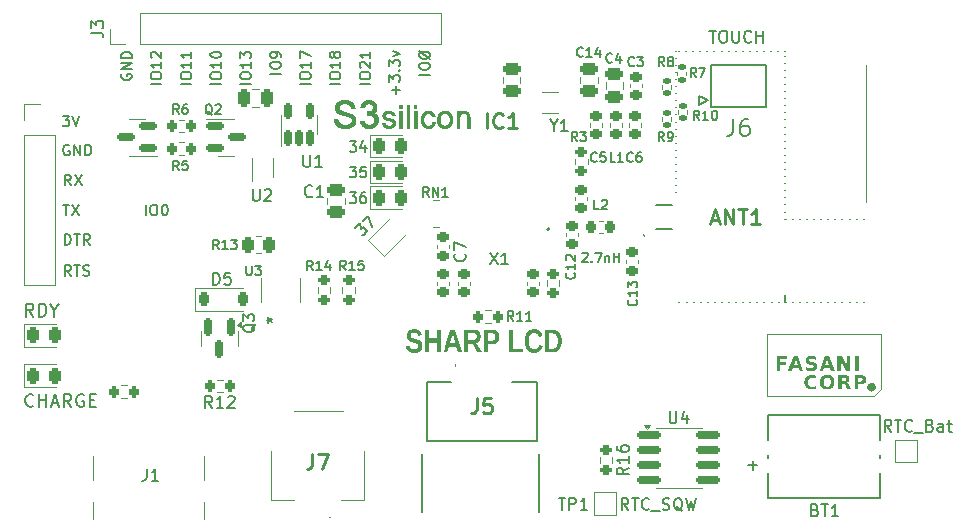
<source format=gto>
G04 #@! TF.GenerationSoftware,KiCad,Pcbnew,7.0.11-7.0.11~ubuntu22.04.1*
G04 #@! TF.CreationDate,2024-06-26T13:47:26+02:00*
G04 #@! TF.ProjectId,S3-silicon-Sharp-Touch,53332d73-696c-4696-936f-6e2d53686172,rev?*
G04 #@! TF.SameCoordinates,Original*
G04 #@! TF.FileFunction,Legend,Top*
G04 #@! TF.FilePolarity,Positive*
%FSLAX46Y46*%
G04 Gerber Fmt 4.6, Leading zero omitted, Abs format (unit mm)*
G04 Created by KiCad (PCBNEW 7.0.11-7.0.11~ubuntu22.04.1) date 2024-06-26 13:47:26*
%MOMM*%
%LPD*%
G01*
G04 APERTURE LIST*
G04 Aperture macros list*
%AMRoundRect*
0 Rectangle with rounded corners*
0 $1 Rounding radius*
0 $2 $3 $4 $5 $6 $7 $8 $9 X,Y pos of 4 corners*
0 Add a 4 corners polygon primitive as box body*
4,1,4,$2,$3,$4,$5,$6,$7,$8,$9,$2,$3,0*
0 Add four circle primitives for the rounded corners*
1,1,$1+$1,$2,$3*
1,1,$1+$1,$4,$5*
1,1,$1+$1,$6,$7*
1,1,$1+$1,$8,$9*
0 Add four rect primitives between the rounded corners*
20,1,$1+$1,$2,$3,$4,$5,0*
20,1,$1+$1,$4,$5,$6,$7,0*
20,1,$1+$1,$6,$7,$8,$9,0*
20,1,$1+$1,$8,$9,$2,$3,0*%
G04 Aperture macros list end*
%ADD10C,0.150000*%
%ADD11C,0.039687*%
%ADD12C,0.000000*%
%ADD13C,0.100000*%
%ADD14C,0.400000*%
%ADD15C,0.200000*%
%ADD16C,0.140000*%
%ADD17C,0.254000*%
%ADD18C,0.152400*%
%ADD19C,0.120000*%
%ADD20R,2.514600X0.609600*%
%ADD21R,2.616200X0.609600*%
%ADD22C,0.650000*%
%ADD23R,0.600000X1.450000*%
%ADD24R,0.300000X1.450000*%
%ADD25O,1.000000X2.100000*%
%ADD26O,1.000000X1.600000*%
%ADD27RoundRect,0.200000X-0.275000X0.200000X-0.275000X-0.200000X0.275000X-0.200000X0.275000X0.200000X0*%
%ADD28R,1.193800X0.990600*%
%ADD29RoundRect,0.250000X-0.475000X0.250000X-0.475000X-0.250000X0.475000X-0.250000X0.475000X0.250000X0*%
%ADD30RoundRect,0.200000X-0.200000X-0.275000X0.200000X-0.275000X0.200000X0.275000X-0.200000X0.275000X0*%
%ADD31R,0.500000X0.320000*%
%ADD32RoundRect,0.225000X-0.250000X0.225000X-0.250000X-0.225000X0.250000X-0.225000X0.250000X0.225000X0*%
%ADD33RoundRect,0.218750X-0.256250X0.218750X-0.256250X-0.218750X0.256250X-0.218750X0.256250X0.218750X0*%
%ADD34RoundRect,0.200000X0.200000X0.275000X-0.200000X0.275000X-0.200000X-0.275000X0.200000X-0.275000X0*%
%ADD35RoundRect,0.243750X-0.243750X-0.456250X0.243750X-0.456250X0.243750X0.456250X-0.243750X0.456250X0*%
%ADD36RoundRect,0.135000X-0.185000X0.135000X-0.185000X-0.135000X0.185000X-0.135000X0.185000X0.135000X0*%
%ADD37RoundRect,0.150000X-0.587500X-0.150000X0.587500X-0.150000X0.587500X0.150000X-0.587500X0.150000X0*%
%ADD38R,0.220000X0.475000*%
%ADD39R,0.320000X0.650000*%
%ADD40RoundRect,0.225000X0.250000X-0.225000X0.250000X0.225000X-0.250000X0.225000X-0.250000X-0.225000X0*%
%ADD41RoundRect,0.150000X-0.150000X0.587500X-0.150000X-0.587500X0.150000X-0.587500X0.150000X0.587500X0*%
%ADD42RoundRect,0.250000X-0.262500X-0.450000X0.262500X-0.450000X0.262500X0.450000X-0.262500X0.450000X0*%
%ADD43R,1.500000X1.500000*%
%ADD44R,1.000000X3.500000*%
%ADD45R,1.500000X3.400000*%
%ADD46C,2.200000*%
%ADD47R,1.000000X1.800000*%
%ADD48RoundRect,0.150000X-0.825000X-0.150000X0.825000X-0.150000X0.825000X0.150000X-0.825000X0.150000X0*%
%ADD49RoundRect,0.218750X0.218750X0.256250X-0.218750X0.256250X-0.218750X-0.256250X0.218750X-0.256250X0*%
%ADD50R,0.850000X0.200000*%
%ADD51R,0.200000X0.850000*%
%ADD52R,4.050000X4.050000*%
%ADD53RoundRect,0.243750X0.150260X-0.494975X0.494975X-0.150260X-0.150260X0.494975X-0.494975X0.150260X0*%
%ADD54RoundRect,0.225000X-0.225000X-0.375000X0.225000X-0.375000X0.225000X0.375000X-0.225000X0.375000X0*%
%ADD55RoundRect,0.150000X0.150000X-0.512500X0.150000X0.512500X-0.150000X0.512500X-0.150000X-0.512500X0*%
%ADD56RoundRect,0.250000X-0.250000X-0.475000X0.250000X-0.475000X0.250000X0.475000X-0.250000X0.475000X0*%
%ADD57RoundRect,0.200000X0.275000X-0.200000X0.275000X0.200000X-0.275000X0.200000X-0.275000X-0.200000X0*%
%ADD58R,0.558800X0.990600*%
%ADD59R,1.700000X1.700000*%
%ADD60O,1.700000X1.700000*%
%ADD61R,1.500000X0.600000*%
%ADD62RoundRect,0.150000X0.587500X0.150000X-0.587500X0.150000X-0.587500X-0.150000X0.587500X-0.150000X0*%
%ADD63R,0.300000X0.850000*%
%ADD64R,0.800000X2.000000*%
%ADD65R,0.375000X0.500000*%
%ADD66R,0.300000X0.650000*%
G04 APERTURE END LIST*
D10*
X99920000Y-50220000D02*
X99920000Y-50220000D01*
X99320000Y-50220000D02*
X99320000Y-50220000D01*
X98720000Y-50220000D02*
X98720000Y-50220000D01*
X98120000Y-50220000D02*
X98120000Y-50220000D01*
X97520000Y-50220000D02*
X97520000Y-50220000D01*
X96920000Y-50220000D02*
X96920000Y-50220000D01*
X96320000Y-50220000D02*
X96320000Y-50220000D01*
X95720000Y-50220000D02*
X95720000Y-50220000D01*
X95120000Y-50220000D02*
X95120000Y-50220000D01*
X94520000Y-50220000D02*
X94520000Y-50220000D01*
X93920000Y-50220000D02*
X93920000Y-50220000D01*
X93320000Y-50220000D02*
X93320000Y-50220000D01*
D11*
X91753891Y-65261646D02*
X100797506Y-65261646D01*
D10*
X84000000Y-48000000D02*
X84000000Y-48000000D01*
X84000000Y-47400000D02*
X84000000Y-47400000D01*
X84000000Y-46800000D02*
X84000000Y-46800000D01*
X84000000Y-46200000D02*
X84000000Y-46200000D01*
X84000000Y-45600000D02*
X84000000Y-45600000D01*
X84000000Y-45000000D02*
X84000000Y-45000000D01*
X84000000Y-44400000D02*
X84000000Y-44400000D01*
X84000000Y-43800000D02*
X84000000Y-43800000D01*
X84000000Y-43200000D02*
X84000000Y-43200000D01*
X84000000Y-42600000D02*
X84000000Y-42600000D01*
X84000000Y-42000000D02*
X84000000Y-42000000D01*
X84000000Y-41400000D02*
X84000000Y-41400000D01*
X84000000Y-40800000D02*
X84000000Y-40800000D01*
X84000000Y-40200000D02*
X84000000Y-40200000D01*
X84000000Y-39600000D02*
X84000000Y-39600000D01*
X84000000Y-39000000D02*
X84000000Y-39000000D01*
X84000000Y-38400000D02*
X84000000Y-38400000D01*
X84000000Y-37800000D02*
X84000000Y-37800000D01*
X84000000Y-37200000D02*
X84000000Y-37200000D01*
X84000000Y-36600000D02*
X84000000Y-36600000D01*
X84000000Y-36000000D02*
X84000000Y-36000000D01*
X93280000Y-57270000D02*
X93280000Y-56720000D01*
D12*
G36*
X95519711Y-61851612D02*
G01*
X95571673Y-61854463D01*
X95624302Y-61859215D01*
X95677599Y-61865868D01*
X95731564Y-61874421D01*
X95786197Y-61884875D01*
X95841498Y-61897229D01*
X95897467Y-61911485D01*
X95897467Y-62171215D01*
X95872099Y-62160168D01*
X95846956Y-62149832D01*
X95822038Y-62140210D01*
X95797344Y-62131301D01*
X95772876Y-62123104D01*
X95748632Y-62115620D01*
X95724613Y-62108849D01*
X95700819Y-62102791D01*
X95677249Y-62097445D01*
X95653904Y-62092812D01*
X95630784Y-62088892D01*
X95607889Y-62085685D01*
X95585218Y-62083190D01*
X95562772Y-62081409D01*
X95540551Y-62080339D01*
X95518555Y-62079983D01*
X95489633Y-62080510D01*
X95475982Y-62081168D01*
X95462869Y-62082089D01*
X95450296Y-62083274D01*
X95438263Y-62084722D01*
X95426768Y-62086434D01*
X95415814Y-62088408D01*
X95405398Y-62090646D01*
X95395522Y-62093147D01*
X95386185Y-62095912D01*
X95377388Y-62098940D01*
X95369130Y-62102231D01*
X95361412Y-62105785D01*
X95354233Y-62109603D01*
X95347593Y-62113684D01*
X95341422Y-62117906D01*
X95335649Y-62122352D01*
X95332912Y-62124660D01*
X95330275Y-62127024D01*
X95327737Y-62129444D01*
X95325298Y-62131920D01*
X95322959Y-62134453D01*
X95320720Y-62137041D01*
X95318580Y-62139686D01*
X95316539Y-62142387D01*
X95314598Y-62145144D01*
X95312757Y-62147958D01*
X95311015Y-62150827D01*
X95309373Y-62153753D01*
X95307830Y-62156735D01*
X95306387Y-62159773D01*
X95305043Y-62162867D01*
X95303799Y-62166018D01*
X95302655Y-62169225D01*
X95301610Y-62172488D01*
X95300664Y-62175807D01*
X95299818Y-62179182D01*
X95299072Y-62182613D01*
X95298425Y-62186101D01*
X95297429Y-62193245D01*
X95296832Y-62200614D01*
X95296633Y-62208207D01*
X95296787Y-62214584D01*
X95297250Y-62220767D01*
X95298020Y-62226758D01*
X95299099Y-62232557D01*
X95300486Y-62238162D01*
X95302181Y-62243576D01*
X95304185Y-62248796D01*
X95306496Y-62253824D01*
X95309116Y-62258659D01*
X95312044Y-62263302D01*
X95315281Y-62267752D01*
X95318825Y-62272009D01*
X95322678Y-62276074D01*
X95326839Y-62279946D01*
X95331309Y-62283625D01*
X95336086Y-62287112D01*
X95341217Y-62290371D01*
X95346745Y-62293573D01*
X95352672Y-62296716D01*
X95358997Y-62299801D01*
X95365721Y-62302829D01*
X95372842Y-62305799D01*
X95380361Y-62308711D01*
X95388279Y-62311565D01*
X95396594Y-62314361D01*
X95405308Y-62317099D01*
X95414420Y-62319780D01*
X95423930Y-62322403D01*
X95433838Y-62324968D01*
X95444144Y-62327475D01*
X95454849Y-62329924D01*
X95465951Y-62332316D01*
X95600748Y-62359439D01*
X95624985Y-62364541D01*
X95648382Y-62369983D01*
X95670937Y-62375766D01*
X95692650Y-62381888D01*
X95713523Y-62388352D01*
X95733554Y-62395155D01*
X95752745Y-62402299D01*
X95771094Y-62409783D01*
X95788602Y-62417607D01*
X95805268Y-62425772D01*
X95821094Y-62434277D01*
X95836078Y-62443122D01*
X95850221Y-62452307D01*
X95863523Y-62461832D01*
X95875983Y-62471698D01*
X95887603Y-62481904D01*
X95898551Y-62492478D01*
X95908793Y-62503648D01*
X95918329Y-62515415D01*
X95927159Y-62527780D01*
X95935282Y-62540742D01*
X95942698Y-62554300D01*
X95949409Y-62568456D01*
X95955413Y-62583209D01*
X95960710Y-62598559D01*
X95965301Y-62614506D01*
X95969186Y-62631051D01*
X95972365Y-62648192D01*
X95974837Y-62665930D01*
X95976603Y-62684266D01*
X95977663Y-62703199D01*
X95978016Y-62722729D01*
X95977528Y-62748582D01*
X95976064Y-62773535D01*
X95973624Y-62797590D01*
X95970207Y-62820745D01*
X95965815Y-62843002D01*
X95960447Y-62864359D01*
X95954103Y-62884818D01*
X95946782Y-62904377D01*
X95938486Y-62923038D01*
X95929213Y-62940799D01*
X95918965Y-62957661D01*
X95907740Y-62973625D01*
X95895540Y-62988689D01*
X95882363Y-63002854D01*
X95868211Y-63016121D01*
X95853082Y-63028488D01*
X95837022Y-63040033D01*
X95820076Y-63050833D01*
X95802244Y-63060889D01*
X95783526Y-63070200D01*
X95763921Y-63078766D01*
X95743431Y-63086587D01*
X95722054Y-63093663D01*
X95699791Y-63099994D01*
X95676642Y-63105581D01*
X95652607Y-63110423D01*
X95627686Y-63114519D01*
X95601878Y-63117871D01*
X95575185Y-63120478D01*
X95547605Y-63122341D01*
X95519139Y-63123458D01*
X95489787Y-63123830D01*
X95460695Y-63123487D01*
X95431571Y-63122456D01*
X95402415Y-63120739D01*
X95373227Y-63118334D01*
X95344006Y-63115242D01*
X95314754Y-63111463D01*
X95285469Y-63106997D01*
X95256152Y-63101844D01*
X95226803Y-63096004D01*
X95197422Y-63089477D01*
X95168009Y-63082263D01*
X95138564Y-63074361D01*
X95109087Y-63065773D01*
X95079578Y-63056497D01*
X95050036Y-63046535D01*
X95020463Y-63035885D01*
X95020463Y-62768757D01*
X95050110Y-62783986D01*
X95079462Y-62798232D01*
X95108519Y-62811495D01*
X95137280Y-62823776D01*
X95165746Y-62835075D01*
X95193916Y-62845391D01*
X95221792Y-62854724D01*
X95249371Y-62863075D01*
X95276656Y-62870444D01*
X95303645Y-62876830D01*
X95330338Y-62882233D01*
X95356736Y-62886654D01*
X95382839Y-62890093D01*
X95408646Y-62892549D01*
X95434158Y-62894023D01*
X95459375Y-62894514D01*
X95475287Y-62894321D01*
X95490557Y-62893743D01*
X95505185Y-62892780D01*
X95519170Y-62891431D01*
X95532514Y-62889697D01*
X95545215Y-62887577D01*
X95557275Y-62885072D01*
X95568692Y-62882182D01*
X95574250Y-62880505D01*
X95579621Y-62878765D01*
X95584806Y-62876960D01*
X95589805Y-62875091D01*
X95594618Y-62873157D01*
X95599245Y-62871160D01*
X95603685Y-62869099D01*
X95607939Y-62866973D01*
X95612007Y-62864784D01*
X95615889Y-62862530D01*
X95619584Y-62860212D01*
X95623094Y-62857830D01*
X95626417Y-62855384D01*
X95629554Y-62852874D01*
X95632504Y-62850300D01*
X95635269Y-62847662D01*
X95637889Y-62844894D01*
X95640406Y-62842140D01*
X95642820Y-62839398D01*
X95645132Y-62836669D01*
X95647341Y-62833953D01*
X95649447Y-62831249D01*
X95651450Y-62828559D01*
X95653351Y-62825881D01*
X95655149Y-62823216D01*
X95656844Y-62820564D01*
X95658437Y-62817925D01*
X95659927Y-62815298D01*
X95661314Y-62812685D01*
X95662598Y-62810084D01*
X95663780Y-62807496D01*
X95664858Y-62804921D01*
X95665854Y-62802342D01*
X95666785Y-62799744D01*
X95667652Y-62797127D01*
X95668455Y-62794491D01*
X95669193Y-62791836D01*
X95669867Y-62789161D01*
X95670478Y-62786468D01*
X95671023Y-62783755D01*
X95671505Y-62781023D01*
X95671922Y-62778271D01*
X95672276Y-62775501D01*
X95672564Y-62772711D01*
X95672789Y-62769902D01*
X95672950Y-62767074D01*
X95673046Y-62764226D01*
X95673078Y-62761360D01*
X95672911Y-62753777D01*
X95672410Y-62746437D01*
X95671576Y-62739342D01*
X95670407Y-62732491D01*
X95668904Y-62725883D01*
X95667068Y-62719520D01*
X95664897Y-62713400D01*
X95662393Y-62707524D01*
X95659555Y-62701893D01*
X95656383Y-62696505D01*
X95652877Y-62691361D01*
X95649037Y-62686462D01*
X95644863Y-62681806D01*
X95640355Y-62677395D01*
X95635513Y-62673227D01*
X95630337Y-62669303D01*
X95624863Y-62665534D01*
X95618920Y-62661829D01*
X95612508Y-62658188D01*
X95605628Y-62654612D01*
X95598279Y-62651099D01*
X95590461Y-62647651D01*
X95582174Y-62644268D01*
X95573418Y-62640948D01*
X95564194Y-62637692D01*
X95554501Y-62634501D01*
X95544339Y-62631374D01*
X95533709Y-62628311D01*
X95522609Y-62625313D01*
X95511041Y-62622378D01*
X95499005Y-62619508D01*
X95486499Y-62616702D01*
X95364031Y-62589579D01*
X95342481Y-62584577D01*
X95321598Y-62579228D01*
X95301384Y-62573532D01*
X95281837Y-62567490D01*
X95262958Y-62561101D01*
X95244747Y-62554365D01*
X95227204Y-62547282D01*
X95210329Y-62539853D01*
X95194121Y-62532076D01*
X95178582Y-62523953D01*
X95163710Y-62515483D01*
X95149506Y-62506667D01*
X95135970Y-62497504D01*
X95123101Y-62487994D01*
X95110901Y-62478137D01*
X95099368Y-62467933D01*
X95088519Y-62457280D01*
X95078370Y-62446075D01*
X95068921Y-62434317D01*
X95060172Y-62422008D01*
X95052123Y-62409146D01*
X95044773Y-62395732D01*
X95038124Y-62381765D01*
X95032175Y-62367246D01*
X95026925Y-62352175D01*
X95022376Y-62336552D01*
X95018526Y-62320377D01*
X95015377Y-62303649D01*
X95012927Y-62286369D01*
X95011177Y-62268536D01*
X95010127Y-62250152D01*
X95009777Y-62231215D01*
X95010252Y-62207851D01*
X95011678Y-62185225D01*
X95014054Y-62163338D01*
X95017380Y-62142189D01*
X95021657Y-62121779D01*
X95026884Y-62102107D01*
X95033061Y-62083174D01*
X95040189Y-62064979D01*
X95048267Y-62047522D01*
X95057295Y-62030804D01*
X95067274Y-62014825D01*
X95078203Y-61999584D01*
X95090083Y-61985081D01*
X95102913Y-61971317D01*
X95116693Y-61958292D01*
X95131423Y-61946005D01*
X95146995Y-61934460D01*
X95163299Y-61923659D01*
X95180335Y-61913604D01*
X95198103Y-61904293D01*
X95216603Y-61895727D01*
X95235835Y-61887906D01*
X95255799Y-61880830D01*
X95276495Y-61874498D01*
X95297923Y-61868912D01*
X95320083Y-61864070D01*
X95342975Y-61859973D01*
X95366599Y-61856621D01*
X95390955Y-61854014D01*
X95416044Y-61852152D01*
X95441864Y-61851034D01*
X95468416Y-61850662D01*
X95468417Y-61850662D01*
X95519711Y-61851612D01*
G37*
G36*
X93396295Y-62112036D02*
G01*
X92858750Y-62112036D01*
X92858750Y-62340533D01*
X93364240Y-62340533D01*
X93364240Y-62579715D01*
X92858750Y-62579715D01*
X92858750Y-63100000D01*
X92542306Y-63100000D01*
X92542306Y-61872854D01*
X93396295Y-61872854D01*
X93396295Y-62112036D01*
G37*
G36*
X99495932Y-63100000D02*
G01*
X99179488Y-63100000D01*
X99179488Y-61872854D01*
X99495932Y-61872854D01*
X99495932Y-63100000D01*
G37*
D11*
X100797506Y-65261646D02*
X101413890Y-64637985D01*
D12*
G36*
X98499736Y-62714517D02*
G01*
X98499736Y-61872854D01*
X98799741Y-61872854D01*
X98799741Y-63100000D01*
X98446310Y-63100000D01*
X98000000Y-62258337D01*
X98000000Y-63100000D01*
X97699994Y-63100000D01*
X97699994Y-61872854D01*
X98053426Y-61872854D01*
X98499736Y-62714517D01*
G37*
G36*
X97466552Y-63100000D02*
G01*
X97148463Y-63100000D01*
X97071201Y-62876432D01*
X96576397Y-62876432D01*
X96498313Y-63100000D01*
X96180225Y-63100000D01*
X96347364Y-62648754D01*
X96655303Y-62648754D01*
X96991474Y-62648754D01*
X96823799Y-62160527D01*
X96655303Y-62648754D01*
X96347364Y-62648754D01*
X96634754Y-61872854D01*
X97012022Y-61872854D01*
X97466552Y-63100000D01*
G37*
G36*
X100600828Y-64125734D02*
G01*
X100618956Y-64127147D01*
X100636821Y-64129476D01*
X100654399Y-64132695D01*
X100671669Y-64136783D01*
X100688608Y-64141717D01*
X100705194Y-64147472D01*
X100721404Y-64154028D01*
X100737216Y-64161359D01*
X100752607Y-64169444D01*
X100767556Y-64178260D01*
X100782039Y-64187783D01*
X100796034Y-64197990D01*
X100809518Y-64208858D01*
X100822470Y-64220365D01*
X100834867Y-64232488D01*
X100846687Y-64245202D01*
X100857906Y-64258487D01*
X100868503Y-64272317D01*
X100878455Y-64286671D01*
X100887740Y-64301525D01*
X100896335Y-64316857D01*
X100904218Y-64332643D01*
X100911367Y-64348860D01*
X100917758Y-64365486D01*
X100923370Y-64382497D01*
X100928180Y-64399870D01*
X100932166Y-64417583D01*
X100935305Y-64435612D01*
X100937576Y-64453934D01*
X100938954Y-64472527D01*
X100939419Y-64491367D01*
X100938954Y-64510208D01*
X100937576Y-64528800D01*
X100935306Y-64547123D01*
X100932167Y-64565152D01*
X100928181Y-64582865D01*
X100923371Y-64600238D01*
X100917759Y-64617249D01*
X100911367Y-64633875D01*
X100904219Y-64650092D01*
X100896336Y-64665878D01*
X100887741Y-64681210D01*
X100878456Y-64696064D01*
X100868504Y-64710418D01*
X100857907Y-64724248D01*
X100846688Y-64737532D01*
X100834869Y-64750247D01*
X100822472Y-64762369D01*
X100809520Y-64773876D01*
X100796035Y-64784745D01*
X100782040Y-64794952D01*
X100767557Y-64804475D01*
X100752609Y-64813290D01*
X100737217Y-64821375D01*
X100721406Y-64828707D01*
X100705196Y-64835262D01*
X100688610Y-64841018D01*
X100671671Y-64845952D01*
X100654401Y-64850040D01*
X100636823Y-64853259D01*
X100618958Y-64855587D01*
X100600830Y-64857001D01*
X100582461Y-64857478D01*
X100564092Y-64857001D01*
X100545964Y-64855587D01*
X100528100Y-64853259D01*
X100510521Y-64850040D01*
X100493251Y-64845952D01*
X100476312Y-64841018D01*
X100459727Y-64835262D01*
X100443516Y-64828707D01*
X100427704Y-64821375D01*
X100412313Y-64813290D01*
X100397365Y-64804475D01*
X100382882Y-64794952D01*
X100368887Y-64784745D01*
X100355402Y-64773876D01*
X100342450Y-64762369D01*
X100330053Y-64750247D01*
X100318233Y-64737532D01*
X100307014Y-64724248D01*
X100296417Y-64710418D01*
X100286465Y-64696064D01*
X100277180Y-64681210D01*
X100268585Y-64665878D01*
X100260702Y-64650092D01*
X100253554Y-64633875D01*
X100247162Y-64617249D01*
X100241550Y-64600238D01*
X100236740Y-64582865D01*
X100232754Y-64565152D01*
X100229615Y-64547123D01*
X100227345Y-64528800D01*
X100225966Y-64510208D01*
X100225502Y-64491367D01*
X100225966Y-64472527D01*
X100227345Y-64453934D01*
X100229615Y-64435612D01*
X100232754Y-64417583D01*
X100236740Y-64399870D01*
X100241550Y-64382497D01*
X100247162Y-64365486D01*
X100253553Y-64348860D01*
X100260702Y-64332643D01*
X100268585Y-64316857D01*
X100277180Y-64301525D01*
X100286464Y-64286671D01*
X100296416Y-64272317D01*
X100307013Y-64258487D01*
X100318233Y-64245202D01*
X100330052Y-64232488D01*
X100342449Y-64220365D01*
X100355401Y-64208858D01*
X100368886Y-64197990D01*
X100382881Y-64187783D01*
X100397363Y-64178260D01*
X100412312Y-64169444D01*
X100427703Y-64161359D01*
X100443515Y-64154028D01*
X100459725Y-64147472D01*
X100476311Y-64141717D01*
X100493250Y-64136783D01*
X100510520Y-64132695D01*
X100528098Y-64129476D01*
X100545962Y-64127147D01*
X100564090Y-64125734D01*
X100582459Y-64125257D01*
X100600828Y-64125734D01*
G37*
D10*
X99920000Y-57270000D02*
X99920000Y-57270000D01*
X99320000Y-57270000D02*
X99320000Y-57270000D01*
X98720000Y-57270000D02*
X98720000Y-57270000D01*
X98120000Y-57270000D02*
X98120000Y-57270000D01*
X97520000Y-57270000D02*
X97520000Y-57270000D01*
X96920000Y-57270000D02*
X96920000Y-57270000D01*
X96320000Y-57270000D02*
X96320000Y-57270000D01*
X95720000Y-57270000D02*
X95720000Y-57270000D01*
X95120000Y-57270000D02*
X95120000Y-57270000D01*
X94520000Y-57270000D02*
X94520000Y-57270000D01*
X93920000Y-57270000D02*
X93920000Y-57270000D01*
X93320000Y-57270000D02*
X93320000Y-57270000D01*
X92720000Y-57270000D02*
X92720000Y-57270000D01*
X92120000Y-57270000D02*
X92120000Y-57270000D01*
X91520000Y-57270000D02*
X91520000Y-57270000D01*
X90920000Y-57270000D02*
X90920000Y-57270000D01*
X90320000Y-57270000D02*
X90320000Y-57270000D01*
X89720000Y-57270000D02*
X89720000Y-57270000D01*
X89120000Y-57270000D02*
X89120000Y-57270000D01*
X88520000Y-57270000D02*
X88520000Y-57270000D01*
X87920000Y-57270000D02*
X87920000Y-57270000D01*
X87320000Y-57270000D02*
X87320000Y-57270000D01*
X86720000Y-57270000D02*
X86720000Y-57270000D01*
X86120000Y-57270000D02*
X86120000Y-57270000D01*
X85520000Y-57270000D02*
X85520000Y-57270000D01*
X84920000Y-57270000D02*
X84920000Y-57270000D01*
X84320000Y-57270000D02*
X84320000Y-57270000D01*
X62500000Y-75090000D02*
X62500000Y-70170000D01*
D12*
G36*
X96861482Y-63442262D02*
G01*
X96896062Y-63444177D01*
X96929666Y-63447368D01*
X96962293Y-63451836D01*
X96993945Y-63457580D01*
X97024620Y-63464601D01*
X97054319Y-63472899D01*
X97083042Y-63482473D01*
X97110788Y-63493324D01*
X97137559Y-63505451D01*
X97163353Y-63518855D01*
X97188171Y-63533535D01*
X97212013Y-63549492D01*
X97234879Y-63566725D01*
X97256768Y-63585236D01*
X97277681Y-63605023D01*
X97297468Y-63625958D01*
X97315978Y-63647913D01*
X97333212Y-63670888D01*
X97349169Y-63694883D01*
X97363850Y-63719898D01*
X97377254Y-63745933D01*
X97389381Y-63772988D01*
X97400232Y-63801063D01*
X97409806Y-63830158D01*
X97418104Y-63860273D01*
X97425125Y-63891408D01*
X97430870Y-63923563D01*
X97435338Y-63956738D01*
X97438529Y-63990933D01*
X97440444Y-64026148D01*
X97441082Y-64062383D01*
X97440441Y-64098522D01*
X97438517Y-64133646D01*
X97435309Y-64167757D01*
X97430820Y-64200854D01*
X97425047Y-64232937D01*
X97417991Y-64264007D01*
X97409653Y-64294062D01*
X97400032Y-64323104D01*
X97389128Y-64351132D01*
X97376941Y-64378146D01*
X97363471Y-64404146D01*
X97348718Y-64429133D01*
X97332683Y-64453106D01*
X97315365Y-64476066D01*
X97296764Y-64498011D01*
X97276880Y-64518943D01*
X97255970Y-64538730D01*
X97234090Y-64557240D01*
X97211240Y-64574474D01*
X97187420Y-64590431D01*
X97162630Y-64605111D01*
X97136870Y-64618515D01*
X97110141Y-64630642D01*
X97082441Y-64641493D01*
X97053771Y-64651067D01*
X97024132Y-64659364D01*
X96993522Y-64666385D01*
X96961943Y-64672130D01*
X96929393Y-64676597D01*
X96895874Y-64679789D01*
X96861385Y-64681704D01*
X96825926Y-64682342D01*
X96790463Y-64681704D01*
X96755965Y-64679789D01*
X96722430Y-64676597D01*
X96689858Y-64672130D01*
X96658251Y-64666385D01*
X96627607Y-64659364D01*
X96597927Y-64651067D01*
X96569210Y-64641493D01*
X96541457Y-64630642D01*
X96514668Y-64618515D01*
X96488842Y-64605111D01*
X96463981Y-64590431D01*
X96440082Y-64574474D01*
X96417148Y-64557240D01*
X96395177Y-64538730D01*
X96374170Y-64518943D01*
X96354383Y-64498011D01*
X96335873Y-64476066D01*
X96318639Y-64453106D01*
X96302682Y-64429133D01*
X96288002Y-64404146D01*
X96274598Y-64378146D01*
X96262470Y-64351132D01*
X96251619Y-64323104D01*
X96242045Y-64294062D01*
X96233747Y-64264007D01*
X96226726Y-64232937D01*
X96220982Y-64200854D01*
X96216514Y-64167757D01*
X96213322Y-64133646D01*
X96211407Y-64098522D01*
X96210769Y-64062383D01*
X96210769Y-64062379D01*
X96529562Y-64062379D01*
X96529850Y-64084625D01*
X96530713Y-64106308D01*
X96532153Y-64127428D01*
X96534168Y-64147985D01*
X96536758Y-64167978D01*
X96539925Y-64187408D01*
X96543667Y-64206275D01*
X96547985Y-64224579D01*
X96552878Y-64242319D01*
X96558348Y-64259496D01*
X96564392Y-64276111D01*
X96571013Y-64292161D01*
X96578209Y-64307649D01*
X96585982Y-64322574D01*
X96594329Y-64336935D01*
X96603253Y-64350733D01*
X96612852Y-64363827D01*
X96623027Y-64376077D01*
X96628331Y-64381885D01*
X96633778Y-64387482D01*
X96639369Y-64392867D01*
X96645104Y-64398041D01*
X96650983Y-64403005D01*
X96657006Y-64407756D01*
X96663173Y-64412297D01*
X96669484Y-64416627D01*
X96675939Y-64420745D01*
X96682538Y-64424652D01*
X96689281Y-64428348D01*
X96696167Y-64431833D01*
X96703198Y-64435107D01*
X96710372Y-64438169D01*
X96717690Y-64441020D01*
X96725153Y-64443660D01*
X96740509Y-64448306D01*
X96756441Y-64452108D01*
X96772949Y-64455065D01*
X96790033Y-64457177D01*
X96807692Y-64458444D01*
X96825927Y-64458866D01*
X96835367Y-64458750D01*
X96844662Y-64458403D01*
X96853814Y-64457824D01*
X96862822Y-64457014D01*
X96871686Y-64455972D01*
X96880406Y-64454699D01*
X96888982Y-64453194D01*
X96897415Y-64451457D01*
X96905703Y-64449489D01*
X96913847Y-64447290D01*
X96921848Y-64444859D01*
X96929704Y-64442196D01*
X96937417Y-64439302D01*
X96944986Y-64436176D01*
X96952410Y-64432819D01*
X96959691Y-64429231D01*
X96966812Y-64425432D01*
X96973758Y-64421446D01*
X96980529Y-64417272D01*
X96987125Y-64412911D01*
X96993545Y-64408361D01*
X96999790Y-64403624D01*
X97005860Y-64398699D01*
X97011755Y-64393587D01*
X97017475Y-64388286D01*
X97023019Y-64382798D01*
X97028388Y-64377122D01*
X97033582Y-64371259D01*
X97038600Y-64365207D01*
X97043444Y-64358968D01*
X97048112Y-64352541D01*
X97052605Y-64345927D01*
X97056942Y-64339055D01*
X97061141Y-64332059D01*
X97065202Y-64324937D01*
X97069125Y-64317690D01*
X97072911Y-64310318D01*
X97076559Y-64302821D01*
X97080070Y-64295199D01*
X97083443Y-64287452D01*
X97086678Y-64279580D01*
X97089776Y-64271582D01*
X97092735Y-64263460D01*
X97095558Y-64255212D01*
X97098242Y-64246840D01*
X97100789Y-64238342D01*
X97103198Y-64229719D01*
X97105469Y-64220976D01*
X97109599Y-64202903D01*
X97113179Y-64184330D01*
X97116208Y-64165256D01*
X97118686Y-64145682D01*
X97120613Y-64125607D01*
X97121990Y-64105031D01*
X97122816Y-64083955D01*
X97123091Y-64062379D01*
X97122816Y-64040802D01*
X97121990Y-64019726D01*
X97120613Y-63999151D01*
X97118686Y-63979076D01*
X97116208Y-63959501D01*
X97113179Y-63940427D01*
X97109599Y-63921854D01*
X97105469Y-63903782D01*
X97100789Y-63886235D01*
X97095557Y-63869239D01*
X97089775Y-63852794D01*
X97086677Y-63844778D01*
X97083442Y-63836900D01*
X97080069Y-63829159D01*
X97076559Y-63821556D01*
X97072911Y-63814091D01*
X97069125Y-63806763D01*
X97065201Y-63799574D01*
X97061140Y-63792522D01*
X97056941Y-63785607D01*
X97052605Y-63778831D01*
X97048112Y-63772120D01*
X97043443Y-63765603D01*
X97038600Y-63759279D01*
X97033581Y-63753150D01*
X97028387Y-63747215D01*
X97023018Y-63741474D01*
X97017474Y-63735926D01*
X97011754Y-63730573D01*
X97005860Y-63725413D01*
X96999790Y-63720448D01*
X96993545Y-63715676D01*
X96987124Y-63711098D01*
X96980529Y-63706714D01*
X96973758Y-63702524D01*
X96966812Y-63698528D01*
X96959691Y-63694726D01*
X96952410Y-63691137D01*
X96944985Y-63687780D01*
X96937416Y-63684654D01*
X96929704Y-63681760D01*
X96921847Y-63679098D01*
X96913847Y-63676667D01*
X96905702Y-63674467D01*
X96897414Y-63672499D01*
X96888982Y-63670763D01*
X96880406Y-63669258D01*
X96871686Y-63667984D01*
X96862822Y-63666942D01*
X96853814Y-63666132D01*
X96844662Y-63665553D01*
X96835366Y-63665206D01*
X96825926Y-63665090D01*
X96813536Y-63665297D01*
X96801396Y-63665916D01*
X96789506Y-63666949D01*
X96777867Y-63668395D01*
X96766478Y-63670253D01*
X96755339Y-63672525D01*
X96744451Y-63675210D01*
X96733813Y-63678308D01*
X96723425Y-63681818D01*
X96713288Y-63685742D01*
X96703400Y-63690079D01*
X96693764Y-63694829D01*
X96684377Y-63699991D01*
X96675241Y-63705567D01*
X96666355Y-63711556D01*
X96657719Y-63717957D01*
X96649453Y-63724603D01*
X96641474Y-63731524D01*
X96633784Y-63738720D01*
X96626381Y-63746191D01*
X96619266Y-63753938D01*
X96612439Y-63761961D01*
X96605899Y-63770258D01*
X96599648Y-63778831D01*
X96593684Y-63787680D01*
X96588009Y-63796804D01*
X96582621Y-63806203D01*
X96577521Y-63815877D01*
X96572709Y-63825827D01*
X96568184Y-63836052D01*
X96563948Y-63846552D01*
X96559999Y-63857328D01*
X96556314Y-63868360D01*
X96552866Y-63879631D01*
X96549655Y-63891139D01*
X96546683Y-63902884D01*
X96543948Y-63914868D01*
X96541452Y-63927089D01*
X96539193Y-63939548D01*
X96537171Y-63952245D01*
X96535388Y-63965180D01*
X96533842Y-63978353D01*
X96532534Y-63991763D01*
X96531464Y-64005411D01*
X96530038Y-64033419D01*
X96529562Y-64062379D01*
X96210769Y-64062379D01*
X96211407Y-64026245D01*
X96213322Y-63991120D01*
X96216514Y-63957009D01*
X96220982Y-63923913D01*
X96226726Y-63891829D01*
X96233747Y-63860760D01*
X96242045Y-63830705D01*
X96251619Y-63801663D01*
X96262470Y-63773635D01*
X96274598Y-63746621D01*
X96288002Y-63720620D01*
X96302682Y-63695634D01*
X96318639Y-63671661D01*
X96335873Y-63648701D01*
X96354383Y-63626756D01*
X96374170Y-63605824D01*
X96395177Y-63585940D01*
X96417148Y-63567340D01*
X96440082Y-63550022D01*
X96463981Y-63533987D01*
X96488842Y-63519235D01*
X96514668Y-63505765D01*
X96541457Y-63493578D01*
X96569210Y-63482674D01*
X96597927Y-63473053D01*
X96627607Y-63464715D01*
X96658251Y-63457659D01*
X96689858Y-63451886D01*
X96722430Y-63447397D01*
X96755965Y-63444189D01*
X96790463Y-63442265D01*
X96825926Y-63441624D01*
X96861482Y-63442262D01*
G37*
G36*
X99697442Y-63463630D02*
G01*
X99724040Y-63464775D01*
X99749881Y-63466684D01*
X99774965Y-63469356D01*
X99799292Y-63472792D01*
X99822862Y-63476991D01*
X99845674Y-63481953D01*
X99867729Y-63487679D01*
X99889027Y-63494168D01*
X99909568Y-63501421D01*
X99929352Y-63509437D01*
X99948378Y-63518216D01*
X99966648Y-63527759D01*
X99984160Y-63538065D01*
X100000915Y-63549134D01*
X100016913Y-63560967D01*
X100032141Y-63573561D01*
X100046386Y-63586911D01*
X100059650Y-63601019D01*
X100071930Y-63615884D01*
X100083229Y-63631506D01*
X100093544Y-63647885D01*
X100102878Y-63665022D01*
X100111229Y-63682916D01*
X100118597Y-63701567D01*
X100124983Y-63720975D01*
X100130387Y-63741141D01*
X100134808Y-63762063D01*
X100138246Y-63783744D01*
X100140702Y-63806181D01*
X100142176Y-63829375D01*
X100142667Y-63853327D01*
X100142176Y-63877281D01*
X100140702Y-63900485D01*
X100138246Y-63922937D01*
X100134808Y-63944638D01*
X100130387Y-63965589D01*
X100124983Y-63985788D01*
X100118597Y-64005237D01*
X100111229Y-64023935D01*
X100102878Y-64041882D01*
X100093544Y-64059078D01*
X100083229Y-64075524D01*
X100071930Y-64091218D01*
X100059650Y-64106162D01*
X100046386Y-64120355D01*
X100032141Y-64133797D01*
X100016913Y-64146488D01*
X100000821Y-64158321D01*
X99983985Y-64169391D01*
X99966404Y-64179697D01*
X99948078Y-64189240D01*
X99929008Y-64198019D01*
X99909193Y-64206035D01*
X99888633Y-64213288D01*
X99867329Y-64219777D01*
X99845280Y-64225503D01*
X99822486Y-64230465D01*
X99798948Y-64234664D01*
X99774665Y-64238099D01*
X99749637Y-64240772D01*
X99723865Y-64242680D01*
X99697348Y-64243825D01*
X99670086Y-64244207D01*
X99466636Y-64244207D01*
X99466636Y-64659119D01*
X99158257Y-64659119D01*
X99158257Y-63686720D01*
X99466636Y-63686720D01*
X99466636Y-64020731D01*
X99637246Y-64020731D01*
X99648203Y-64020566D01*
X99658848Y-64020068D01*
X99669179Y-64019239D01*
X99679198Y-64018078D01*
X99688903Y-64016586D01*
X99698296Y-64014762D01*
X99707376Y-64012606D01*
X99716143Y-64010119D01*
X99724597Y-64007300D01*
X99732739Y-64004149D01*
X99740567Y-64000666D01*
X99748082Y-63996852D01*
X99755285Y-63992706D01*
X99762175Y-63988229D01*
X99768752Y-63983419D01*
X99775015Y-63978278D01*
X99781029Y-63972722D01*
X99786655Y-63966865D01*
X99791893Y-63960707D01*
X99796742Y-63954249D01*
X99801204Y-63947491D01*
X99805278Y-63940432D01*
X99808964Y-63933074D01*
X99812261Y-63925414D01*
X99815171Y-63917454D01*
X99817693Y-63909194D01*
X99819827Y-63900634D01*
X99821573Y-63891773D01*
X99822931Y-63882612D01*
X99823901Y-63873151D01*
X99824483Y-63863389D01*
X99824677Y-63853327D01*
X99824483Y-63843268D01*
X99823901Y-63833515D01*
X99822931Y-63824069D01*
X99821573Y-63814929D01*
X99819827Y-63806096D01*
X99817693Y-63797570D01*
X99815171Y-63789351D01*
X99812261Y-63781438D01*
X99808964Y-63773832D01*
X99805278Y-63766532D01*
X99801204Y-63759539D01*
X99796742Y-63752853D01*
X99791893Y-63746473D01*
X99786655Y-63740399D01*
X99781029Y-63734633D01*
X99775015Y-63729173D01*
X99768752Y-63724032D01*
X99762175Y-63719222D01*
X99755285Y-63714745D01*
X99748082Y-63710599D01*
X99740567Y-63706785D01*
X99732739Y-63703302D01*
X99724597Y-63700151D01*
X99716143Y-63697332D01*
X99707376Y-63694845D01*
X99698296Y-63692689D01*
X99688903Y-63690865D01*
X99679198Y-63689373D01*
X99669179Y-63688212D01*
X99658848Y-63687383D01*
X99648203Y-63686885D01*
X99637246Y-63686720D01*
X99466636Y-63686720D01*
X99158257Y-63686720D01*
X99158257Y-63463249D01*
X99670086Y-63463249D01*
X99697442Y-63463630D01*
G37*
D10*
X93280000Y-36000000D02*
X93280000Y-36000000D01*
X92680000Y-36000000D02*
X92680000Y-36000000D01*
X92080000Y-36000000D02*
X92080000Y-36000000D01*
X91480000Y-36000000D02*
X91480000Y-36000000D01*
X90880000Y-36000000D02*
X90880000Y-36000000D01*
X90280000Y-36000000D02*
X90280000Y-36000000D01*
X89680000Y-36000000D02*
X89680000Y-36000000D01*
X89080000Y-36000000D02*
X89080000Y-36000000D01*
X88480000Y-36000000D02*
X88480000Y-36000000D01*
X87880000Y-36000000D02*
X87880000Y-36000000D01*
X87280000Y-36000000D02*
X87280000Y-36000000D01*
X86680000Y-36000000D02*
X86680000Y-36000000D01*
X86080000Y-36000000D02*
X86080000Y-36000000D01*
X85480000Y-36000000D02*
X85480000Y-36000000D01*
X84880000Y-36000000D02*
X84880000Y-36000000D01*
X84280000Y-36000000D02*
X84280000Y-36000000D01*
D11*
X101413890Y-64637985D02*
X101413890Y-59962094D01*
D12*
G36*
X95569140Y-63441971D02*
G01*
X95593642Y-63443013D01*
X95617925Y-63444749D01*
X95641989Y-63447181D01*
X95665834Y-63450306D01*
X95689460Y-63454127D01*
X95712867Y-63458641D01*
X95736055Y-63463851D01*
X95759023Y-63469755D01*
X95781773Y-63476354D01*
X95804304Y-63483648D01*
X95826616Y-63491636D01*
X95848709Y-63500319D01*
X95870583Y-63509696D01*
X95892237Y-63519768D01*
X95913673Y-63530535D01*
X95913673Y-63778039D01*
X95892804Y-63764363D01*
X95871847Y-63751569D01*
X95850802Y-63739657D01*
X95829670Y-63728628D01*
X95808450Y-63718481D01*
X95787142Y-63709216D01*
X95765747Y-63700834D01*
X95744265Y-63693334D01*
X95722694Y-63686717D01*
X95701037Y-63680982D01*
X95679291Y-63676129D01*
X95657458Y-63672158D01*
X95635538Y-63669070D01*
X95613529Y-63666864D01*
X95591433Y-63665541D01*
X95569250Y-63665099D01*
X95548518Y-63665519D01*
X95528375Y-63666777D01*
X95508820Y-63668873D01*
X95489853Y-63671808D01*
X95471474Y-63675581D01*
X95453683Y-63680193D01*
X95436481Y-63685644D01*
X95419867Y-63691933D01*
X95403841Y-63699061D01*
X95388403Y-63707027D01*
X95373553Y-63715831D01*
X95359292Y-63725474D01*
X95345619Y-63735956D01*
X95332534Y-63747276D01*
X95320038Y-63759434D01*
X95308129Y-63772431D01*
X95296878Y-63786048D01*
X95286352Y-63800266D01*
X95276553Y-63815084D01*
X95267479Y-63830503D01*
X95259132Y-63846523D01*
X95251510Y-63863144D01*
X95244614Y-63880365D01*
X95238444Y-63898187D01*
X95233000Y-63916610D01*
X95228281Y-63935633D01*
X95224289Y-63955257D01*
X95221022Y-63975482D01*
X95218482Y-63996307D01*
X95216667Y-64017733D01*
X95215578Y-64039760D01*
X95215215Y-64062388D01*
X95215578Y-64085016D01*
X95216667Y-64107042D01*
X95218482Y-64128469D01*
X95221022Y-64149294D01*
X95224289Y-64169519D01*
X95228281Y-64189143D01*
X95233000Y-64208166D01*
X95238444Y-64226589D01*
X95244614Y-64244411D01*
X95251510Y-64261632D01*
X95259132Y-64278253D01*
X95267479Y-64294272D01*
X95276553Y-64309692D01*
X95286352Y-64324510D01*
X95296878Y-64338728D01*
X95308129Y-64352345D01*
X95320038Y-64365245D01*
X95332534Y-64377313D01*
X95345619Y-64388549D01*
X95359292Y-64398952D01*
X95373553Y-64408524D01*
X95388403Y-64417262D01*
X95403841Y-64425169D01*
X95419867Y-64432243D01*
X95436481Y-64438485D01*
X95453683Y-64443895D01*
X95471474Y-64448472D01*
X95489853Y-64452217D01*
X95508820Y-64455130D01*
X95528375Y-64457211D01*
X95548518Y-64458459D01*
X95569250Y-64458875D01*
X95569249Y-64458866D01*
X95591620Y-64458425D01*
X95613879Y-64457102D01*
X95636025Y-64454896D01*
X95658058Y-64451807D01*
X95679979Y-64447837D01*
X95701787Y-64442984D01*
X95723482Y-64437249D01*
X95745065Y-64430631D01*
X95766535Y-64423131D01*
X95787893Y-64414749D01*
X95809137Y-64405485D01*
X95830270Y-64395338D01*
X95851289Y-64384309D01*
X95872196Y-64372397D01*
X95892991Y-64359603D01*
X95913672Y-64345927D01*
X95913672Y-64593430D01*
X95892237Y-64604197D01*
X95870582Y-64614269D01*
X95848708Y-64623647D01*
X95826615Y-64632330D01*
X95804304Y-64640318D01*
X95781773Y-64647611D01*
X95759023Y-64654210D01*
X95736054Y-64660115D01*
X95712866Y-64665324D01*
X95689459Y-64669839D01*
X95665833Y-64673659D01*
X95641988Y-64676785D01*
X95617924Y-64679216D01*
X95593642Y-64680953D01*
X95569140Y-64681995D01*
X95544419Y-64682342D01*
X95507367Y-64681694D01*
X95471304Y-64679751D01*
X95436230Y-64676513D01*
X95402144Y-64671979D01*
X95369047Y-64666151D01*
X95336939Y-64659026D01*
X95305819Y-64650607D01*
X95275689Y-64640892D01*
X95246546Y-64629882D01*
X95218393Y-64617576D01*
X95191228Y-64603975D01*
X95165052Y-64589079D01*
X95139865Y-64572887D01*
X95115667Y-64555400D01*
X95092457Y-64536618D01*
X95070236Y-64516540D01*
X95049188Y-64495242D01*
X95029498Y-64473000D01*
X95011166Y-64449812D01*
X94994192Y-64425680D01*
X94978576Y-64400602D01*
X94964318Y-64374580D01*
X94951418Y-64347612D01*
X94939876Y-64319700D01*
X94929691Y-64290842D01*
X94920865Y-64261040D01*
X94913396Y-64230293D01*
X94907286Y-64198601D01*
X94902533Y-64165964D01*
X94899138Y-64132382D01*
X94897101Y-64097855D01*
X94896422Y-64062383D01*
X94897098Y-64026912D01*
X94899126Y-63992385D01*
X94902505Y-63958803D01*
X94907236Y-63926166D01*
X94913318Y-63894474D01*
X94920752Y-63863727D01*
X94929538Y-63833924D01*
X94939675Y-63805067D01*
X94951165Y-63777155D01*
X94964005Y-63750187D01*
X94978198Y-63724165D01*
X94993742Y-63699087D01*
X95010638Y-63674955D01*
X95028885Y-63651767D01*
X95048484Y-63629524D01*
X95069435Y-63608227D01*
X95091659Y-63588053D01*
X95114879Y-63569180D01*
X95139093Y-63551608D01*
X95164302Y-63535339D01*
X95190506Y-63520370D01*
X95217705Y-63506704D01*
X95245899Y-63494339D01*
X95275088Y-63483275D01*
X95305272Y-63473513D01*
X95336451Y-63465053D01*
X95368625Y-63457894D01*
X95401794Y-63452037D01*
X95435958Y-63447481D01*
X95471117Y-63444227D01*
X95507270Y-63442275D01*
X95544419Y-63441624D01*
X95569140Y-63441971D01*
G37*
D13*
X100100000Y-48800000D02*
X100100000Y-37200000D01*
D12*
G36*
X98287253Y-63463607D02*
G01*
X98317691Y-63464695D01*
X98346927Y-63466510D01*
X98374961Y-63469050D01*
X98401794Y-63472316D01*
X98427426Y-63476308D01*
X98451856Y-63481027D01*
X98475085Y-63486471D01*
X98486245Y-63489459D01*
X98497099Y-63492616D01*
X98507647Y-63495942D01*
X98517887Y-63499437D01*
X98527821Y-63503100D01*
X98537449Y-63506933D01*
X98546770Y-63510935D01*
X98555784Y-63515105D01*
X98564491Y-63519445D01*
X98572892Y-63523953D01*
X98580987Y-63528631D01*
X98588774Y-63533477D01*
X98596255Y-63538493D01*
X98603430Y-63543678D01*
X98610297Y-63549031D01*
X98616859Y-63554554D01*
X98623151Y-63560215D01*
X98629211Y-63565981D01*
X98635040Y-63571854D01*
X98640638Y-63577834D01*
X98646004Y-63583920D01*
X98651138Y-63590112D01*
X98656041Y-63596410D01*
X98660713Y-63602815D01*
X98665153Y-63609326D01*
X98669361Y-63615943D01*
X98673338Y-63622667D01*
X98677083Y-63629497D01*
X98680597Y-63636433D01*
X98683879Y-63643476D01*
X98686929Y-63650625D01*
X98689748Y-63657880D01*
X98692464Y-63665168D01*
X98695005Y-63672611D01*
X98697370Y-63680211D01*
X98699560Y-63687968D01*
X98701575Y-63695880D01*
X98703415Y-63703950D01*
X98705080Y-63712175D01*
X98706569Y-63720557D01*
X98707883Y-63729096D01*
X98709022Y-63737791D01*
X98709986Y-63746642D01*
X98710775Y-63755650D01*
X98711388Y-63764814D01*
X98711826Y-63774135D01*
X98712089Y-63783612D01*
X98712176Y-63793246D01*
X98712176Y-63793250D01*
X98711278Y-63821951D01*
X98708584Y-63849382D01*
X98704095Y-63875542D01*
X98697809Y-63900432D01*
X98693992Y-63912400D01*
X98689727Y-63924051D01*
X98685013Y-63935384D01*
X98679849Y-63946400D01*
X98674237Y-63957098D01*
X98668175Y-63967479D01*
X98661665Y-63977542D01*
X98654706Y-63987287D01*
X98647297Y-63996715D01*
X98639440Y-64005825D01*
X98631134Y-64014618D01*
X98622379Y-64023093D01*
X98613174Y-64031251D01*
X98603521Y-64039091D01*
X98593419Y-64046613D01*
X98582867Y-64053818D01*
X98560418Y-64067275D01*
X98536173Y-64079462D01*
X98510131Y-64090379D01*
X98482294Y-64100025D01*
X98490923Y-64102181D01*
X98499390Y-64104643D01*
X98507694Y-64107412D01*
X98515835Y-64110488D01*
X98523813Y-64113870D01*
X98531629Y-64117559D01*
X98539282Y-64121555D01*
X98546773Y-64125857D01*
X98554100Y-64130466D01*
X98561265Y-64135381D01*
X98568268Y-64140603D01*
X98575107Y-64146132D01*
X98581784Y-64151967D01*
X98588299Y-64158109D01*
X98594650Y-64164558D01*
X98600839Y-64171313D01*
X98607034Y-64178368D01*
X98613204Y-64185718D01*
X98619349Y-64193362D01*
X98625470Y-64201300D01*
X98631565Y-64209531D01*
X98637634Y-64218057D01*
X98643679Y-64226878D01*
X98649699Y-64235992D01*
X98655694Y-64245400D01*
X98661664Y-64255103D01*
X98673529Y-64275390D01*
X98685293Y-64296855D01*
X98696957Y-64319495D01*
X98864363Y-64659115D01*
X98535959Y-64659115D01*
X98390180Y-64361948D01*
X98385055Y-64351627D01*
X98379893Y-64341687D01*
X98374692Y-64332128D01*
X98369455Y-64322951D01*
X98364180Y-64314156D01*
X98358867Y-64305743D01*
X98353517Y-64297711D01*
X98348129Y-64290061D01*
X98342703Y-64282792D01*
X98337240Y-64275905D01*
X98331740Y-64269400D01*
X98326202Y-64263277D01*
X98320626Y-64257535D01*
X98315013Y-64252175D01*
X98309362Y-64247197D01*
X98303674Y-64242600D01*
X98297935Y-64238236D01*
X98291934Y-64234153D01*
X98285670Y-64230351D01*
X98279144Y-64226832D01*
X98272354Y-64223593D01*
X98265302Y-64220636D01*
X98257986Y-64217961D01*
X98250408Y-64215568D01*
X98242567Y-64213456D01*
X98234464Y-64211625D01*
X98226097Y-64210076D01*
X98217468Y-64208809D01*
X98208575Y-64207823D01*
X98199420Y-64207119D01*
X98190003Y-64206697D01*
X98180322Y-64206556D01*
X98093014Y-64206556D01*
X98093014Y-64659115D01*
X97784636Y-64659115D01*
X97784636Y-63686720D01*
X98093016Y-63686720D01*
X98093016Y-63993494D01*
X98222775Y-63993494D01*
X98235056Y-63993347D01*
X98246867Y-63992906D01*
X98258209Y-63992171D01*
X98269082Y-63991142D01*
X98279485Y-63989818D01*
X98289419Y-63988201D01*
X98298884Y-63986289D01*
X98307879Y-63984083D01*
X98316405Y-63981584D01*
X98324462Y-63978790D01*
X98332050Y-63975701D01*
X98339168Y-63972319D01*
X98345817Y-63968642D01*
X98351996Y-63964672D01*
X98357706Y-63960407D01*
X98362947Y-63955848D01*
X98367894Y-63950979D01*
X98372522Y-63945785D01*
X98376830Y-63940266D01*
X98380819Y-63934421D01*
X98384489Y-63928251D01*
X98387840Y-63921756D01*
X98390872Y-63914935D01*
X98393585Y-63907789D01*
X98395979Y-63900317D01*
X98398053Y-63892520D01*
X98399808Y-63884397D01*
X98401244Y-63875950D01*
X98402361Y-63867176D01*
X98403159Y-63858077D01*
X98403638Y-63848653D01*
X98403798Y-63838903D01*
X98403797Y-63838908D01*
X98403625Y-63828591D01*
X98403109Y-63818669D01*
X98402248Y-63809142D01*
X98401044Y-63800008D01*
X98399495Y-63791269D01*
X98397602Y-63782924D01*
X98395365Y-63774974D01*
X98392784Y-63767418D01*
X98389858Y-63760256D01*
X98386588Y-63753488D01*
X98382975Y-63747115D01*
X98379017Y-63741135D01*
X98374715Y-63735551D01*
X98370068Y-63730360D01*
X98365078Y-63725564D01*
X98359743Y-63721162D01*
X98354045Y-63716991D01*
X98347966Y-63713089D01*
X98341505Y-63709457D01*
X98334662Y-63706093D01*
X98327438Y-63702999D01*
X98319832Y-63700174D01*
X98311844Y-63697617D01*
X98303474Y-63695330D01*
X98294723Y-63693312D01*
X98285590Y-63691563D01*
X98276075Y-63690083D01*
X98266178Y-63688872D01*
X98255900Y-63687930D01*
X98245240Y-63687258D01*
X98234198Y-63686854D01*
X98222775Y-63686720D01*
X98093016Y-63686720D01*
X97784636Y-63686720D01*
X97784636Y-63463244D01*
X98255614Y-63463244D01*
X98287253Y-63463607D01*
G37*
D11*
X91753891Y-59962094D02*
X91753891Y-65261646D01*
D10*
X72410000Y-75090000D02*
X72410000Y-70170000D01*
X93280000Y-50220000D02*
X93280000Y-50220000D01*
X93280000Y-49620000D02*
X93280000Y-49620000D01*
X93280000Y-49020000D02*
X93280000Y-49020000D01*
X93280000Y-48420000D02*
X93280000Y-48420000D01*
X93280000Y-47820000D02*
X93280000Y-47820000D01*
X93280000Y-47220000D02*
X93280000Y-47220000D01*
X93280000Y-46620000D02*
X93280000Y-46620000D01*
X93280000Y-46020000D02*
X93280000Y-46020000D01*
X93280000Y-45420000D02*
X93280000Y-45420000D01*
X93280000Y-44820000D02*
X93280000Y-44820000D01*
X93280000Y-44220000D02*
X93280000Y-44220000D01*
X93280000Y-43620000D02*
X93280000Y-43620000D01*
X93280000Y-43020000D02*
X93280000Y-43020000D01*
X93280000Y-42420000D02*
X93280000Y-42420000D01*
X93280000Y-41820000D02*
X93280000Y-41820000D01*
X93280000Y-41220000D02*
X93280000Y-41220000D01*
X93280000Y-40620000D02*
X93280000Y-40620000D01*
X93280000Y-40020000D02*
X93280000Y-40020000D01*
X93280000Y-39420000D02*
X93280000Y-39420000D01*
X93280000Y-38820000D02*
X93280000Y-38820000D01*
X93280000Y-38220000D02*
X93280000Y-38220000D01*
X93280000Y-37620000D02*
X93280000Y-37620000D01*
X93280000Y-37020000D02*
X93280000Y-37020000D01*
X93280000Y-36420000D02*
X93280000Y-36420000D01*
D12*
G36*
X94810035Y-63100000D02*
G01*
X94491946Y-63100000D01*
X94414684Y-62876432D01*
X93919880Y-62876432D01*
X93841797Y-63100000D01*
X93523708Y-63100000D01*
X93690847Y-62648754D01*
X93998786Y-62648754D01*
X94334957Y-62648754D01*
X94167283Y-62160527D01*
X93998786Y-62648754D01*
X93690847Y-62648754D01*
X93978238Y-61872854D01*
X94355505Y-61872854D01*
X94810035Y-63100000D01*
G37*
D11*
X101413890Y-59962094D02*
X91753891Y-59962094D01*
D14*
G36*
X56975673Y-41902097D02*
G01*
X56975199Y-41929380D01*
X56973777Y-41956273D01*
X56971407Y-41982777D01*
X56968089Y-42008892D01*
X56963823Y-42034618D01*
X56958609Y-42059954D01*
X56952448Y-42084902D01*
X56945338Y-42109459D01*
X56937280Y-42133628D01*
X56928275Y-42157407D01*
X56918321Y-42180797D01*
X56907419Y-42203798D01*
X56895570Y-42226410D01*
X56882772Y-42248632D01*
X56869027Y-42270465D01*
X56854333Y-42291909D01*
X56838921Y-42312771D01*
X56822872Y-42333006D01*
X56806186Y-42352613D01*
X56788864Y-42371593D01*
X56770905Y-42389946D01*
X56752310Y-42407671D01*
X56733078Y-42424768D01*
X56713210Y-42441239D01*
X56692705Y-42457082D01*
X56671563Y-42472297D01*
X56649785Y-42486886D01*
X56627370Y-42500846D01*
X56604319Y-42514180D01*
X56580631Y-42526886D01*
X56556307Y-42538964D01*
X56531346Y-42550415D01*
X56505962Y-42561205D01*
X56480220Y-42571298D01*
X56454121Y-42580695D01*
X56427665Y-42589397D01*
X56400852Y-42597402D01*
X56373681Y-42604711D01*
X56346154Y-42611323D01*
X56318269Y-42617240D01*
X56290027Y-42622461D01*
X56261427Y-42626986D01*
X56232471Y-42630814D01*
X56203157Y-42633946D01*
X56173486Y-42636383D01*
X56143458Y-42638123D01*
X56113073Y-42639167D01*
X56082330Y-42639515D01*
X56049500Y-42639268D01*
X56017175Y-42638526D01*
X55985354Y-42637290D01*
X55954039Y-42635558D01*
X55923228Y-42633333D01*
X55892922Y-42630613D01*
X55863121Y-42627398D01*
X55833825Y-42623688D01*
X55805034Y-42619484D01*
X55776748Y-42614786D01*
X55758171Y-42611378D01*
X55730960Y-42605933D01*
X55704501Y-42600147D01*
X55678794Y-42594021D01*
X55653840Y-42587556D01*
X55629637Y-42580750D01*
X55606187Y-42573604D01*
X55583489Y-42566118D01*
X55554395Y-42555608D01*
X55526639Y-42544493D01*
X55506699Y-42535761D01*
X55481117Y-42523442D01*
X55456250Y-42510518D01*
X55432098Y-42496990D01*
X55408660Y-42482858D01*
X55385936Y-42468121D01*
X55363927Y-42452779D01*
X55342632Y-42436833D01*
X55322051Y-42420283D01*
X55302322Y-42403219D01*
X55283583Y-42386028D01*
X55265833Y-42368708D01*
X55249071Y-42351260D01*
X55233299Y-42333683D01*
X55214975Y-42311533D01*
X55198197Y-42289182D01*
X55191919Y-42280185D01*
X55176946Y-42257199D01*
X55162804Y-42233668D01*
X55149492Y-42209594D01*
X55137010Y-42184976D01*
X55125358Y-42159814D01*
X55114536Y-42134109D01*
X55110439Y-42123674D01*
X55100851Y-42097723D01*
X55092235Y-42072257D01*
X55084593Y-42047279D01*
X55077924Y-42022787D01*
X55072228Y-41998781D01*
X55067506Y-41975262D01*
X55065889Y-41965991D01*
X55062300Y-41942655D01*
X55059226Y-41919177D01*
X55056667Y-41895555D01*
X55054624Y-41871790D01*
X55053095Y-41847882D01*
X55052082Y-41823830D01*
X55051821Y-41814170D01*
X55447494Y-41814170D01*
X55450416Y-41838167D01*
X55454199Y-41861504D01*
X55460138Y-41889748D01*
X55467422Y-41916962D01*
X55476052Y-41943146D01*
X55486027Y-41968299D01*
X55494975Y-41987680D01*
X55507340Y-42010792D01*
X55520621Y-42032502D01*
X55534817Y-42052810D01*
X55549930Y-42071715D01*
X55565958Y-42089217D01*
X55586401Y-42108369D01*
X55589937Y-42111364D01*
X55611403Y-42128435D01*
X55633159Y-42144475D01*
X55655202Y-42159484D01*
X55677534Y-42173463D01*
X55700155Y-42186412D01*
X55707759Y-42190499D01*
X55730971Y-42202012D01*
X55754883Y-42212371D01*
X55779496Y-42221576D01*
X55804809Y-42229627D01*
X55830823Y-42236524D01*
X55839651Y-42238566D01*
X55865569Y-42243931D01*
X55890126Y-42248595D01*
X55913324Y-42252559D01*
X55938669Y-42256298D01*
X55962163Y-42259083D01*
X55988285Y-42261391D01*
X56014480Y-42263039D01*
X56040748Y-42264028D01*
X56067090Y-42264358D01*
X56096376Y-42263978D01*
X56124883Y-42262838D01*
X56152613Y-42260937D01*
X56179563Y-42258277D01*
X56205735Y-42254856D01*
X56231129Y-42250674D01*
X56255744Y-42245733D01*
X56279581Y-42240032D01*
X56302639Y-42233570D01*
X56335766Y-42222452D01*
X56367142Y-42209623D01*
X56396766Y-42195084D01*
X56424638Y-42178835D01*
X56442247Y-42167052D01*
X56466864Y-42148321D01*
X56489061Y-42128838D01*
X56508836Y-42108602D01*
X56526190Y-42087615D01*
X56541122Y-42065875D01*
X56553633Y-42043383D01*
X56563722Y-42020139D01*
X56571390Y-41996143D01*
X56576636Y-41971394D01*
X56579461Y-41945894D01*
X56580000Y-41928475D01*
X56579377Y-41902830D01*
X56577508Y-41879236D01*
X56573917Y-41855145D01*
X56570034Y-41838203D01*
X56561287Y-41814985D01*
X56549108Y-41794480D01*
X56532848Y-41774346D01*
X56524312Y-41765517D01*
X56506287Y-41748261D01*
X56487383Y-41732251D01*
X56467599Y-41717486D01*
X56446936Y-41703967D01*
X56426456Y-41692515D01*
X56405284Y-41682431D01*
X56380775Y-41672099D01*
X56357800Y-41663301D01*
X56332506Y-41654331D01*
X56316217Y-41648866D01*
X56293915Y-41641548D01*
X56271557Y-41634248D01*
X56249145Y-41626967D01*
X56226678Y-41619704D01*
X56204156Y-41612459D01*
X56181578Y-41605232D01*
X56158946Y-41598024D01*
X56136259Y-41590834D01*
X56112601Y-41583333D01*
X56086763Y-41575190D01*
X56058746Y-41566407D01*
X56036302Y-41559398D01*
X56012632Y-41552029D01*
X55987736Y-41544300D01*
X55961613Y-41536209D01*
X55934265Y-41527758D01*
X55905690Y-41518947D01*
X55885959Y-41512872D01*
X55854339Y-41503726D01*
X55824108Y-41494902D01*
X55795263Y-41486397D01*
X55767807Y-41478214D01*
X55741737Y-41470351D01*
X55717056Y-41462808D01*
X55693762Y-41455586D01*
X55661423Y-41445354D01*
X55632206Y-41435844D01*
X55606111Y-41427054D01*
X55583138Y-41418986D01*
X55557365Y-41409351D01*
X55546559Y-41405014D01*
X55511255Y-41389959D01*
X55477591Y-41374102D01*
X55445566Y-41357444D01*
X55415181Y-41339984D01*
X55386435Y-41321724D01*
X55359329Y-41302661D01*
X55333862Y-41282797D01*
X55310034Y-41262132D01*
X55287846Y-41240665D01*
X55267298Y-41218397D01*
X55248389Y-41195328D01*
X55231120Y-41171457D01*
X55215490Y-41146785D01*
X55201499Y-41121311D01*
X55189148Y-41095036D01*
X55178436Y-41067959D01*
X55170331Y-41044008D01*
X55163306Y-41019342D01*
X55157361Y-40993963D01*
X55152498Y-40967868D01*
X55148715Y-40941060D01*
X55146013Y-40913536D01*
X55144392Y-40885299D01*
X55143852Y-40856347D01*
X55144795Y-40817560D01*
X55147625Y-40779749D01*
X55152342Y-40742914D01*
X55158946Y-40707054D01*
X55167436Y-40672169D01*
X55177814Y-40638260D01*
X55190078Y-40605326D01*
X55204228Y-40573367D01*
X55220266Y-40542384D01*
X55238190Y-40512377D01*
X55258002Y-40483345D01*
X55279699Y-40455288D01*
X55303284Y-40428207D01*
X55328756Y-40402101D01*
X55356114Y-40376971D01*
X55385359Y-40352816D01*
X55416042Y-40329888D01*
X55447714Y-40308440D01*
X55480375Y-40288471D01*
X55514026Y-40269981D01*
X55548666Y-40252970D01*
X55584295Y-40237439D01*
X55620913Y-40223386D01*
X55658520Y-40210813D01*
X55697117Y-40199719D01*
X55736702Y-40190104D01*
X55777277Y-40181969D01*
X55818841Y-40175312D01*
X55861394Y-40170135D01*
X55904937Y-40166437D01*
X55949468Y-40164219D01*
X55994989Y-40163479D01*
X56019662Y-40163670D01*
X56044002Y-40164244D01*
X56068008Y-40165200D01*
X56091682Y-40166538D01*
X56138029Y-40170362D01*
X56183044Y-40175715D01*
X56226726Y-40182599D01*
X56269075Y-40191011D01*
X56310092Y-40200953D01*
X56349776Y-40212425D01*
X56388128Y-40225427D01*
X56425146Y-40239957D01*
X56460833Y-40256018D01*
X56495186Y-40273608D01*
X56528207Y-40292728D01*
X56559895Y-40313377D01*
X56590251Y-40335556D01*
X56619274Y-40359264D01*
X56647035Y-40384374D01*
X56673459Y-40410756D01*
X56698546Y-40438412D01*
X56722295Y-40467341D01*
X56744708Y-40497544D01*
X56765783Y-40529019D01*
X56785521Y-40561767D01*
X56803921Y-40595789D01*
X56820985Y-40631083D01*
X56836711Y-40667651D01*
X56851100Y-40705492D01*
X56864152Y-40744606D01*
X56875866Y-40784993D01*
X56886243Y-40826653D01*
X56895283Y-40869587D01*
X56902986Y-40913793D01*
X56507313Y-40913793D01*
X56500852Y-40880777D01*
X56492681Y-40849214D01*
X56482800Y-40819104D01*
X56471208Y-40790447D01*
X56457905Y-40763243D01*
X56442892Y-40737492D01*
X56426169Y-40713193D01*
X56407735Y-40690347D01*
X56387591Y-40668955D01*
X56365736Y-40649015D01*
X56350216Y-40636528D01*
X56325692Y-40619034D01*
X56299603Y-40603260D01*
X56271947Y-40589207D01*
X56242725Y-40576875D01*
X56211936Y-40566264D01*
X56179582Y-40557373D01*
X56145661Y-40550203D01*
X56122177Y-40546379D01*
X56097997Y-40543320D01*
X56073121Y-40541026D01*
X56047549Y-40539496D01*
X56021280Y-40538732D01*
X56007885Y-40538636D01*
X55983364Y-40538924D01*
X55959333Y-40539790D01*
X55935791Y-40541233D01*
X55901398Y-40544478D01*
X55868108Y-40549022D01*
X55835920Y-40554865D01*
X55804835Y-40562005D01*
X55774852Y-40570444D01*
X55745971Y-40580182D01*
X55718193Y-40591217D01*
X55691518Y-40603551D01*
X55674347Y-40612495D01*
X55650253Y-40627008D01*
X55628529Y-40642851D01*
X55609174Y-40660022D01*
X55592190Y-40678523D01*
X55577575Y-40698353D01*
X55565331Y-40719512D01*
X55555456Y-40742001D01*
X55547951Y-40765818D01*
X55542817Y-40790965D01*
X55540052Y-40817441D01*
X55539525Y-40835831D01*
X55540627Y-40860706D01*
X55543935Y-40884335D01*
X55551775Y-40913901D01*
X55563536Y-40941250D01*
X55579216Y-40966382D01*
X55598816Y-40989298D01*
X55622337Y-41009998D01*
X55642550Y-41024068D01*
X55664968Y-41036891D01*
X55692095Y-41049847D01*
X55714187Y-41059446D01*
X55739484Y-41069814D01*
X55767987Y-41080951D01*
X55799696Y-41092858D01*
X55834611Y-41105534D01*
X55872731Y-41118980D01*
X55914057Y-41133195D01*
X55958588Y-41148179D01*
X55982056Y-41155960D01*
X56006326Y-41163933D01*
X56031396Y-41172098D01*
X56057269Y-41180456D01*
X56083942Y-41189006D01*
X56111417Y-41197748D01*
X56139694Y-41206683D01*
X56168772Y-41215810D01*
X56198651Y-41225129D01*
X56229332Y-41234641D01*
X56260814Y-41244345D01*
X56293097Y-41254242D01*
X56326182Y-41264330D01*
X56339078Y-41269020D01*
X56366149Y-41277767D01*
X56391675Y-41286056D01*
X56415654Y-41293887D01*
X56438088Y-41301260D01*
X56462969Y-41309503D01*
X56485624Y-41317087D01*
X56507943Y-41324574D01*
X56531374Y-41332969D01*
X56555918Y-41342270D01*
X56581575Y-41352478D01*
X56603806Y-41361677D01*
X56617515Y-41367498D01*
X56640092Y-41377236D01*
X56665372Y-41388996D01*
X56688672Y-41400839D01*
X56709995Y-41412764D01*
X56732370Y-41426781D01*
X56738269Y-41430806D01*
X56758697Y-41445384D01*
X56779462Y-41461421D01*
X56800563Y-41478916D01*
X56818918Y-41495072D01*
X56834403Y-41509355D01*
X56852483Y-41527208D01*
X56868914Y-41545597D01*
X56883697Y-41564522D01*
X56896831Y-41583983D01*
X56910071Y-41607365D01*
X56911779Y-41610764D01*
X56923384Y-41635540D01*
X56932616Y-41658250D01*
X56941189Y-41682320D01*
X56949102Y-41707751D01*
X56956356Y-41734541D01*
X56957501Y-41739138D01*
X56962736Y-41762591D01*
X56967084Y-41786789D01*
X56970544Y-41811730D01*
X56973118Y-41837416D01*
X56974803Y-41863845D01*
X56975602Y-41891019D01*
X56975673Y-41902097D01*
G37*
G36*
X58863768Y-41867512D02*
G01*
X58862859Y-41908479D01*
X58860132Y-41948580D01*
X58855586Y-41987815D01*
X58849223Y-42026185D01*
X58841042Y-42063689D01*
X58831042Y-42100328D01*
X58819225Y-42136101D01*
X58805589Y-42171009D01*
X58790135Y-42205051D01*
X58772864Y-42238227D01*
X58753774Y-42270538D01*
X58732866Y-42301984D01*
X58710140Y-42332564D01*
X58685596Y-42362278D01*
X58659234Y-42391127D01*
X58631053Y-42419110D01*
X58601579Y-42445800D01*
X58571189Y-42470768D01*
X58539883Y-42494014D01*
X58507662Y-42515538D01*
X58474524Y-42535340D01*
X58440471Y-42553420D01*
X58405501Y-42569778D01*
X58369616Y-42584414D01*
X58332814Y-42597328D01*
X58295097Y-42608521D01*
X58256464Y-42617991D01*
X58216915Y-42625740D01*
X58176450Y-42631767D01*
X58135069Y-42636071D01*
X58092773Y-42638654D01*
X58049560Y-42639515D01*
X58020662Y-42639052D01*
X57992002Y-42637660D01*
X57963578Y-42635342D01*
X57935392Y-42632096D01*
X57907442Y-42627923D01*
X57879729Y-42622823D01*
X57852254Y-42616795D01*
X57825015Y-42609840D01*
X57798014Y-42601957D01*
X57771249Y-42593147D01*
X57753538Y-42586759D01*
X57727379Y-42576417D01*
X57701880Y-42565395D01*
X57677041Y-42553693D01*
X57652861Y-42541311D01*
X57629340Y-42528249D01*
X57606479Y-42514507D01*
X57584277Y-42500085D01*
X57562735Y-42484983D01*
X57541852Y-42469200D01*
X57521629Y-42452738D01*
X57508513Y-42441385D01*
X57489425Y-42423764D01*
X57471068Y-42405411D01*
X57453443Y-42386326D01*
X57436550Y-42366510D01*
X57420388Y-42345962D01*
X57404958Y-42324682D01*
X57390259Y-42302671D01*
X57376292Y-42279929D01*
X57363057Y-42256454D01*
X57350553Y-42232249D01*
X57342623Y-42215705D01*
X57331624Y-42190355D01*
X57321706Y-42164645D01*
X57312871Y-42138574D01*
X57305117Y-42112143D01*
X57298445Y-42085351D01*
X57292855Y-42058198D01*
X57288347Y-42030685D01*
X57284921Y-42002811D01*
X57282577Y-41974576D01*
X57281315Y-41945981D01*
X57281074Y-41926717D01*
X57676748Y-41926717D01*
X57681283Y-41953746D01*
X57687416Y-41979879D01*
X57695145Y-42005115D01*
X57704472Y-42029455D01*
X57715396Y-42052898D01*
X57727917Y-42075445D01*
X57742035Y-42097095D01*
X57757751Y-42117849D01*
X57775063Y-42137707D01*
X57793973Y-42156668D01*
X57807466Y-42168810D01*
X57828529Y-42185886D01*
X57849953Y-42201282D01*
X57871738Y-42214998D01*
X57893883Y-42227035D01*
X57916388Y-42237392D01*
X57939254Y-42246070D01*
X57962481Y-42253068D01*
X57986069Y-42258386D01*
X58010017Y-42262025D01*
X58034326Y-42263985D01*
X58050732Y-42264358D01*
X58074734Y-42263919D01*
X58109517Y-42261610D01*
X58142836Y-42257324D01*
X58174693Y-42251059D01*
X58205086Y-42242816D01*
X58234016Y-42232594D01*
X58261483Y-42220394D01*
X58287487Y-42206216D01*
X58312028Y-42190060D01*
X58335105Y-42171924D01*
X58356720Y-42151811D01*
X58376624Y-42130150D01*
X58394570Y-42107593D01*
X58410558Y-42084140D01*
X58424589Y-42059790D01*
X58436661Y-42034543D01*
X58446777Y-42008400D01*
X58454934Y-41981361D01*
X58461133Y-41953425D01*
X58465375Y-41924593D01*
X58467659Y-41894864D01*
X58468094Y-41874547D01*
X58466976Y-41845376D01*
X58463622Y-41817215D01*
X58458033Y-41790064D01*
X58450207Y-41763923D01*
X58440145Y-41738791D01*
X58427847Y-41714670D01*
X58413313Y-41691558D01*
X58396543Y-41669456D01*
X58377538Y-41648364D01*
X58356296Y-41628281D01*
X58340893Y-41615454D01*
X58316596Y-41597331D01*
X58291186Y-41580990D01*
X58264664Y-41566433D01*
X58237028Y-41553657D01*
X58208280Y-41542665D01*
X58178419Y-41533455D01*
X58147446Y-41526027D01*
X58115359Y-41520382D01*
X58082159Y-41516520D01*
X58047847Y-41514440D01*
X58024354Y-41514044D01*
X57999624Y-41514602D01*
X57974895Y-41516277D01*
X57950165Y-41519067D01*
X57925436Y-41522974D01*
X57900706Y-41527997D01*
X57875976Y-41534137D01*
X57866085Y-41536905D01*
X57866085Y-41138887D01*
X57899653Y-41138136D01*
X57931920Y-41136762D01*
X57962887Y-41134766D01*
X57992554Y-41132146D01*
X58020919Y-41128904D01*
X58047984Y-41125039D01*
X58073749Y-41120551D01*
X58098213Y-41115440D01*
X58121376Y-41109706D01*
X58153683Y-41099938D01*
X58183063Y-41088769D01*
X58209517Y-41076198D01*
X58233044Y-41062225D01*
X58247103Y-41052132D01*
X58266274Y-41035524D01*
X58283559Y-41017133D01*
X58298958Y-40996959D01*
X58312472Y-40975003D01*
X58324100Y-40951265D01*
X58333843Y-40925743D01*
X58341699Y-40898439D01*
X58347670Y-40869353D01*
X58351756Y-40838484D01*
X58353956Y-40805832D01*
X58354375Y-40783074D01*
X58351913Y-40754223D01*
X58344529Y-40726288D01*
X58335077Y-40704599D01*
X58322474Y-40683496D01*
X58306720Y-40662980D01*
X58287816Y-40643050D01*
X58265761Y-40623706D01*
X58253551Y-40614254D01*
X58228355Y-40596531D01*
X58202883Y-40581171D01*
X58177137Y-40568174D01*
X58151116Y-40557540D01*
X58124820Y-40549270D01*
X58098250Y-40543362D01*
X58071404Y-40539817D01*
X58044284Y-40538636D01*
X58018742Y-40539347D01*
X57993994Y-40541480D01*
X57970039Y-40545035D01*
X57946877Y-40550012D01*
X57917229Y-40558859D01*
X57888992Y-40570235D01*
X57862165Y-40584138D01*
X57836748Y-40600570D01*
X57812742Y-40619529D01*
X57790696Y-40640650D01*
X57771160Y-40663566D01*
X57754133Y-40688277D01*
X57739616Y-40714784D01*
X57727608Y-40743086D01*
X57720249Y-40765490D01*
X57714302Y-40788904D01*
X57709767Y-40813328D01*
X57706643Y-40838762D01*
X57310969Y-40838762D01*
X57311787Y-40803222D01*
X57314239Y-40768410D01*
X57318327Y-40734327D01*
X57324049Y-40700972D01*
X57331406Y-40668345D01*
X57340398Y-40636446D01*
X57351025Y-40605275D01*
X57363286Y-40574833D01*
X57377183Y-40545118D01*
X57392715Y-40516132D01*
X57409881Y-40487874D01*
X57428682Y-40460344D01*
X57449119Y-40433542D01*
X57471190Y-40407468D01*
X57494896Y-40382123D01*
X57520237Y-40357505D01*
X57546782Y-40334010D01*
X57574101Y-40312030D01*
X57602195Y-40291567D01*
X57631062Y-40272619D01*
X57660703Y-40255187D01*
X57691118Y-40239271D01*
X57722307Y-40224870D01*
X57754270Y-40211986D01*
X57787007Y-40200617D01*
X57820518Y-40190764D01*
X57854803Y-40182427D01*
X57889862Y-40175606D01*
X57925694Y-40170300D01*
X57962301Y-40166511D01*
X57999682Y-40164237D01*
X58037836Y-40163479D01*
X58075542Y-40164166D01*
X58112455Y-40166227D01*
X58148577Y-40169661D01*
X58183906Y-40174470D01*
X58218442Y-40180652D01*
X58252187Y-40188209D01*
X58285139Y-40197139D01*
X58317299Y-40207443D01*
X58348667Y-40219120D01*
X58379242Y-40232172D01*
X58409025Y-40246598D01*
X58438016Y-40262397D01*
X58466214Y-40279571D01*
X58493621Y-40298118D01*
X58520235Y-40318039D01*
X58546057Y-40339334D01*
X58570759Y-40361632D01*
X58593867Y-40384708D01*
X58615382Y-40408563D01*
X58635303Y-40433196D01*
X58653630Y-40458608D01*
X58670364Y-40484799D01*
X58685504Y-40511768D01*
X58699050Y-40539515D01*
X58711003Y-40568041D01*
X58721362Y-40597346D01*
X58730127Y-40627429D01*
X58737299Y-40658290D01*
X58742877Y-40689931D01*
X58746861Y-40722349D01*
X58749252Y-40755546D01*
X58750048Y-40789522D01*
X58749796Y-40815335D01*
X58749041Y-40840456D01*
X58747781Y-40864886D01*
X58746018Y-40888624D01*
X58742429Y-40922934D01*
X58737706Y-40955689D01*
X58731850Y-40986888D01*
X58724861Y-41016531D01*
X58716738Y-41044618D01*
X58707481Y-41071149D01*
X58697092Y-41096124D01*
X58685568Y-41119543D01*
X58672887Y-41141497D01*
X58658805Y-41162298D01*
X58643322Y-41181944D01*
X58626437Y-41200436D01*
X58608151Y-41217775D01*
X58588463Y-41233959D01*
X58567375Y-41248989D01*
X58544884Y-41262865D01*
X58520993Y-41275587D01*
X58495700Y-41287155D01*
X58478060Y-41294226D01*
X58501790Y-41298548D01*
X58524766Y-41303746D01*
X58568460Y-41316775D01*
X58609140Y-41333312D01*
X58646807Y-41353357D01*
X58681460Y-41376909D01*
X58713101Y-41403970D01*
X58741727Y-41434539D01*
X58767341Y-41468615D01*
X58789941Y-41506199D01*
X58809528Y-41547292D01*
X58818191Y-41569153D01*
X58826101Y-41591892D01*
X58833258Y-41615508D01*
X58839661Y-41640000D01*
X58845311Y-41665370D01*
X58850208Y-41691616D01*
X58854351Y-41718740D01*
X58857741Y-41746740D01*
X58860378Y-41775618D01*
X58862261Y-41805372D01*
X58863391Y-41836004D01*
X58863768Y-41867512D01*
G37*
D10*
X102259523Y-68254819D02*
X101926190Y-67778628D01*
X101688095Y-68254819D02*
X101688095Y-67254819D01*
X101688095Y-67254819D02*
X102069047Y-67254819D01*
X102069047Y-67254819D02*
X102164285Y-67302438D01*
X102164285Y-67302438D02*
X102211904Y-67350057D01*
X102211904Y-67350057D02*
X102259523Y-67445295D01*
X102259523Y-67445295D02*
X102259523Y-67588152D01*
X102259523Y-67588152D02*
X102211904Y-67683390D01*
X102211904Y-67683390D02*
X102164285Y-67731009D01*
X102164285Y-67731009D02*
X102069047Y-67778628D01*
X102069047Y-67778628D02*
X101688095Y-67778628D01*
X102545238Y-67254819D02*
X103116666Y-67254819D01*
X102830952Y-68254819D02*
X102830952Y-67254819D01*
X104021428Y-68159580D02*
X103973809Y-68207200D01*
X103973809Y-68207200D02*
X103830952Y-68254819D01*
X103830952Y-68254819D02*
X103735714Y-68254819D01*
X103735714Y-68254819D02*
X103592857Y-68207200D01*
X103592857Y-68207200D02*
X103497619Y-68111961D01*
X103497619Y-68111961D02*
X103450000Y-68016723D01*
X103450000Y-68016723D02*
X103402381Y-67826247D01*
X103402381Y-67826247D02*
X103402381Y-67683390D01*
X103402381Y-67683390D02*
X103450000Y-67492914D01*
X103450000Y-67492914D02*
X103497619Y-67397676D01*
X103497619Y-67397676D02*
X103592857Y-67302438D01*
X103592857Y-67302438D02*
X103735714Y-67254819D01*
X103735714Y-67254819D02*
X103830952Y-67254819D01*
X103830952Y-67254819D02*
X103973809Y-67302438D01*
X103973809Y-67302438D02*
X104021428Y-67350057D01*
X104211905Y-68350057D02*
X104973809Y-68350057D01*
X105545238Y-67731009D02*
X105688095Y-67778628D01*
X105688095Y-67778628D02*
X105735714Y-67826247D01*
X105735714Y-67826247D02*
X105783333Y-67921485D01*
X105783333Y-67921485D02*
X105783333Y-68064342D01*
X105783333Y-68064342D02*
X105735714Y-68159580D01*
X105735714Y-68159580D02*
X105688095Y-68207200D01*
X105688095Y-68207200D02*
X105592857Y-68254819D01*
X105592857Y-68254819D02*
X105211905Y-68254819D01*
X105211905Y-68254819D02*
X105211905Y-67254819D01*
X105211905Y-67254819D02*
X105545238Y-67254819D01*
X105545238Y-67254819D02*
X105640476Y-67302438D01*
X105640476Y-67302438D02*
X105688095Y-67350057D01*
X105688095Y-67350057D02*
X105735714Y-67445295D01*
X105735714Y-67445295D02*
X105735714Y-67540533D01*
X105735714Y-67540533D02*
X105688095Y-67635771D01*
X105688095Y-67635771D02*
X105640476Y-67683390D01*
X105640476Y-67683390D02*
X105545238Y-67731009D01*
X105545238Y-67731009D02*
X105211905Y-67731009D01*
X106640476Y-68254819D02*
X106640476Y-67731009D01*
X106640476Y-67731009D02*
X106592857Y-67635771D01*
X106592857Y-67635771D02*
X106497619Y-67588152D01*
X106497619Y-67588152D02*
X106307143Y-67588152D01*
X106307143Y-67588152D02*
X106211905Y-67635771D01*
X106640476Y-68207200D02*
X106545238Y-68254819D01*
X106545238Y-68254819D02*
X106307143Y-68254819D01*
X106307143Y-68254819D02*
X106211905Y-68207200D01*
X106211905Y-68207200D02*
X106164286Y-68111961D01*
X106164286Y-68111961D02*
X106164286Y-68016723D01*
X106164286Y-68016723D02*
X106211905Y-67921485D01*
X106211905Y-67921485D02*
X106307143Y-67873866D01*
X106307143Y-67873866D02*
X106545238Y-67873866D01*
X106545238Y-67873866D02*
X106640476Y-67826247D01*
X106973810Y-67588152D02*
X107354762Y-67588152D01*
X107116667Y-67254819D02*
X107116667Y-68111961D01*
X107116667Y-68111961D02*
X107164286Y-68207200D01*
X107164286Y-68207200D02*
X107259524Y-68254819D01*
X107259524Y-68254819D02*
X107354762Y-68254819D01*
X48038057Y-38787030D02*
X47138057Y-38787030D01*
X47138057Y-38187030D02*
X47138057Y-38015602D01*
X47138057Y-38015602D02*
X47180914Y-37929887D01*
X47180914Y-37929887D02*
X47266628Y-37844173D01*
X47266628Y-37844173D02*
X47438057Y-37801316D01*
X47438057Y-37801316D02*
X47738057Y-37801316D01*
X47738057Y-37801316D02*
X47909485Y-37844173D01*
X47909485Y-37844173D02*
X47995200Y-37929887D01*
X47995200Y-37929887D02*
X48038057Y-38015602D01*
X48038057Y-38015602D02*
X48038057Y-38187030D01*
X48038057Y-38187030D02*
X47995200Y-38272745D01*
X47995200Y-38272745D02*
X47909485Y-38358459D01*
X47909485Y-38358459D02*
X47738057Y-38401316D01*
X47738057Y-38401316D02*
X47438057Y-38401316D01*
X47438057Y-38401316D02*
X47266628Y-38358459D01*
X47266628Y-38358459D02*
X47180914Y-38272745D01*
X47180914Y-38272745D02*
X47138057Y-38187030D01*
X48038057Y-36944173D02*
X48038057Y-37458459D01*
X48038057Y-37201316D02*
X47138057Y-37201316D01*
X47138057Y-37201316D02*
X47266628Y-37287030D01*
X47266628Y-37287030D02*
X47352342Y-37372745D01*
X47352342Y-37372745D02*
X47395200Y-37458459D01*
X47138057Y-36644173D02*
X47138057Y-36087030D01*
X47138057Y-36087030D02*
X47480914Y-36387030D01*
X47480914Y-36387030D02*
X47480914Y-36258459D01*
X47480914Y-36258459D02*
X47523771Y-36172745D01*
X47523771Y-36172745D02*
X47566628Y-36129887D01*
X47566628Y-36129887D02*
X47652342Y-36087030D01*
X47652342Y-36087030D02*
X47866628Y-36087030D01*
X47866628Y-36087030D02*
X47952342Y-36129887D01*
X47952342Y-36129887D02*
X47995200Y-36172745D01*
X47995200Y-36172745D02*
X48038057Y-36258459D01*
X48038057Y-36258459D02*
X48038057Y-36515602D01*
X48038057Y-36515602D02*
X47995200Y-36601316D01*
X47995200Y-36601316D02*
X47952342Y-36644173D01*
X32157563Y-49037503D02*
X32671849Y-49037503D01*
X32414706Y-49937503D02*
X32414706Y-49037503D01*
X32886134Y-49037503D02*
X33486134Y-49937503D01*
X33486134Y-49037503D02*
X32886134Y-49937503D01*
X53086057Y-38787030D02*
X52186057Y-38787030D01*
X52186057Y-38187030D02*
X52186057Y-38015602D01*
X52186057Y-38015602D02*
X52228914Y-37929887D01*
X52228914Y-37929887D02*
X52314628Y-37844173D01*
X52314628Y-37844173D02*
X52486057Y-37801316D01*
X52486057Y-37801316D02*
X52786057Y-37801316D01*
X52786057Y-37801316D02*
X52957485Y-37844173D01*
X52957485Y-37844173D02*
X53043200Y-37929887D01*
X53043200Y-37929887D02*
X53086057Y-38015602D01*
X53086057Y-38015602D02*
X53086057Y-38187030D01*
X53086057Y-38187030D02*
X53043200Y-38272745D01*
X53043200Y-38272745D02*
X52957485Y-38358459D01*
X52957485Y-38358459D02*
X52786057Y-38401316D01*
X52786057Y-38401316D02*
X52486057Y-38401316D01*
X52486057Y-38401316D02*
X52314628Y-38358459D01*
X52314628Y-38358459D02*
X52228914Y-38272745D01*
X52228914Y-38272745D02*
X52186057Y-38187030D01*
X53086057Y-36944173D02*
X53086057Y-37458459D01*
X53086057Y-37201316D02*
X52186057Y-37201316D01*
X52186057Y-37201316D02*
X52314628Y-37287030D01*
X52314628Y-37287030D02*
X52400342Y-37372745D01*
X52400342Y-37372745D02*
X52443200Y-37458459D01*
X52186057Y-36644173D02*
X52186057Y-36044173D01*
X52186057Y-36044173D02*
X53086057Y-36429887D01*
X86842857Y-34304819D02*
X87414285Y-34304819D01*
X87128571Y-35304819D02*
X87128571Y-34304819D01*
X87938095Y-34304819D02*
X88128571Y-34304819D01*
X88128571Y-34304819D02*
X88223809Y-34352438D01*
X88223809Y-34352438D02*
X88319047Y-34447676D01*
X88319047Y-34447676D02*
X88366666Y-34638152D01*
X88366666Y-34638152D02*
X88366666Y-34971485D01*
X88366666Y-34971485D02*
X88319047Y-35161961D01*
X88319047Y-35161961D02*
X88223809Y-35257200D01*
X88223809Y-35257200D02*
X88128571Y-35304819D01*
X88128571Y-35304819D02*
X87938095Y-35304819D01*
X87938095Y-35304819D02*
X87842857Y-35257200D01*
X87842857Y-35257200D02*
X87747619Y-35161961D01*
X87747619Y-35161961D02*
X87700000Y-34971485D01*
X87700000Y-34971485D02*
X87700000Y-34638152D01*
X87700000Y-34638152D02*
X87747619Y-34447676D01*
X87747619Y-34447676D02*
X87842857Y-34352438D01*
X87842857Y-34352438D02*
X87938095Y-34304819D01*
X88795238Y-34304819D02*
X88795238Y-35114342D01*
X88795238Y-35114342D02*
X88842857Y-35209580D01*
X88842857Y-35209580D02*
X88890476Y-35257200D01*
X88890476Y-35257200D02*
X88985714Y-35304819D01*
X88985714Y-35304819D02*
X89176190Y-35304819D01*
X89176190Y-35304819D02*
X89271428Y-35257200D01*
X89271428Y-35257200D02*
X89319047Y-35209580D01*
X89319047Y-35209580D02*
X89366666Y-35114342D01*
X89366666Y-35114342D02*
X89366666Y-34304819D01*
X90414285Y-35209580D02*
X90366666Y-35257200D01*
X90366666Y-35257200D02*
X90223809Y-35304819D01*
X90223809Y-35304819D02*
X90128571Y-35304819D01*
X90128571Y-35304819D02*
X89985714Y-35257200D01*
X89985714Y-35257200D02*
X89890476Y-35161961D01*
X89890476Y-35161961D02*
X89842857Y-35066723D01*
X89842857Y-35066723D02*
X89795238Y-34876247D01*
X89795238Y-34876247D02*
X89795238Y-34733390D01*
X89795238Y-34733390D02*
X89842857Y-34542914D01*
X89842857Y-34542914D02*
X89890476Y-34447676D01*
X89890476Y-34447676D02*
X89985714Y-34352438D01*
X89985714Y-34352438D02*
X90128571Y-34304819D01*
X90128571Y-34304819D02*
X90223809Y-34304819D01*
X90223809Y-34304819D02*
X90366666Y-34352438D01*
X90366666Y-34352438D02*
X90414285Y-34400057D01*
X90842857Y-35304819D02*
X90842857Y-34304819D01*
X90842857Y-34781009D02*
X91414285Y-34781009D01*
X91414285Y-35304819D02*
X91414285Y-34304819D01*
D15*
X29622054Y-66050219D02*
X29569673Y-66102600D01*
X29569673Y-66102600D02*
X29412530Y-66154980D01*
X29412530Y-66154980D02*
X29307768Y-66154980D01*
X29307768Y-66154980D02*
X29150625Y-66102600D01*
X29150625Y-66102600D02*
X29045863Y-65997838D01*
X29045863Y-65997838D02*
X28993482Y-65893076D01*
X28993482Y-65893076D02*
X28941101Y-65683552D01*
X28941101Y-65683552D02*
X28941101Y-65526409D01*
X28941101Y-65526409D02*
X28993482Y-65316885D01*
X28993482Y-65316885D02*
X29045863Y-65212123D01*
X29045863Y-65212123D02*
X29150625Y-65107361D01*
X29150625Y-65107361D02*
X29307768Y-65054980D01*
X29307768Y-65054980D02*
X29412530Y-65054980D01*
X29412530Y-65054980D02*
X29569673Y-65107361D01*
X29569673Y-65107361D02*
X29622054Y-65159742D01*
X30093482Y-66154980D02*
X30093482Y-65054980D01*
X30093482Y-65578790D02*
X30722054Y-65578790D01*
X30722054Y-66154980D02*
X30722054Y-65054980D01*
X31193482Y-65840695D02*
X31717292Y-65840695D01*
X31088720Y-66154980D02*
X31455387Y-65054980D01*
X31455387Y-65054980D02*
X31822054Y-66154980D01*
X32817292Y-66154980D02*
X32450625Y-65631171D01*
X32188720Y-66154980D02*
X32188720Y-65054980D01*
X32188720Y-65054980D02*
X32607768Y-65054980D01*
X32607768Y-65054980D02*
X32712530Y-65107361D01*
X32712530Y-65107361D02*
X32764911Y-65159742D01*
X32764911Y-65159742D02*
X32817292Y-65264504D01*
X32817292Y-65264504D02*
X32817292Y-65421647D01*
X32817292Y-65421647D02*
X32764911Y-65526409D01*
X32764911Y-65526409D02*
X32712530Y-65578790D01*
X32712530Y-65578790D02*
X32607768Y-65631171D01*
X32607768Y-65631171D02*
X32188720Y-65631171D01*
X33864911Y-65107361D02*
X33760149Y-65054980D01*
X33760149Y-65054980D02*
X33603006Y-65054980D01*
X33603006Y-65054980D02*
X33445863Y-65107361D01*
X33445863Y-65107361D02*
X33341101Y-65212123D01*
X33341101Y-65212123D02*
X33288720Y-65316885D01*
X33288720Y-65316885D02*
X33236339Y-65526409D01*
X33236339Y-65526409D02*
X33236339Y-65683552D01*
X33236339Y-65683552D02*
X33288720Y-65893076D01*
X33288720Y-65893076D02*
X33341101Y-65997838D01*
X33341101Y-65997838D02*
X33445863Y-66102600D01*
X33445863Y-66102600D02*
X33603006Y-66154980D01*
X33603006Y-66154980D02*
X33707768Y-66154980D01*
X33707768Y-66154980D02*
X33864911Y-66102600D01*
X33864911Y-66102600D02*
X33917292Y-66050219D01*
X33917292Y-66050219D02*
X33917292Y-65683552D01*
X33917292Y-65683552D02*
X33707768Y-65683552D01*
X34388720Y-65578790D02*
X34755387Y-65578790D01*
X34912530Y-66154980D02*
X34388720Y-66154980D01*
X34388720Y-66154980D02*
X34388720Y-65054980D01*
X34388720Y-65054980D02*
X34912530Y-65054980D01*
X29622054Y-58504980D02*
X29255387Y-57981171D01*
X28993482Y-58504980D02*
X28993482Y-57404980D01*
X28993482Y-57404980D02*
X29412530Y-57404980D01*
X29412530Y-57404980D02*
X29517292Y-57457361D01*
X29517292Y-57457361D02*
X29569673Y-57509742D01*
X29569673Y-57509742D02*
X29622054Y-57614504D01*
X29622054Y-57614504D02*
X29622054Y-57771647D01*
X29622054Y-57771647D02*
X29569673Y-57876409D01*
X29569673Y-57876409D02*
X29517292Y-57928790D01*
X29517292Y-57928790D02*
X29412530Y-57981171D01*
X29412530Y-57981171D02*
X28993482Y-57981171D01*
X30093482Y-58504980D02*
X30093482Y-57404980D01*
X30093482Y-57404980D02*
X30355387Y-57404980D01*
X30355387Y-57404980D02*
X30512530Y-57457361D01*
X30512530Y-57457361D02*
X30617292Y-57562123D01*
X30617292Y-57562123D02*
X30669673Y-57666885D01*
X30669673Y-57666885D02*
X30722054Y-57876409D01*
X30722054Y-57876409D02*
X30722054Y-58033552D01*
X30722054Y-58033552D02*
X30669673Y-58243076D01*
X30669673Y-58243076D02*
X30617292Y-58347838D01*
X30617292Y-58347838D02*
X30512530Y-58452600D01*
X30512530Y-58452600D02*
X30355387Y-58504980D01*
X30355387Y-58504980D02*
X30093482Y-58504980D01*
X31403006Y-57981171D02*
X31403006Y-58504980D01*
X31036339Y-57404980D02*
X31403006Y-57981171D01*
X31403006Y-57981171D02*
X31769673Y-57404980D01*
D16*
X76094485Y-53161005D02*
X76132581Y-53122910D01*
X76132581Y-53122910D02*
X76208771Y-53084815D01*
X76208771Y-53084815D02*
X76399247Y-53084815D01*
X76399247Y-53084815D02*
X76475438Y-53122910D01*
X76475438Y-53122910D02*
X76513533Y-53161005D01*
X76513533Y-53161005D02*
X76551628Y-53237196D01*
X76551628Y-53237196D02*
X76551628Y-53313386D01*
X76551628Y-53313386D02*
X76513533Y-53427672D01*
X76513533Y-53427672D02*
X76056390Y-53884815D01*
X76056390Y-53884815D02*
X76551628Y-53884815D01*
X76894486Y-53808624D02*
X76932581Y-53846720D01*
X76932581Y-53846720D02*
X76894486Y-53884815D01*
X76894486Y-53884815D02*
X76856390Y-53846720D01*
X76856390Y-53846720D02*
X76894486Y-53808624D01*
X76894486Y-53808624D02*
X76894486Y-53884815D01*
X77199247Y-53084815D02*
X77732581Y-53084815D01*
X77732581Y-53084815D02*
X77389723Y-53884815D01*
X78037343Y-53351481D02*
X78037343Y-53884815D01*
X78037343Y-53427672D02*
X78075438Y-53389577D01*
X78075438Y-53389577D02*
X78151628Y-53351481D01*
X78151628Y-53351481D02*
X78265914Y-53351481D01*
X78265914Y-53351481D02*
X78342105Y-53389577D01*
X78342105Y-53389577D02*
X78380200Y-53465767D01*
X78380200Y-53465767D02*
X78380200Y-53884815D01*
X78761153Y-53884815D02*
X78761153Y-53084815D01*
X78761153Y-53465767D02*
X79218296Y-53465767D01*
X79218296Y-53884815D02*
X79218296Y-53084815D01*
D10*
X79996190Y-74874819D02*
X79662857Y-74398628D01*
X79424762Y-74874819D02*
X79424762Y-73874819D01*
X79424762Y-73874819D02*
X79805714Y-73874819D01*
X79805714Y-73874819D02*
X79900952Y-73922438D01*
X79900952Y-73922438D02*
X79948571Y-73970057D01*
X79948571Y-73970057D02*
X79996190Y-74065295D01*
X79996190Y-74065295D02*
X79996190Y-74208152D01*
X79996190Y-74208152D02*
X79948571Y-74303390D01*
X79948571Y-74303390D02*
X79900952Y-74351009D01*
X79900952Y-74351009D02*
X79805714Y-74398628D01*
X79805714Y-74398628D02*
X79424762Y-74398628D01*
X80281905Y-73874819D02*
X80853333Y-73874819D01*
X80567619Y-74874819D02*
X80567619Y-73874819D01*
X81758095Y-74779580D02*
X81710476Y-74827200D01*
X81710476Y-74827200D02*
X81567619Y-74874819D01*
X81567619Y-74874819D02*
X81472381Y-74874819D01*
X81472381Y-74874819D02*
X81329524Y-74827200D01*
X81329524Y-74827200D02*
X81234286Y-74731961D01*
X81234286Y-74731961D02*
X81186667Y-74636723D01*
X81186667Y-74636723D02*
X81139048Y-74446247D01*
X81139048Y-74446247D02*
X81139048Y-74303390D01*
X81139048Y-74303390D02*
X81186667Y-74112914D01*
X81186667Y-74112914D02*
X81234286Y-74017676D01*
X81234286Y-74017676D02*
X81329524Y-73922438D01*
X81329524Y-73922438D02*
X81472381Y-73874819D01*
X81472381Y-73874819D02*
X81567619Y-73874819D01*
X81567619Y-73874819D02*
X81710476Y-73922438D01*
X81710476Y-73922438D02*
X81758095Y-73970057D01*
X81948572Y-74970057D02*
X82710476Y-74970057D01*
X82900953Y-74827200D02*
X83043810Y-74874819D01*
X83043810Y-74874819D02*
X83281905Y-74874819D01*
X83281905Y-74874819D02*
X83377143Y-74827200D01*
X83377143Y-74827200D02*
X83424762Y-74779580D01*
X83424762Y-74779580D02*
X83472381Y-74684342D01*
X83472381Y-74684342D02*
X83472381Y-74589104D01*
X83472381Y-74589104D02*
X83424762Y-74493866D01*
X83424762Y-74493866D02*
X83377143Y-74446247D01*
X83377143Y-74446247D02*
X83281905Y-74398628D01*
X83281905Y-74398628D02*
X83091429Y-74351009D01*
X83091429Y-74351009D02*
X82996191Y-74303390D01*
X82996191Y-74303390D02*
X82948572Y-74255771D01*
X82948572Y-74255771D02*
X82900953Y-74160533D01*
X82900953Y-74160533D02*
X82900953Y-74065295D01*
X82900953Y-74065295D02*
X82948572Y-73970057D01*
X82948572Y-73970057D02*
X82996191Y-73922438D01*
X82996191Y-73922438D02*
X83091429Y-73874819D01*
X83091429Y-73874819D02*
X83329524Y-73874819D01*
X83329524Y-73874819D02*
X83472381Y-73922438D01*
X84567619Y-74970057D02*
X84472381Y-74922438D01*
X84472381Y-74922438D02*
X84377143Y-74827200D01*
X84377143Y-74827200D02*
X84234286Y-74684342D01*
X84234286Y-74684342D02*
X84139048Y-74636723D01*
X84139048Y-74636723D02*
X84043810Y-74636723D01*
X84091429Y-74874819D02*
X83996191Y-74827200D01*
X83996191Y-74827200D02*
X83900953Y-74731961D01*
X83900953Y-74731961D02*
X83853334Y-74541485D01*
X83853334Y-74541485D02*
X83853334Y-74208152D01*
X83853334Y-74208152D02*
X83900953Y-74017676D01*
X83900953Y-74017676D02*
X83996191Y-73922438D01*
X83996191Y-73922438D02*
X84091429Y-73874819D01*
X84091429Y-73874819D02*
X84281905Y-73874819D01*
X84281905Y-73874819D02*
X84377143Y-73922438D01*
X84377143Y-73922438D02*
X84472381Y-74017676D01*
X84472381Y-74017676D02*
X84520000Y-74208152D01*
X84520000Y-74208152D02*
X84520000Y-74541485D01*
X84520000Y-74541485D02*
X84472381Y-74731961D01*
X84472381Y-74731961D02*
X84377143Y-74827200D01*
X84377143Y-74827200D02*
X84281905Y-74874819D01*
X84281905Y-74874819D02*
X84091429Y-74874819D01*
X84853334Y-73874819D02*
X85091429Y-74874819D01*
X85091429Y-74874819D02*
X85281905Y-74160533D01*
X85281905Y-74160533D02*
X85472381Y-74874819D01*
X85472381Y-74874819D02*
X85710477Y-73874819D01*
X56890899Y-51019511D02*
X57284859Y-50625552D01*
X57284859Y-50625552D02*
X57315163Y-51080121D01*
X57315163Y-51080121D02*
X57406077Y-50989207D01*
X57406077Y-50989207D02*
X57496991Y-50958902D01*
X57496991Y-50958902D02*
X57557600Y-50958902D01*
X57557600Y-50958902D02*
X57648513Y-50989207D01*
X57648513Y-50989207D02*
X57800036Y-51140730D01*
X57800036Y-51140730D02*
X57830341Y-51231643D01*
X57830341Y-51231643D02*
X57830341Y-51292253D01*
X57830341Y-51292253D02*
X57800036Y-51383166D01*
X57800036Y-51383166D02*
X57618209Y-51564994D01*
X57618209Y-51564994D02*
X57527295Y-51595298D01*
X57527295Y-51595298D02*
X57466686Y-51595298D01*
X57496991Y-50413420D02*
X57921255Y-49989156D01*
X57921255Y-49989156D02*
X58284910Y-50898293D01*
D14*
G36*
X60338394Y-42150362D02*
G01*
X60337748Y-42177355D01*
X60335807Y-42203623D01*
X60332573Y-42229165D01*
X60328045Y-42253982D01*
X60322223Y-42278075D01*
X60315107Y-42301442D01*
X60306698Y-42324084D01*
X60296995Y-42346001D01*
X60285999Y-42367193D01*
X60273708Y-42387660D01*
X60260124Y-42407401D01*
X60245246Y-42426418D01*
X60229075Y-42444709D01*
X60211610Y-42462276D01*
X60192851Y-42479117D01*
X60172798Y-42495233D01*
X60151741Y-42510495D01*
X60129971Y-42524771D01*
X60107488Y-42538064D01*
X60084290Y-42550371D01*
X60060379Y-42561694D01*
X60035755Y-42572032D01*
X60010416Y-42581386D01*
X59984364Y-42589755D01*
X59957599Y-42597140D01*
X59930120Y-42603540D01*
X59901927Y-42608955D01*
X59873020Y-42613386D01*
X59843400Y-42616832D01*
X59813066Y-42619293D01*
X59782019Y-42620770D01*
X59750258Y-42621263D01*
X59723701Y-42620966D01*
X59697702Y-42620078D01*
X59672261Y-42618596D01*
X59647378Y-42616523D01*
X59623053Y-42613857D01*
X59599287Y-42610598D01*
X59576079Y-42606747D01*
X59553428Y-42602303D01*
X59531336Y-42597267D01*
X59509803Y-42591639D01*
X59495757Y-42587557D01*
X59475360Y-42581000D01*
X59455754Y-42574150D01*
X59436938Y-42567009D01*
X59413079Y-42557033D01*
X59390623Y-42546539D01*
X59369573Y-42535525D01*
X59349926Y-42523992D01*
X59331685Y-42511940D01*
X59318925Y-42502561D01*
X59302782Y-42489555D01*
X59287326Y-42475938D01*
X59272557Y-42461711D01*
X59258475Y-42446873D01*
X59245080Y-42431425D01*
X59232371Y-42415366D01*
X59220350Y-42398696D01*
X59209016Y-42381416D01*
X59198437Y-42363968D01*
X59188682Y-42346795D01*
X59177648Y-42325714D01*
X59167903Y-42305064D01*
X59159445Y-42284842D01*
X59152275Y-42265050D01*
X59147466Y-42249525D01*
X59142446Y-42230031D01*
X59138069Y-42210322D01*
X59134336Y-42190399D01*
X59131247Y-42170261D01*
X59128802Y-42149908D01*
X59127001Y-42129340D01*
X59126461Y-42121053D01*
X59428834Y-42121053D01*
X59432008Y-42140495D01*
X59438137Y-42165068D01*
X59446434Y-42188099D01*
X59456898Y-42209589D01*
X59469530Y-42229537D01*
X59484330Y-42247943D01*
X59501297Y-42264807D01*
X59520432Y-42280129D01*
X59525554Y-42283719D01*
X59547208Y-42296885D01*
X59570648Y-42308296D01*
X59589399Y-42315702D01*
X59609156Y-42322120D01*
X59629917Y-42327551D01*
X59651683Y-42331995D01*
X59674453Y-42335451D01*
X59698228Y-42337920D01*
X59723008Y-42339401D01*
X59748792Y-42339895D01*
X59773809Y-42339440D01*
X59797753Y-42338074D01*
X59820624Y-42335799D01*
X59842421Y-42332613D01*
X59863145Y-42328517D01*
X59882796Y-42323511D01*
X59907327Y-42315421D01*
X59929950Y-42305712D01*
X59950665Y-42294386D01*
X59960307Y-42288115D01*
X59978052Y-42275041D01*
X59993432Y-42261707D01*
X60009329Y-42244674D01*
X60021529Y-42227236D01*
X60030033Y-42209392D01*
X60035356Y-42187445D01*
X60036022Y-42176252D01*
X60035167Y-42156652D01*
X60032162Y-42136207D01*
X60026285Y-42115484D01*
X60022344Y-42105910D01*
X60013223Y-42088126D01*
X60001868Y-42071209D01*
X59989127Y-42057062D01*
X59973490Y-42044484D01*
X59954866Y-42033951D01*
X59936945Y-42026142D01*
X59929532Y-42023356D01*
X59909687Y-42016517D01*
X59890697Y-42010655D01*
X59870356Y-42005229D01*
X59855282Y-42001863D01*
X59834004Y-41997316D01*
X59814249Y-41993192D01*
X59795084Y-41989248D01*
X59773858Y-41984926D01*
X59758562Y-41981835D01*
X59737748Y-41977530D01*
X59717804Y-41973408D01*
X59694098Y-41968514D01*
X59671751Y-41963906D01*
X59650764Y-41959584D01*
X59631136Y-41955548D01*
X59616413Y-41952526D01*
X59594602Y-41947671D01*
X59572037Y-41942267D01*
X59552655Y-41937344D01*
X59532748Y-41932040D01*
X59512317Y-41926354D01*
X59491360Y-41920286D01*
X59470738Y-41913838D01*
X59451308Y-41907320D01*
X59429567Y-41899403D01*
X59409543Y-41891383D01*
X59391236Y-41883260D01*
X59379986Y-41877787D01*
X59361132Y-41867396D01*
X59342185Y-41855882D01*
X59325870Y-41845120D01*
X59309487Y-41833534D01*
X59293035Y-41821123D01*
X59277218Y-41808043D01*
X59262741Y-41794447D01*
X59247544Y-41777934D01*
X59234171Y-41760721D01*
X59224159Y-41745408D01*
X59213870Y-41726351D01*
X59204377Y-41705938D01*
X59196872Y-41687362D01*
X59189951Y-41667790D01*
X59183614Y-41647222D01*
X59178302Y-41625675D01*
X59174089Y-41603167D01*
X59171417Y-41583675D01*
X59169509Y-41563516D01*
X59168364Y-41542688D01*
X59167983Y-41521193D01*
X59168572Y-41497129D01*
X59170341Y-41473665D01*
X59173289Y-41450799D01*
X59177417Y-41428533D01*
X59182723Y-41406866D01*
X59189209Y-41385798D01*
X59196874Y-41365330D01*
X59205718Y-41345460D01*
X59215742Y-41326190D01*
X59226945Y-41307518D01*
X59239326Y-41289446D01*
X59252888Y-41271974D01*
X59267628Y-41255100D01*
X59283548Y-41238825D01*
X59300647Y-41223150D01*
X59318925Y-41208073D01*
X59338121Y-41193699D01*
X59357973Y-41180253D01*
X59378482Y-41167733D01*
X59399647Y-41156141D01*
X59421469Y-41145477D01*
X59443947Y-41135739D01*
X59467081Y-41126930D01*
X59490872Y-41119047D01*
X59515319Y-41112092D01*
X59540423Y-41106064D01*
X59566183Y-41100963D01*
X59592599Y-41096790D01*
X59619672Y-41093545D01*
X59647401Y-41091226D01*
X59675787Y-41089835D01*
X59704829Y-41089371D01*
X59730819Y-41089633D01*
X59756217Y-41090419D01*
X59781022Y-41091728D01*
X59805235Y-41093562D01*
X59828856Y-41095919D01*
X59851884Y-41098800D01*
X59874319Y-41102204D01*
X59896162Y-41106133D01*
X59917413Y-41110585D01*
X59938071Y-41115561D01*
X59951514Y-41119169D01*
X59971081Y-41124885D01*
X59989850Y-41130858D01*
X60013634Y-41139224D01*
X60035997Y-41148047D01*
X60056941Y-41157328D01*
X60076465Y-41167067D01*
X60094570Y-41177265D01*
X60111254Y-41187920D01*
X60119064Y-41193419D01*
X60137597Y-41207728D01*
X60155033Y-41222871D01*
X60171371Y-41238850D01*
X60186613Y-41255663D01*
X60200757Y-41273311D01*
X60213804Y-41291793D01*
X60218715Y-41299420D01*
X60230131Y-41318476D01*
X60240258Y-41337173D01*
X60249098Y-41355513D01*
X60258005Y-41377048D01*
X60265058Y-41398068D01*
X60269518Y-41415191D01*
X60273720Y-41435496D01*
X60277166Y-41456110D01*
X60279856Y-41477033D01*
X60281791Y-41498265D01*
X60282970Y-41519806D01*
X60283196Y-41527055D01*
X59981311Y-41527055D01*
X59976716Y-41499119D01*
X59968059Y-41473932D01*
X59955341Y-41451492D01*
X59938561Y-41431800D01*
X59917720Y-41414856D01*
X59892817Y-41400659D01*
X59873959Y-41392721D01*
X59853296Y-41386004D01*
X59830827Y-41380509D01*
X59806554Y-41376235D01*
X59780475Y-41373182D01*
X59752591Y-41371350D01*
X59722903Y-41370739D01*
X59698800Y-41371143D01*
X59675951Y-41372353D01*
X59654355Y-41374371D01*
X59634013Y-41377196D01*
X59608841Y-41382219D01*
X59585898Y-41388676D01*
X59565183Y-41396568D01*
X59546697Y-41405895D01*
X59530439Y-41416657D01*
X59512989Y-41431164D01*
X59498497Y-41446290D01*
X59485010Y-41465261D01*
X59475782Y-41485125D01*
X59470813Y-41505882D01*
X59469867Y-41520216D01*
X59470779Y-41540031D01*
X59474053Y-41560960D01*
X59479709Y-41580056D01*
X59488918Y-41599351D01*
X59501686Y-41616635D01*
X59516020Y-41630573D01*
X59533163Y-41643166D01*
X59550467Y-41653084D01*
X59568893Y-41661689D01*
X59587413Y-41669126D01*
X59606026Y-41675394D01*
X59627412Y-41681126D01*
X59635464Y-41682882D01*
X59655816Y-41687009D01*
X59675382Y-41690993D01*
X59696906Y-41695389D01*
X59716338Y-41699368D01*
X59737130Y-41703633D01*
X59750258Y-41706329D01*
X59770670Y-41710475D01*
X59790689Y-41714671D01*
X59810317Y-41718917D01*
X59829553Y-41723212D01*
X59866847Y-41731951D01*
X59902574Y-41740889D01*
X59936731Y-41750025D01*
X59969321Y-41759360D01*
X60000341Y-41768893D01*
X60029794Y-41778625D01*
X60057677Y-41788555D01*
X60083993Y-41798683D01*
X60108739Y-41809010D01*
X60131918Y-41819535D01*
X60153527Y-41830259D01*
X60173569Y-41841181D01*
X60192041Y-41852302D01*
X60208946Y-41863621D01*
X60224621Y-41875389D01*
X60246238Y-41894579D01*
X60265580Y-41915614D01*
X60282646Y-41938496D01*
X60297436Y-41963225D01*
X60309951Y-41989799D01*
X60317030Y-42008541D01*
X60323098Y-42028103D01*
X60328155Y-42048486D01*
X60332200Y-42069689D01*
X60335234Y-42091713D01*
X60337257Y-42114557D01*
X60338268Y-42138222D01*
X60338394Y-42150362D01*
G37*
G36*
X60605108Y-40901793D02*
G01*
X60605108Y-40557899D01*
X60895268Y-40557899D01*
X60895268Y-40901793D01*
X60605108Y-40901793D01*
G37*
G36*
X60598269Y-42590000D02*
G01*
X60598269Y-41120635D01*
X60900642Y-41120635D01*
X60900642Y-42590000D01*
X60598269Y-42590000D01*
G37*
G36*
X61214249Y-42590000D02*
G01*
X61214249Y-40557899D01*
X61516622Y-40557899D01*
X61516622Y-42590000D01*
X61214249Y-42590000D01*
G37*
G36*
X61847815Y-40901793D02*
G01*
X61847815Y-40557899D01*
X62137976Y-40557899D01*
X62137976Y-40901793D01*
X61847815Y-40901793D01*
G37*
G36*
X61840976Y-42590000D02*
G01*
X61840976Y-41120635D01*
X62143349Y-41120635D01*
X62143349Y-42590000D01*
X61840976Y-42590000D01*
G37*
G36*
X63073914Y-42339895D02*
G01*
X63100882Y-42339277D01*
X63126648Y-42337422D01*
X63151212Y-42334331D01*
X63174573Y-42330003D01*
X63196732Y-42324439D01*
X63217689Y-42317638D01*
X63237444Y-42309601D01*
X63255997Y-42300327D01*
X63273348Y-42289817D01*
X63289497Y-42278071D01*
X63299595Y-42269553D01*
X63313763Y-42255663D01*
X63326591Y-42240553D01*
X63338080Y-42224224D01*
X63348230Y-42206676D01*
X63357040Y-42187908D01*
X63364510Y-42167921D01*
X63370641Y-42146715D01*
X63375432Y-42124289D01*
X63378884Y-42100645D01*
X63380996Y-42075781D01*
X63381660Y-42058527D01*
X63684033Y-42058527D01*
X63682965Y-42083091D01*
X63681228Y-42107139D01*
X63678821Y-42130672D01*
X63675744Y-42153690D01*
X63671997Y-42176193D01*
X63667581Y-42198181D01*
X63662495Y-42219653D01*
X63656739Y-42240610D01*
X63650313Y-42261052D01*
X63643218Y-42280979D01*
X63638115Y-42293977D01*
X63630062Y-42312838D01*
X63621658Y-42330951D01*
X63609903Y-42353941D01*
X63597523Y-42375602D01*
X63584517Y-42395935D01*
X63570886Y-42414940D01*
X63556628Y-42432617D01*
X63541744Y-42448966D01*
X63534068Y-42456643D01*
X63518352Y-42471221D01*
X63501980Y-42485158D01*
X63484952Y-42498454D01*
X63467267Y-42511109D01*
X63448926Y-42523123D01*
X63429929Y-42534495D01*
X63410275Y-42545227D01*
X63389965Y-42555317D01*
X63369433Y-42564575D01*
X63349115Y-42573055D01*
X63329011Y-42580756D01*
X63309120Y-42587679D01*
X63289443Y-42593823D01*
X63269980Y-42599189D01*
X63250731Y-42603776D01*
X63231695Y-42607585D01*
X63207939Y-42611525D01*
X63183992Y-42614798D01*
X63159853Y-42617402D01*
X63135525Y-42619339D01*
X63115924Y-42620408D01*
X63096202Y-42621049D01*
X63076357Y-42621263D01*
X63039211Y-42620459D01*
X63003000Y-42618049D01*
X62967724Y-42614033D01*
X62933383Y-42608409D01*
X62899977Y-42601179D01*
X62867506Y-42592343D01*
X62835970Y-42581899D01*
X62805369Y-42569849D01*
X62775703Y-42556193D01*
X62746972Y-42540930D01*
X62719176Y-42524060D01*
X62692315Y-42505583D01*
X62666389Y-42485500D01*
X62641398Y-42463810D01*
X62617342Y-42440513D01*
X62594221Y-42415610D01*
X62572276Y-42389379D01*
X62551746Y-42362098D01*
X62532632Y-42333768D01*
X62514934Y-42304388D01*
X62498652Y-42273959D01*
X62483785Y-42242480D01*
X62470335Y-42209952D01*
X62458300Y-42176374D01*
X62447681Y-42141747D01*
X62438478Y-42106070D01*
X62430691Y-42069344D01*
X62424320Y-42031569D01*
X62419365Y-41992744D01*
X62417418Y-41972938D01*
X62415825Y-41952869D01*
X62414586Y-41932538D01*
X62413701Y-41911945D01*
X62413170Y-41891090D01*
X62412993Y-41869972D01*
X62413162Y-41847826D01*
X62413667Y-41825962D01*
X62414509Y-41804381D01*
X62415688Y-41783082D01*
X62417203Y-41762066D01*
X62419055Y-41741332D01*
X62421245Y-41720880D01*
X62423770Y-41700711D01*
X62426633Y-41680825D01*
X62429833Y-41661220D01*
X62433369Y-41641898D01*
X62441452Y-41604102D01*
X62450882Y-41567435D01*
X62461659Y-41531898D01*
X62473783Y-41497490D01*
X62487255Y-41464212D01*
X62502074Y-41432063D01*
X62518239Y-41401044D01*
X62535752Y-41371155D01*
X62554613Y-41342396D01*
X62574820Y-41314766D01*
X62585429Y-41301374D01*
X62607559Y-41275702D01*
X62630843Y-41251686D01*
X62655278Y-41229326D01*
X62680867Y-41208623D01*
X62707607Y-41189576D01*
X62735501Y-41172185D01*
X62764546Y-41156450D01*
X62794745Y-41142372D01*
X62826096Y-41129950D01*
X62858599Y-41119184D01*
X62892255Y-41110075D01*
X62927063Y-41102622D01*
X62963024Y-41096825D01*
X63000138Y-41092684D01*
X63038404Y-41090200D01*
X63057969Y-41089578D01*
X63077822Y-41089371D01*
X63110952Y-41089957D01*
X63143295Y-41091715D01*
X63174852Y-41094644D01*
X63205622Y-41098744D01*
X63235607Y-41104016D01*
X63264805Y-41110460D01*
X63293218Y-41118076D01*
X63320844Y-41126863D01*
X63347684Y-41136821D01*
X63373738Y-41147952D01*
X63399005Y-41160253D01*
X63423487Y-41173727D01*
X63447182Y-41188372D01*
X63470092Y-41204188D01*
X63492215Y-41221177D01*
X63513551Y-41239337D01*
X63533841Y-41258344D01*
X63552821Y-41277996D01*
X63570493Y-41298293D01*
X63586855Y-41319234D01*
X63601908Y-41340821D01*
X63615653Y-41363053D01*
X63628088Y-41385930D01*
X63639214Y-41409452D01*
X63649032Y-41433618D01*
X63657540Y-41458430D01*
X63664740Y-41483887D01*
X63670630Y-41509988D01*
X63675212Y-41536735D01*
X63678484Y-41564126D01*
X63680448Y-41592163D01*
X63681102Y-41620844D01*
X63381660Y-41620844D01*
X63380626Y-41601099D01*
X63376882Y-41575747D01*
X63370436Y-41551510D01*
X63361288Y-41528387D01*
X63349439Y-41506378D01*
X63334887Y-41485484D01*
X63322201Y-41470545D01*
X63307994Y-41456232D01*
X63292267Y-41442547D01*
X63275528Y-41429714D01*
X63258281Y-41418143D01*
X63240529Y-41407835D01*
X63222269Y-41398789D01*
X63203503Y-41391005D01*
X63184230Y-41384484D01*
X63164451Y-41379224D01*
X63144165Y-41375227D01*
X63123372Y-41372492D01*
X63102073Y-41371020D01*
X63087592Y-41370739D01*
X63066969Y-41371228D01*
X63046864Y-41372693D01*
X63027279Y-41375136D01*
X63003528Y-41379562D01*
X62980587Y-41385516D01*
X62958457Y-41392996D01*
X62937138Y-41402002D01*
X62917010Y-41412225D01*
X62898145Y-41423354D01*
X62880545Y-41435390D01*
X62864209Y-41448332D01*
X62849137Y-41462180D01*
X62835329Y-41476935D01*
X62830160Y-41483091D01*
X62817824Y-41498938D01*
X62806156Y-41515644D01*
X62795155Y-41533208D01*
X62784822Y-41551632D01*
X62775158Y-41570913D01*
X62766161Y-41591054D01*
X62762749Y-41599351D01*
X62754759Y-41620216D01*
X62747579Y-41640986D01*
X62741211Y-41661661D01*
X62735653Y-41682240D01*
X62730907Y-41702724D01*
X62726971Y-41723113D01*
X62725624Y-41731242D01*
X62722669Y-41751592D01*
X62720214Y-41772038D01*
X62718261Y-41792579D01*
X62716808Y-41813216D01*
X62715857Y-41833948D01*
X62715406Y-41854775D01*
X62715366Y-41863133D01*
X62715725Y-41889439D01*
X62716801Y-41915111D01*
X62718594Y-41940149D01*
X62721106Y-41964555D01*
X62724334Y-41988326D01*
X62728280Y-42011465D01*
X62732944Y-42033969D01*
X62738325Y-42055840D01*
X62744423Y-42077078D01*
X62751239Y-42097682D01*
X62758772Y-42117653D01*
X62767023Y-42136990D01*
X62775992Y-42155694D01*
X62785677Y-42173764D01*
X62796080Y-42191201D01*
X62807201Y-42208004D01*
X62819062Y-42223975D01*
X62838056Y-42246000D01*
X62858492Y-42265706D01*
X62880371Y-42283094D01*
X62903692Y-42298164D01*
X62928456Y-42310915D01*
X62954663Y-42321348D01*
X62982312Y-42329462D01*
X63001546Y-42333584D01*
X63021421Y-42336675D01*
X63041938Y-42338736D01*
X63063095Y-42339766D01*
X63073914Y-42339895D01*
G37*
G36*
X64500234Y-41089567D02*
G01*
X64520393Y-41090154D01*
X64540252Y-41091132D01*
X64559812Y-41092501D01*
X64598032Y-41096413D01*
X64635054Y-41101889D01*
X64670877Y-41108930D01*
X64705502Y-41117536D01*
X64738929Y-41127706D01*
X64771158Y-41139441D01*
X64802188Y-41152741D01*
X64832020Y-41167605D01*
X64860654Y-41184035D01*
X64888089Y-41202028D01*
X64914326Y-41221587D01*
X64939365Y-41242710D01*
X64963205Y-41265398D01*
X64985847Y-41289651D01*
X65007261Y-41315271D01*
X65027292Y-41342186D01*
X65045943Y-41370394D01*
X65063211Y-41399896D01*
X65079099Y-41430691D01*
X65093604Y-41462781D01*
X65106728Y-41496164D01*
X65118471Y-41530840D01*
X65128832Y-41566811D01*
X65137812Y-41604075D01*
X65145410Y-41642633D01*
X65148692Y-41662397D01*
X65151627Y-41682485D01*
X65154218Y-41702896D01*
X65156462Y-41723630D01*
X65158362Y-41744688D01*
X65159916Y-41766069D01*
X65161125Y-41787774D01*
X65161988Y-41809802D01*
X65162507Y-41832154D01*
X65162679Y-41854829D01*
X65162507Y-41877474D01*
X65161988Y-41899800D01*
X65161125Y-41921804D01*
X65159916Y-41943489D01*
X65158362Y-41964852D01*
X65156462Y-41985895D01*
X65154218Y-42006618D01*
X65151627Y-42027020D01*
X65148692Y-42047101D01*
X65145410Y-42066862D01*
X65141784Y-42086302D01*
X65133495Y-42124221D01*
X65123825Y-42160857D01*
X65112773Y-42196211D01*
X65100339Y-42230283D01*
X65086524Y-42263073D01*
X65071328Y-42294580D01*
X65054750Y-42324805D01*
X65036790Y-42353748D01*
X65017449Y-42381408D01*
X64996727Y-42407787D01*
X64985847Y-42420495D01*
X64963205Y-42444807D01*
X64939365Y-42467550D01*
X64914326Y-42488725D01*
X64888089Y-42508331D01*
X64860654Y-42526369D01*
X64832020Y-42542838D01*
X64802188Y-42557738D01*
X64771158Y-42571071D01*
X64738929Y-42582834D01*
X64705502Y-42593030D01*
X64670877Y-42601656D01*
X64635054Y-42608715D01*
X64598032Y-42614204D01*
X64559812Y-42618126D01*
X64540252Y-42619498D01*
X64520393Y-42620478D01*
X64500234Y-42621067D01*
X64479776Y-42621263D01*
X64459317Y-42621067D01*
X64439156Y-42620482D01*
X64419292Y-42619507D01*
X64399726Y-42618141D01*
X64361486Y-42614239D01*
X64324438Y-42608776D01*
X64288580Y-42601752D01*
X64253913Y-42593167D01*
X64220436Y-42583021D01*
X64188150Y-42571315D01*
X64157055Y-42558048D01*
X64127151Y-42543219D01*
X64098437Y-42526830D01*
X64070914Y-42508880D01*
X64044581Y-42489370D01*
X64019439Y-42468298D01*
X63995488Y-42445665D01*
X63972728Y-42421472D01*
X63951256Y-42395788D01*
X63931169Y-42368807D01*
X63912467Y-42340528D01*
X63895150Y-42310952D01*
X63879219Y-42280078D01*
X63864673Y-42247907D01*
X63851513Y-42214438D01*
X63839738Y-42179672D01*
X63829348Y-42143608D01*
X63820343Y-42106246D01*
X63816361Y-42087079D01*
X63812724Y-42067587D01*
X63809434Y-42047771D01*
X63806490Y-42027630D01*
X63803893Y-42007165D01*
X63801642Y-41986376D01*
X63799737Y-41965263D01*
X63798178Y-41943825D01*
X63796966Y-41922062D01*
X63796100Y-41899975D01*
X63795581Y-41877564D01*
X63795408Y-41854829D01*
X64097780Y-41854829D01*
X64098153Y-41884671D01*
X64099273Y-41913567D01*
X64101138Y-41941515D01*
X64103749Y-41968516D01*
X64107106Y-41994569D01*
X64111210Y-42019675D01*
X64116059Y-42043834D01*
X64121655Y-42067045D01*
X64127997Y-42089309D01*
X64135085Y-42110625D01*
X64142919Y-42130994D01*
X64151499Y-42150416D01*
X64160825Y-42168890D01*
X64170897Y-42186417D01*
X64181715Y-42202996D01*
X64205590Y-42233313D01*
X64232449Y-42259840D01*
X64262292Y-42282577D01*
X64295120Y-42301525D01*
X64330932Y-42316684D01*
X64349957Y-42322842D01*
X64369729Y-42328052D01*
X64390246Y-42332316D01*
X64411509Y-42335632D01*
X64433519Y-42338000D01*
X64456274Y-42339421D01*
X64479776Y-42339895D01*
X64503188Y-42339421D01*
X64525856Y-42338000D01*
X64547781Y-42335632D01*
X64568963Y-42332316D01*
X64589402Y-42328052D01*
X64609097Y-42322842D01*
X64628049Y-42316684D01*
X64646258Y-42309578D01*
X64680446Y-42292525D01*
X64711662Y-42271682D01*
X64739904Y-42247050D01*
X64765174Y-42218628D01*
X64787471Y-42186417D01*
X64797504Y-42168890D01*
X64806794Y-42150416D01*
X64815342Y-42130994D01*
X64823145Y-42110625D01*
X64830206Y-42089309D01*
X64836523Y-42067045D01*
X64842098Y-42043834D01*
X64846929Y-42019675D01*
X64851016Y-41994569D01*
X64854361Y-41968516D01*
X64856962Y-41941515D01*
X64858820Y-41913567D01*
X64859935Y-41884671D01*
X64860307Y-41854829D01*
X64859935Y-41825046D01*
X64858820Y-41796208D01*
X64856962Y-41768316D01*
X64854361Y-41741370D01*
X64851016Y-41715369D01*
X64846929Y-41690314D01*
X64842098Y-41666204D01*
X64836523Y-41643039D01*
X64830206Y-41620821D01*
X64823145Y-41599547D01*
X64815342Y-41579219D01*
X64806794Y-41559837D01*
X64797504Y-41541400D01*
X64787471Y-41523908D01*
X64776694Y-41507362D01*
X64752911Y-41477106D01*
X64726155Y-41450633D01*
X64696426Y-41427941D01*
X64663724Y-41409031D01*
X64628049Y-41393904D01*
X64609097Y-41387758D01*
X64589402Y-41382558D01*
X64568963Y-41378303D01*
X64547781Y-41374994D01*
X64525856Y-41372630D01*
X64503188Y-41371212D01*
X64479776Y-41370739D01*
X64456274Y-41371212D01*
X64433519Y-41372630D01*
X64411509Y-41374994D01*
X64390246Y-41378303D01*
X64369729Y-41382558D01*
X64349957Y-41387758D01*
X64330932Y-41393904D01*
X64312653Y-41400995D01*
X64278333Y-41418014D01*
X64246997Y-41438814D01*
X64218646Y-41463397D01*
X64193279Y-41491762D01*
X64170897Y-41523908D01*
X64160825Y-41541400D01*
X64151499Y-41559837D01*
X64142919Y-41579219D01*
X64135085Y-41599547D01*
X64127997Y-41620821D01*
X64121655Y-41643039D01*
X64116059Y-41666204D01*
X64111210Y-41690314D01*
X64107106Y-41715369D01*
X64103749Y-41741370D01*
X64101138Y-41768316D01*
X64099273Y-41796208D01*
X64098153Y-41825046D01*
X64097780Y-41854829D01*
X63795408Y-41854829D01*
X63795581Y-41832154D01*
X63796100Y-41809802D01*
X63796966Y-41787774D01*
X63798178Y-41766069D01*
X63799737Y-41744688D01*
X63801642Y-41723630D01*
X63803893Y-41702896D01*
X63806490Y-41682485D01*
X63809434Y-41662397D01*
X63812724Y-41642633D01*
X63816361Y-41623192D01*
X63824673Y-41585281D01*
X63834370Y-41548664D01*
X63845452Y-41513340D01*
X63857920Y-41479310D01*
X63871773Y-41446574D01*
X63887012Y-41415132D01*
X63903635Y-41384983D01*
X63921645Y-41356128D01*
X63941039Y-41328567D01*
X63961819Y-41302299D01*
X63972728Y-41289651D01*
X63995488Y-41265398D01*
X64019439Y-41242710D01*
X64044581Y-41221587D01*
X64070914Y-41202028D01*
X64098437Y-41184035D01*
X64127151Y-41167605D01*
X64157055Y-41152741D01*
X64188150Y-41139441D01*
X64220436Y-41127706D01*
X64253913Y-41117536D01*
X64288580Y-41108930D01*
X64324438Y-41101889D01*
X64361486Y-41096413D01*
X64399726Y-41092501D01*
X64419292Y-41091132D01*
X64439156Y-41090154D01*
X64459317Y-41089567D01*
X64479776Y-41089371D01*
X64500234Y-41089567D01*
G37*
G36*
X66072728Y-41370739D02*
G01*
X66049484Y-41371347D01*
X66027076Y-41373172D01*
X66005502Y-41376213D01*
X65984762Y-41380471D01*
X65964858Y-41385945D01*
X65945789Y-41392635D01*
X65938394Y-41395652D01*
X65917386Y-41405509D01*
X65897957Y-41416397D01*
X65880108Y-41428316D01*
X65863839Y-41441264D01*
X65849150Y-41455243D01*
X65844605Y-41460132D01*
X65831679Y-41475336D01*
X65819647Y-41491639D01*
X65808507Y-41509042D01*
X65798260Y-41527543D01*
X65788906Y-41547144D01*
X65785987Y-41553921D01*
X65778059Y-41574438D01*
X65771126Y-41594954D01*
X65765190Y-41615471D01*
X65760250Y-41635987D01*
X65756306Y-41656503D01*
X65755212Y-41663342D01*
X65752390Y-41683967D01*
X65750152Y-41705176D01*
X65748498Y-41726969D01*
X65747427Y-41749346D01*
X65746941Y-41772307D01*
X65746908Y-41780090D01*
X65746908Y-42590000D01*
X65445024Y-42590000D01*
X65445024Y-41120635D01*
X65746908Y-41120635D01*
X65746908Y-41210027D01*
X65764234Y-41193923D01*
X65781774Y-41179070D01*
X65799527Y-41165468D01*
X65817494Y-41153119D01*
X65835675Y-41142021D01*
X65854070Y-41132175D01*
X65872678Y-41123581D01*
X65891500Y-41116238D01*
X65911070Y-41109941D01*
X65931922Y-41104484D01*
X65954057Y-41099866D01*
X65977473Y-41096088D01*
X66002172Y-41093150D01*
X66028154Y-41091051D01*
X66048481Y-41090027D01*
X66069530Y-41089476D01*
X66083963Y-41089371D01*
X66107441Y-41089693D01*
X66130429Y-41090659D01*
X66152927Y-41092269D01*
X66174936Y-41094523D01*
X66196456Y-41097421D01*
X66217486Y-41100963D01*
X66238027Y-41105149D01*
X66258078Y-41109979D01*
X66277640Y-41115453D01*
X66296712Y-41121571D01*
X66309155Y-41126008D01*
X66327400Y-41133070D01*
X66350645Y-41143088D01*
X66372654Y-41153793D01*
X66393426Y-41165185D01*
X66412962Y-41177263D01*
X66431261Y-41190029D01*
X66448323Y-41203481D01*
X66464150Y-41217620D01*
X66467913Y-41221263D01*
X66482484Y-41236123D01*
X66496398Y-41251640D01*
X66509656Y-41267814D01*
X66522257Y-41284644D01*
X66534202Y-41302130D01*
X66545491Y-41320273D01*
X66556123Y-41339072D01*
X66566099Y-41358527D01*
X66575365Y-41378280D01*
X66583867Y-41397972D01*
X66591607Y-41417603D01*
X66598583Y-41437173D01*
X66604796Y-41456682D01*
X66610245Y-41476130D01*
X66614932Y-41495517D01*
X66618855Y-41514842D01*
X66622290Y-41534115D01*
X66625266Y-41553586D01*
X66627785Y-41573255D01*
X66629846Y-41593122D01*
X66631449Y-41613188D01*
X66632594Y-41633453D01*
X66633281Y-41653916D01*
X66633510Y-41674577D01*
X66633510Y-42590000D01*
X66331137Y-42590000D01*
X66331137Y-41652595D01*
X66330557Y-41624622D01*
X66328819Y-41598219D01*
X66325921Y-41573388D01*
X66321863Y-41550128D01*
X66316647Y-41528439D01*
X66310271Y-41508322D01*
X66302737Y-41489777D01*
X66290887Y-41467493D01*
X66276977Y-41448003D01*
X66265191Y-41435219D01*
X66247759Y-41420107D01*
X66228433Y-41407009D01*
X66207214Y-41395927D01*
X66184103Y-41386859D01*
X66159098Y-41379807D01*
X66139103Y-41375840D01*
X66118043Y-41373006D01*
X66095918Y-41371306D01*
X66072728Y-41370739D01*
G37*
D10*
X40466057Y-38787030D02*
X39566057Y-38787030D01*
X39566057Y-38187030D02*
X39566057Y-38015602D01*
X39566057Y-38015602D02*
X39608914Y-37929887D01*
X39608914Y-37929887D02*
X39694628Y-37844173D01*
X39694628Y-37844173D02*
X39866057Y-37801316D01*
X39866057Y-37801316D02*
X40166057Y-37801316D01*
X40166057Y-37801316D02*
X40337485Y-37844173D01*
X40337485Y-37844173D02*
X40423200Y-37929887D01*
X40423200Y-37929887D02*
X40466057Y-38015602D01*
X40466057Y-38015602D02*
X40466057Y-38187030D01*
X40466057Y-38187030D02*
X40423200Y-38272745D01*
X40423200Y-38272745D02*
X40337485Y-38358459D01*
X40337485Y-38358459D02*
X40166057Y-38401316D01*
X40166057Y-38401316D02*
X39866057Y-38401316D01*
X39866057Y-38401316D02*
X39694628Y-38358459D01*
X39694628Y-38358459D02*
X39608914Y-38272745D01*
X39608914Y-38272745D02*
X39566057Y-38187030D01*
X40466057Y-36944173D02*
X40466057Y-37458459D01*
X40466057Y-37201316D02*
X39566057Y-37201316D01*
X39566057Y-37201316D02*
X39694628Y-37287030D01*
X39694628Y-37287030D02*
X39780342Y-37372745D01*
X39780342Y-37372745D02*
X39823200Y-37458459D01*
X39651771Y-36601316D02*
X39608914Y-36558459D01*
X39608914Y-36558459D02*
X39566057Y-36472745D01*
X39566057Y-36472745D02*
X39566057Y-36258459D01*
X39566057Y-36258459D02*
X39608914Y-36172745D01*
X39608914Y-36172745D02*
X39651771Y-36129887D01*
X39651771Y-36129887D02*
X39737485Y-36087030D01*
X39737485Y-36087030D02*
X39823200Y-36087030D01*
X39823200Y-36087030D02*
X39951771Y-36129887D01*
X39951771Y-36129887D02*
X40466057Y-36644173D01*
X40466057Y-36644173D02*
X40466057Y-36087030D01*
X32286134Y-52447503D02*
X32286134Y-51547503D01*
X32286134Y-51547503D02*
X32500420Y-51547503D01*
X32500420Y-51547503D02*
X32628991Y-51590360D01*
X32628991Y-51590360D02*
X32714706Y-51676074D01*
X32714706Y-51676074D02*
X32757563Y-51761788D01*
X32757563Y-51761788D02*
X32800420Y-51933217D01*
X32800420Y-51933217D02*
X32800420Y-52061788D01*
X32800420Y-52061788D02*
X32757563Y-52233217D01*
X32757563Y-52233217D02*
X32714706Y-52318931D01*
X32714706Y-52318931D02*
X32628991Y-52404646D01*
X32628991Y-52404646D02*
X32500420Y-52447503D01*
X32500420Y-52447503D02*
X32286134Y-52447503D01*
X33057563Y-51547503D02*
X33571849Y-51547503D01*
X33314706Y-52447503D02*
X33314706Y-51547503D01*
X34386134Y-52447503D02*
X34086134Y-52018931D01*
X33871848Y-52447503D02*
X33871848Y-51547503D01*
X33871848Y-51547503D02*
X34214705Y-51547503D01*
X34214705Y-51547503D02*
X34300420Y-51590360D01*
X34300420Y-51590360D02*
X34343277Y-51633217D01*
X34343277Y-51633217D02*
X34386134Y-51718931D01*
X34386134Y-51718931D02*
X34386134Y-51847503D01*
X34386134Y-51847503D02*
X34343277Y-51933217D01*
X34343277Y-51933217D02*
X34300420Y-51976074D01*
X34300420Y-51976074D02*
X34214705Y-52018931D01*
X34214705Y-52018931D02*
X33871848Y-52018931D01*
X42990057Y-38787030D02*
X42090057Y-38787030D01*
X42090057Y-38187030D02*
X42090057Y-38015602D01*
X42090057Y-38015602D02*
X42132914Y-37929887D01*
X42132914Y-37929887D02*
X42218628Y-37844173D01*
X42218628Y-37844173D02*
X42390057Y-37801316D01*
X42390057Y-37801316D02*
X42690057Y-37801316D01*
X42690057Y-37801316D02*
X42861485Y-37844173D01*
X42861485Y-37844173D02*
X42947200Y-37929887D01*
X42947200Y-37929887D02*
X42990057Y-38015602D01*
X42990057Y-38015602D02*
X42990057Y-38187030D01*
X42990057Y-38187030D02*
X42947200Y-38272745D01*
X42947200Y-38272745D02*
X42861485Y-38358459D01*
X42861485Y-38358459D02*
X42690057Y-38401316D01*
X42690057Y-38401316D02*
X42390057Y-38401316D01*
X42390057Y-38401316D02*
X42218628Y-38358459D01*
X42218628Y-38358459D02*
X42132914Y-38272745D01*
X42132914Y-38272745D02*
X42090057Y-38187030D01*
X42990057Y-36944173D02*
X42990057Y-37458459D01*
X42990057Y-37201316D02*
X42090057Y-37201316D01*
X42090057Y-37201316D02*
X42218628Y-37287030D01*
X42218628Y-37287030D02*
X42304342Y-37372745D01*
X42304342Y-37372745D02*
X42347200Y-37458459D01*
X42990057Y-36087030D02*
X42990057Y-36601316D01*
X42990057Y-36344173D02*
X42090057Y-36344173D01*
X42090057Y-36344173D02*
X42218628Y-36429887D01*
X42218628Y-36429887D02*
X42304342Y-36515602D01*
X42304342Y-36515602D02*
X42347200Y-36601316D01*
X63182057Y-38015601D02*
X62282057Y-38015601D01*
X62282057Y-37415601D02*
X62282057Y-37244173D01*
X62282057Y-37244173D02*
X62324914Y-37158458D01*
X62324914Y-37158458D02*
X62410628Y-37072744D01*
X62410628Y-37072744D02*
X62582057Y-37029887D01*
X62582057Y-37029887D02*
X62882057Y-37029887D01*
X62882057Y-37029887D02*
X63053485Y-37072744D01*
X63053485Y-37072744D02*
X63139200Y-37158458D01*
X63139200Y-37158458D02*
X63182057Y-37244173D01*
X63182057Y-37244173D02*
X63182057Y-37415601D01*
X63182057Y-37415601D02*
X63139200Y-37501316D01*
X63139200Y-37501316D02*
X63053485Y-37587030D01*
X63053485Y-37587030D02*
X62882057Y-37629887D01*
X62882057Y-37629887D02*
X62582057Y-37629887D01*
X62582057Y-37629887D02*
X62410628Y-37587030D01*
X62410628Y-37587030D02*
X62324914Y-37501316D01*
X62324914Y-37501316D02*
X62282057Y-37415601D01*
X62282057Y-36044173D02*
X63182057Y-36729887D01*
X63182057Y-36472744D02*
X63139200Y-36558459D01*
X63139200Y-36558459D02*
X63053485Y-36644173D01*
X63053485Y-36644173D02*
X62882057Y-36687030D01*
X62882057Y-36687030D02*
X62582057Y-36687030D01*
X62582057Y-36687030D02*
X62410628Y-36644173D01*
X62410628Y-36644173D02*
X62324914Y-36558459D01*
X62324914Y-36558459D02*
X62282057Y-36472744D01*
X62282057Y-36472744D02*
X62282057Y-36301316D01*
X62282057Y-36301316D02*
X62324914Y-36215601D01*
X62324914Y-36215601D02*
X62410628Y-36129887D01*
X62410628Y-36129887D02*
X62582057Y-36087030D01*
X62582057Y-36087030D02*
X62882057Y-36087030D01*
X62882057Y-36087030D02*
X63053485Y-36129887D01*
X63053485Y-36129887D02*
X63139200Y-36215601D01*
X63139200Y-36215601D02*
X63182057Y-36301316D01*
X63182057Y-36301316D02*
X63182057Y-36472744D01*
X56407255Y-43642057D02*
X56964398Y-43642057D01*
X56964398Y-43642057D02*
X56664398Y-43984914D01*
X56664398Y-43984914D02*
X56792969Y-43984914D01*
X56792969Y-43984914D02*
X56878684Y-44027771D01*
X56878684Y-44027771D02*
X56921541Y-44070628D01*
X56921541Y-44070628D02*
X56964398Y-44156342D01*
X56964398Y-44156342D02*
X56964398Y-44370628D01*
X56964398Y-44370628D02*
X56921541Y-44456342D01*
X56921541Y-44456342D02*
X56878684Y-44499200D01*
X56878684Y-44499200D02*
X56792969Y-44542057D01*
X56792969Y-44542057D02*
X56535826Y-44542057D01*
X56535826Y-44542057D02*
X56450112Y-44499200D01*
X56450112Y-44499200D02*
X56407255Y-44456342D01*
X57735827Y-43942057D02*
X57735827Y-44542057D01*
X57521541Y-43599200D02*
X57307255Y-44242057D01*
X57307255Y-44242057D02*
X57864398Y-44242057D01*
X37084914Y-37972744D02*
X37042057Y-38058459D01*
X37042057Y-38058459D02*
X37042057Y-38187030D01*
X37042057Y-38187030D02*
X37084914Y-38315601D01*
X37084914Y-38315601D02*
X37170628Y-38401316D01*
X37170628Y-38401316D02*
X37256342Y-38444173D01*
X37256342Y-38444173D02*
X37427771Y-38487030D01*
X37427771Y-38487030D02*
X37556342Y-38487030D01*
X37556342Y-38487030D02*
X37727771Y-38444173D01*
X37727771Y-38444173D02*
X37813485Y-38401316D01*
X37813485Y-38401316D02*
X37899200Y-38315601D01*
X37899200Y-38315601D02*
X37942057Y-38187030D01*
X37942057Y-38187030D02*
X37942057Y-38101316D01*
X37942057Y-38101316D02*
X37899200Y-37972744D01*
X37899200Y-37972744D02*
X37856342Y-37929887D01*
X37856342Y-37929887D02*
X37556342Y-37929887D01*
X37556342Y-37929887D02*
X37556342Y-38101316D01*
X37942057Y-37544173D02*
X37042057Y-37544173D01*
X37042057Y-37544173D02*
X37942057Y-37029887D01*
X37942057Y-37029887D02*
X37042057Y-37029887D01*
X37942057Y-36601316D02*
X37042057Y-36601316D01*
X37042057Y-36601316D02*
X37042057Y-36387030D01*
X37042057Y-36387030D02*
X37084914Y-36258459D01*
X37084914Y-36258459D02*
X37170628Y-36172744D01*
X37170628Y-36172744D02*
X37256342Y-36129887D01*
X37256342Y-36129887D02*
X37427771Y-36087030D01*
X37427771Y-36087030D02*
X37556342Y-36087030D01*
X37556342Y-36087030D02*
X37727771Y-36129887D01*
X37727771Y-36129887D02*
X37813485Y-36172744D01*
X37813485Y-36172744D02*
X37899200Y-36258459D01*
X37899200Y-36258459D02*
X37942057Y-36387030D01*
X37942057Y-36387030D02*
X37942057Y-36601316D01*
X55610057Y-38787030D02*
X54710057Y-38787030D01*
X54710057Y-38187030D02*
X54710057Y-38015602D01*
X54710057Y-38015602D02*
X54752914Y-37929887D01*
X54752914Y-37929887D02*
X54838628Y-37844173D01*
X54838628Y-37844173D02*
X55010057Y-37801316D01*
X55010057Y-37801316D02*
X55310057Y-37801316D01*
X55310057Y-37801316D02*
X55481485Y-37844173D01*
X55481485Y-37844173D02*
X55567200Y-37929887D01*
X55567200Y-37929887D02*
X55610057Y-38015602D01*
X55610057Y-38015602D02*
X55610057Y-38187030D01*
X55610057Y-38187030D02*
X55567200Y-38272745D01*
X55567200Y-38272745D02*
X55481485Y-38358459D01*
X55481485Y-38358459D02*
X55310057Y-38401316D01*
X55310057Y-38401316D02*
X55010057Y-38401316D01*
X55010057Y-38401316D02*
X54838628Y-38358459D01*
X54838628Y-38358459D02*
X54752914Y-38272745D01*
X54752914Y-38272745D02*
X54710057Y-38187030D01*
X55610057Y-36944173D02*
X55610057Y-37458459D01*
X55610057Y-37201316D02*
X54710057Y-37201316D01*
X54710057Y-37201316D02*
X54838628Y-37287030D01*
X54838628Y-37287030D02*
X54924342Y-37372745D01*
X54924342Y-37372745D02*
X54967200Y-37458459D01*
X55095771Y-36429887D02*
X55052914Y-36515602D01*
X55052914Y-36515602D02*
X55010057Y-36558459D01*
X55010057Y-36558459D02*
X54924342Y-36601316D01*
X54924342Y-36601316D02*
X54881485Y-36601316D01*
X54881485Y-36601316D02*
X54795771Y-36558459D01*
X54795771Y-36558459D02*
X54752914Y-36515602D01*
X54752914Y-36515602D02*
X54710057Y-36429887D01*
X54710057Y-36429887D02*
X54710057Y-36258459D01*
X54710057Y-36258459D02*
X54752914Y-36172745D01*
X54752914Y-36172745D02*
X54795771Y-36129887D01*
X54795771Y-36129887D02*
X54881485Y-36087030D01*
X54881485Y-36087030D02*
X54924342Y-36087030D01*
X54924342Y-36087030D02*
X55010057Y-36129887D01*
X55010057Y-36129887D02*
X55052914Y-36172745D01*
X55052914Y-36172745D02*
X55095771Y-36258459D01*
X55095771Y-36258459D02*
X55095771Y-36429887D01*
X55095771Y-36429887D02*
X55138628Y-36515602D01*
X55138628Y-36515602D02*
X55181485Y-36558459D01*
X55181485Y-36558459D02*
X55267200Y-36601316D01*
X55267200Y-36601316D02*
X55438628Y-36601316D01*
X55438628Y-36601316D02*
X55524342Y-36558459D01*
X55524342Y-36558459D02*
X55567200Y-36515602D01*
X55567200Y-36515602D02*
X55610057Y-36429887D01*
X55610057Y-36429887D02*
X55610057Y-36258459D01*
X55610057Y-36258459D02*
X55567200Y-36172745D01*
X55567200Y-36172745D02*
X55524342Y-36129887D01*
X55524342Y-36129887D02*
X55438628Y-36087030D01*
X55438628Y-36087030D02*
X55267200Y-36087030D01*
X55267200Y-36087030D02*
X55181485Y-36129887D01*
X55181485Y-36129887D02*
X55138628Y-36172745D01*
X55138628Y-36172745D02*
X55095771Y-36258459D01*
X32647563Y-43990360D02*
X32561849Y-43947503D01*
X32561849Y-43947503D02*
X32433277Y-43947503D01*
X32433277Y-43947503D02*
X32304706Y-43990360D01*
X32304706Y-43990360D02*
X32218991Y-44076074D01*
X32218991Y-44076074D02*
X32176134Y-44161788D01*
X32176134Y-44161788D02*
X32133277Y-44333217D01*
X32133277Y-44333217D02*
X32133277Y-44461788D01*
X32133277Y-44461788D02*
X32176134Y-44633217D01*
X32176134Y-44633217D02*
X32218991Y-44718931D01*
X32218991Y-44718931D02*
X32304706Y-44804646D01*
X32304706Y-44804646D02*
X32433277Y-44847503D01*
X32433277Y-44847503D02*
X32518991Y-44847503D01*
X32518991Y-44847503D02*
X32647563Y-44804646D01*
X32647563Y-44804646D02*
X32690420Y-44761788D01*
X32690420Y-44761788D02*
X32690420Y-44461788D01*
X32690420Y-44461788D02*
X32518991Y-44461788D01*
X33076134Y-44847503D02*
X33076134Y-43947503D01*
X33076134Y-43947503D02*
X33590420Y-44847503D01*
X33590420Y-44847503D02*
X33590420Y-43947503D01*
X34018991Y-44847503D02*
X34018991Y-43947503D01*
X34018991Y-43947503D02*
X34233277Y-43947503D01*
X34233277Y-43947503D02*
X34361848Y-43990360D01*
X34361848Y-43990360D02*
X34447563Y-44076074D01*
X34447563Y-44076074D02*
X34490420Y-44161788D01*
X34490420Y-44161788D02*
X34533277Y-44333217D01*
X34533277Y-44333217D02*
X34533277Y-44461788D01*
X34533277Y-44461788D02*
X34490420Y-44633217D01*
X34490420Y-44633217D02*
X34447563Y-44718931D01*
X34447563Y-44718931D02*
X34361848Y-44804646D01*
X34361848Y-44804646D02*
X34233277Y-44847503D01*
X34233277Y-44847503D02*
X34018991Y-44847503D01*
X39140112Y-49932057D02*
X39140112Y-49032057D01*
X39740112Y-49032057D02*
X39911540Y-49032057D01*
X39911540Y-49032057D02*
X39997255Y-49074914D01*
X39997255Y-49074914D02*
X40082969Y-49160628D01*
X40082969Y-49160628D02*
X40125826Y-49332057D01*
X40125826Y-49332057D02*
X40125826Y-49632057D01*
X40125826Y-49632057D02*
X40082969Y-49803485D01*
X40082969Y-49803485D02*
X39997255Y-49889200D01*
X39997255Y-49889200D02*
X39911540Y-49932057D01*
X39911540Y-49932057D02*
X39740112Y-49932057D01*
X39740112Y-49932057D02*
X39654398Y-49889200D01*
X39654398Y-49889200D02*
X39568683Y-49803485D01*
X39568683Y-49803485D02*
X39525826Y-49632057D01*
X39525826Y-49632057D02*
X39525826Y-49332057D01*
X39525826Y-49332057D02*
X39568683Y-49160628D01*
X39568683Y-49160628D02*
X39654398Y-49074914D01*
X39654398Y-49074914D02*
X39740112Y-49032057D01*
X40682969Y-49032057D02*
X40768683Y-49032057D01*
X40768683Y-49032057D02*
X40854397Y-49074914D01*
X40854397Y-49074914D02*
X40897255Y-49117771D01*
X40897255Y-49117771D02*
X40940112Y-49203485D01*
X40940112Y-49203485D02*
X40982969Y-49374914D01*
X40982969Y-49374914D02*
X40982969Y-49589200D01*
X40982969Y-49589200D02*
X40940112Y-49760628D01*
X40940112Y-49760628D02*
X40897255Y-49846342D01*
X40897255Y-49846342D02*
X40854397Y-49889200D01*
X40854397Y-49889200D02*
X40768683Y-49932057D01*
X40768683Y-49932057D02*
X40682969Y-49932057D01*
X40682969Y-49932057D02*
X40597255Y-49889200D01*
X40597255Y-49889200D02*
X40554397Y-49846342D01*
X40554397Y-49846342D02*
X40511540Y-49760628D01*
X40511540Y-49760628D02*
X40468683Y-49589200D01*
X40468683Y-49589200D02*
X40468683Y-49374914D01*
X40468683Y-49374914D02*
X40511540Y-49203485D01*
X40511540Y-49203485D02*
X40554397Y-49117771D01*
X40554397Y-49117771D02*
X40597255Y-49074914D01*
X40597255Y-49074914D02*
X40682969Y-49032057D01*
X32800420Y-47407503D02*
X32500420Y-46978931D01*
X32286134Y-47407503D02*
X32286134Y-46507503D01*
X32286134Y-46507503D02*
X32628991Y-46507503D01*
X32628991Y-46507503D02*
X32714706Y-46550360D01*
X32714706Y-46550360D02*
X32757563Y-46593217D01*
X32757563Y-46593217D02*
X32800420Y-46678931D01*
X32800420Y-46678931D02*
X32800420Y-46807503D01*
X32800420Y-46807503D02*
X32757563Y-46893217D01*
X32757563Y-46893217D02*
X32714706Y-46936074D01*
X32714706Y-46936074D02*
X32628991Y-46978931D01*
X32628991Y-46978931D02*
X32286134Y-46978931D01*
X33100420Y-46507503D02*
X33700420Y-47407503D01*
X33700420Y-46507503D02*
X33100420Y-47407503D01*
X58134057Y-38787030D02*
X57234057Y-38787030D01*
X57234057Y-38187030D02*
X57234057Y-38015602D01*
X57234057Y-38015602D02*
X57276914Y-37929887D01*
X57276914Y-37929887D02*
X57362628Y-37844173D01*
X57362628Y-37844173D02*
X57534057Y-37801316D01*
X57534057Y-37801316D02*
X57834057Y-37801316D01*
X57834057Y-37801316D02*
X58005485Y-37844173D01*
X58005485Y-37844173D02*
X58091200Y-37929887D01*
X58091200Y-37929887D02*
X58134057Y-38015602D01*
X58134057Y-38015602D02*
X58134057Y-38187030D01*
X58134057Y-38187030D02*
X58091200Y-38272745D01*
X58091200Y-38272745D02*
X58005485Y-38358459D01*
X58005485Y-38358459D02*
X57834057Y-38401316D01*
X57834057Y-38401316D02*
X57534057Y-38401316D01*
X57534057Y-38401316D02*
X57362628Y-38358459D01*
X57362628Y-38358459D02*
X57276914Y-38272745D01*
X57276914Y-38272745D02*
X57234057Y-38187030D01*
X57319771Y-37458459D02*
X57276914Y-37415602D01*
X57276914Y-37415602D02*
X57234057Y-37329888D01*
X57234057Y-37329888D02*
X57234057Y-37115602D01*
X57234057Y-37115602D02*
X57276914Y-37029888D01*
X57276914Y-37029888D02*
X57319771Y-36987030D01*
X57319771Y-36987030D02*
X57405485Y-36944173D01*
X57405485Y-36944173D02*
X57491200Y-36944173D01*
X57491200Y-36944173D02*
X57619771Y-36987030D01*
X57619771Y-36987030D02*
X58134057Y-37501316D01*
X58134057Y-37501316D02*
X58134057Y-36944173D01*
X58134057Y-36087030D02*
X58134057Y-36601316D01*
X58134057Y-36344173D02*
X57234057Y-36344173D01*
X57234057Y-36344173D02*
X57362628Y-36429887D01*
X57362628Y-36429887D02*
X57448342Y-36515602D01*
X57448342Y-36515602D02*
X57491200Y-36601316D01*
X32800420Y-55047503D02*
X32500420Y-54618931D01*
X32286134Y-55047503D02*
X32286134Y-54147503D01*
X32286134Y-54147503D02*
X32628991Y-54147503D01*
X32628991Y-54147503D02*
X32714706Y-54190360D01*
X32714706Y-54190360D02*
X32757563Y-54233217D01*
X32757563Y-54233217D02*
X32800420Y-54318931D01*
X32800420Y-54318931D02*
X32800420Y-54447503D01*
X32800420Y-54447503D02*
X32757563Y-54533217D01*
X32757563Y-54533217D02*
X32714706Y-54576074D01*
X32714706Y-54576074D02*
X32628991Y-54618931D01*
X32628991Y-54618931D02*
X32286134Y-54618931D01*
X33057563Y-54147503D02*
X33571849Y-54147503D01*
X33314706Y-55047503D02*
X33314706Y-54147503D01*
X33828991Y-55004646D02*
X33957563Y-55047503D01*
X33957563Y-55047503D02*
X34171848Y-55047503D01*
X34171848Y-55047503D02*
X34257563Y-55004646D01*
X34257563Y-55004646D02*
X34300420Y-54961788D01*
X34300420Y-54961788D02*
X34343277Y-54876074D01*
X34343277Y-54876074D02*
X34343277Y-54790360D01*
X34343277Y-54790360D02*
X34300420Y-54704646D01*
X34300420Y-54704646D02*
X34257563Y-54661788D01*
X34257563Y-54661788D02*
X34171848Y-54618931D01*
X34171848Y-54618931D02*
X34000420Y-54576074D01*
X34000420Y-54576074D02*
X33914705Y-54533217D01*
X33914705Y-54533217D02*
X33871848Y-54490360D01*
X33871848Y-54490360D02*
X33828991Y-54404646D01*
X33828991Y-54404646D02*
X33828991Y-54318931D01*
X33828991Y-54318931D02*
X33871848Y-54233217D01*
X33871848Y-54233217D02*
X33914705Y-54190360D01*
X33914705Y-54190360D02*
X34000420Y-54147503D01*
X34000420Y-54147503D02*
X34214705Y-54147503D01*
X34214705Y-54147503D02*
X34343277Y-54190360D01*
X32090420Y-41487503D02*
X32647563Y-41487503D01*
X32647563Y-41487503D02*
X32347563Y-41830360D01*
X32347563Y-41830360D02*
X32476134Y-41830360D01*
X32476134Y-41830360D02*
X32561849Y-41873217D01*
X32561849Y-41873217D02*
X32604706Y-41916074D01*
X32604706Y-41916074D02*
X32647563Y-42001788D01*
X32647563Y-42001788D02*
X32647563Y-42216074D01*
X32647563Y-42216074D02*
X32604706Y-42301788D01*
X32604706Y-42301788D02*
X32561849Y-42344646D01*
X32561849Y-42344646D02*
X32476134Y-42387503D01*
X32476134Y-42387503D02*
X32218991Y-42387503D01*
X32218991Y-42387503D02*
X32133277Y-42344646D01*
X32133277Y-42344646D02*
X32090420Y-42301788D01*
X32904706Y-41487503D02*
X33204706Y-42387503D01*
X33204706Y-42387503D02*
X33504706Y-41487503D01*
X56407255Y-45818723D02*
X56964398Y-45818723D01*
X56964398Y-45818723D02*
X56664398Y-46161580D01*
X56664398Y-46161580D02*
X56792969Y-46161580D01*
X56792969Y-46161580D02*
X56878684Y-46204437D01*
X56878684Y-46204437D02*
X56921541Y-46247294D01*
X56921541Y-46247294D02*
X56964398Y-46333008D01*
X56964398Y-46333008D02*
X56964398Y-46547294D01*
X56964398Y-46547294D02*
X56921541Y-46633008D01*
X56921541Y-46633008D02*
X56878684Y-46675866D01*
X56878684Y-46675866D02*
X56792969Y-46718723D01*
X56792969Y-46718723D02*
X56535826Y-46718723D01*
X56535826Y-46718723D02*
X56450112Y-46675866D01*
X56450112Y-46675866D02*
X56407255Y-46633008D01*
X57778684Y-45818723D02*
X57350112Y-45818723D01*
X57350112Y-45818723D02*
X57307255Y-46247294D01*
X57307255Y-46247294D02*
X57350112Y-46204437D01*
X57350112Y-46204437D02*
X57435827Y-46161580D01*
X57435827Y-46161580D02*
X57650112Y-46161580D01*
X57650112Y-46161580D02*
X57735827Y-46204437D01*
X57735827Y-46204437D02*
X57778684Y-46247294D01*
X57778684Y-46247294D02*
X57821541Y-46333008D01*
X57821541Y-46333008D02*
X57821541Y-46547294D01*
X57821541Y-46547294D02*
X57778684Y-46633008D01*
X57778684Y-46633008D02*
X57735827Y-46675866D01*
X57735827Y-46675866D02*
X57650112Y-46718723D01*
X57650112Y-46718723D02*
X57435827Y-46718723D01*
X57435827Y-46718723D02*
X57350112Y-46675866D01*
X57350112Y-46675866D02*
X57307255Y-46633008D01*
X50562057Y-37929887D02*
X49662057Y-37929887D01*
X49662057Y-37329887D02*
X49662057Y-37158459D01*
X49662057Y-37158459D02*
X49704914Y-37072744D01*
X49704914Y-37072744D02*
X49790628Y-36987030D01*
X49790628Y-36987030D02*
X49962057Y-36944173D01*
X49962057Y-36944173D02*
X50262057Y-36944173D01*
X50262057Y-36944173D02*
X50433485Y-36987030D01*
X50433485Y-36987030D02*
X50519200Y-37072744D01*
X50519200Y-37072744D02*
X50562057Y-37158459D01*
X50562057Y-37158459D02*
X50562057Y-37329887D01*
X50562057Y-37329887D02*
X50519200Y-37415602D01*
X50519200Y-37415602D02*
X50433485Y-37501316D01*
X50433485Y-37501316D02*
X50262057Y-37544173D01*
X50262057Y-37544173D02*
X49962057Y-37544173D01*
X49962057Y-37544173D02*
X49790628Y-37501316D01*
X49790628Y-37501316D02*
X49704914Y-37415602D01*
X49704914Y-37415602D02*
X49662057Y-37329887D01*
X50562057Y-36515602D02*
X50562057Y-36344173D01*
X50562057Y-36344173D02*
X50519200Y-36258459D01*
X50519200Y-36258459D02*
X50476342Y-36215602D01*
X50476342Y-36215602D02*
X50347771Y-36129887D01*
X50347771Y-36129887D02*
X50176342Y-36087030D01*
X50176342Y-36087030D02*
X49833485Y-36087030D01*
X49833485Y-36087030D02*
X49747771Y-36129887D01*
X49747771Y-36129887D02*
X49704914Y-36172745D01*
X49704914Y-36172745D02*
X49662057Y-36258459D01*
X49662057Y-36258459D02*
X49662057Y-36429887D01*
X49662057Y-36429887D02*
X49704914Y-36515602D01*
X49704914Y-36515602D02*
X49747771Y-36558459D01*
X49747771Y-36558459D02*
X49833485Y-36601316D01*
X49833485Y-36601316D02*
X50047771Y-36601316D01*
X50047771Y-36601316D02*
X50133485Y-36558459D01*
X50133485Y-36558459D02*
X50176342Y-36515602D01*
X50176342Y-36515602D02*
X50219200Y-36429887D01*
X50219200Y-36429887D02*
X50219200Y-36258459D01*
X50219200Y-36258459D02*
X50176342Y-36172745D01*
X50176342Y-36172745D02*
X50133485Y-36129887D01*
X50133485Y-36129887D02*
X50047771Y-36087030D01*
X56407255Y-47995389D02*
X56964398Y-47995389D01*
X56964398Y-47995389D02*
X56664398Y-48338246D01*
X56664398Y-48338246D02*
X56792969Y-48338246D01*
X56792969Y-48338246D02*
X56878684Y-48381103D01*
X56878684Y-48381103D02*
X56921541Y-48423960D01*
X56921541Y-48423960D02*
X56964398Y-48509674D01*
X56964398Y-48509674D02*
X56964398Y-48723960D01*
X56964398Y-48723960D02*
X56921541Y-48809674D01*
X56921541Y-48809674D02*
X56878684Y-48852532D01*
X56878684Y-48852532D02*
X56792969Y-48895389D01*
X56792969Y-48895389D02*
X56535826Y-48895389D01*
X56535826Y-48895389D02*
X56450112Y-48852532D01*
X56450112Y-48852532D02*
X56407255Y-48809674D01*
X57735827Y-47995389D02*
X57564398Y-47995389D01*
X57564398Y-47995389D02*
X57478684Y-48038246D01*
X57478684Y-48038246D02*
X57435827Y-48081103D01*
X57435827Y-48081103D02*
X57350112Y-48209674D01*
X57350112Y-48209674D02*
X57307255Y-48381103D01*
X57307255Y-48381103D02*
X57307255Y-48723960D01*
X57307255Y-48723960D02*
X57350112Y-48809674D01*
X57350112Y-48809674D02*
X57392969Y-48852532D01*
X57392969Y-48852532D02*
X57478684Y-48895389D01*
X57478684Y-48895389D02*
X57650112Y-48895389D01*
X57650112Y-48895389D02*
X57735827Y-48852532D01*
X57735827Y-48852532D02*
X57778684Y-48809674D01*
X57778684Y-48809674D02*
X57821541Y-48723960D01*
X57821541Y-48723960D02*
X57821541Y-48509674D01*
X57821541Y-48509674D02*
X57778684Y-48423960D01*
X57778684Y-48423960D02*
X57735827Y-48381103D01*
X57735827Y-48381103D02*
X57650112Y-48338246D01*
X57650112Y-48338246D02*
X57478684Y-48338246D01*
X57478684Y-48338246D02*
X57392969Y-48381103D01*
X57392969Y-48381103D02*
X57350112Y-48423960D01*
X57350112Y-48423960D02*
X57307255Y-48509674D01*
X60315200Y-39644173D02*
X60315200Y-38958459D01*
X60658057Y-39301316D02*
X59972342Y-39301316D01*
X59758057Y-38615601D02*
X59758057Y-38058458D01*
X59758057Y-38058458D02*
X60100914Y-38358458D01*
X60100914Y-38358458D02*
X60100914Y-38229887D01*
X60100914Y-38229887D02*
X60143771Y-38144173D01*
X60143771Y-38144173D02*
X60186628Y-38101315D01*
X60186628Y-38101315D02*
X60272342Y-38058458D01*
X60272342Y-38058458D02*
X60486628Y-38058458D01*
X60486628Y-38058458D02*
X60572342Y-38101315D01*
X60572342Y-38101315D02*
X60615200Y-38144173D01*
X60615200Y-38144173D02*
X60658057Y-38229887D01*
X60658057Y-38229887D02*
X60658057Y-38487030D01*
X60658057Y-38487030D02*
X60615200Y-38572744D01*
X60615200Y-38572744D02*
X60572342Y-38615601D01*
X60572342Y-37672744D02*
X60615200Y-37629887D01*
X60615200Y-37629887D02*
X60658057Y-37672744D01*
X60658057Y-37672744D02*
X60615200Y-37715601D01*
X60615200Y-37715601D02*
X60572342Y-37672744D01*
X60572342Y-37672744D02*
X60658057Y-37672744D01*
X59758057Y-37329887D02*
X59758057Y-36772744D01*
X59758057Y-36772744D02*
X60100914Y-37072744D01*
X60100914Y-37072744D02*
X60100914Y-36944173D01*
X60100914Y-36944173D02*
X60143771Y-36858459D01*
X60143771Y-36858459D02*
X60186628Y-36815601D01*
X60186628Y-36815601D02*
X60272342Y-36772744D01*
X60272342Y-36772744D02*
X60486628Y-36772744D01*
X60486628Y-36772744D02*
X60572342Y-36815601D01*
X60572342Y-36815601D02*
X60615200Y-36858459D01*
X60615200Y-36858459D02*
X60658057Y-36944173D01*
X60658057Y-36944173D02*
X60658057Y-37201316D01*
X60658057Y-37201316D02*
X60615200Y-37287030D01*
X60615200Y-37287030D02*
X60572342Y-37329887D01*
X60058057Y-36472744D02*
X60658057Y-36258458D01*
X60658057Y-36258458D02*
X60058057Y-36044173D01*
X45514057Y-38787030D02*
X44614057Y-38787030D01*
X44614057Y-38187030D02*
X44614057Y-38015602D01*
X44614057Y-38015602D02*
X44656914Y-37929887D01*
X44656914Y-37929887D02*
X44742628Y-37844173D01*
X44742628Y-37844173D02*
X44914057Y-37801316D01*
X44914057Y-37801316D02*
X45214057Y-37801316D01*
X45214057Y-37801316D02*
X45385485Y-37844173D01*
X45385485Y-37844173D02*
X45471200Y-37929887D01*
X45471200Y-37929887D02*
X45514057Y-38015602D01*
X45514057Y-38015602D02*
X45514057Y-38187030D01*
X45514057Y-38187030D02*
X45471200Y-38272745D01*
X45471200Y-38272745D02*
X45385485Y-38358459D01*
X45385485Y-38358459D02*
X45214057Y-38401316D01*
X45214057Y-38401316D02*
X44914057Y-38401316D01*
X44914057Y-38401316D02*
X44742628Y-38358459D01*
X44742628Y-38358459D02*
X44656914Y-38272745D01*
X44656914Y-38272745D02*
X44614057Y-38187030D01*
X45514057Y-36944173D02*
X45514057Y-37458459D01*
X45514057Y-37201316D02*
X44614057Y-37201316D01*
X44614057Y-37201316D02*
X44742628Y-37287030D01*
X44742628Y-37287030D02*
X44828342Y-37372745D01*
X44828342Y-37372745D02*
X44871200Y-37458459D01*
X44614057Y-36387030D02*
X44614057Y-36301316D01*
X44614057Y-36301316D02*
X44656914Y-36215602D01*
X44656914Y-36215602D02*
X44699771Y-36172745D01*
X44699771Y-36172745D02*
X44785485Y-36129887D01*
X44785485Y-36129887D02*
X44956914Y-36087030D01*
X44956914Y-36087030D02*
X45171200Y-36087030D01*
X45171200Y-36087030D02*
X45342628Y-36129887D01*
X45342628Y-36129887D02*
X45428342Y-36172745D01*
X45428342Y-36172745D02*
X45471200Y-36215602D01*
X45471200Y-36215602D02*
X45514057Y-36301316D01*
X45514057Y-36301316D02*
X45514057Y-36387030D01*
X45514057Y-36387030D02*
X45471200Y-36472745D01*
X45471200Y-36472745D02*
X45428342Y-36515602D01*
X45428342Y-36515602D02*
X45342628Y-36558459D01*
X45342628Y-36558459D02*
X45171200Y-36601316D01*
X45171200Y-36601316D02*
X44956914Y-36601316D01*
X44956914Y-36601316D02*
X44785485Y-36558459D01*
X44785485Y-36558459D02*
X44699771Y-36515602D01*
X44699771Y-36515602D02*
X44656914Y-36472745D01*
X44656914Y-36472745D02*
X44614057Y-36387030D01*
D14*
G36*
X62547871Y-60985799D02*
G01*
X62547528Y-61010771D01*
X62546497Y-61035315D01*
X62544780Y-61059429D01*
X62542376Y-61083114D01*
X62539284Y-61106370D01*
X62535506Y-61129196D01*
X62531041Y-61151593D01*
X62525889Y-61173560D01*
X62520050Y-61195098D01*
X62513524Y-61216207D01*
X62508792Y-61230041D01*
X62501074Y-61250283D01*
X62492575Y-61269975D01*
X62483294Y-61289118D01*
X62473232Y-61307711D01*
X62462388Y-61325754D01*
X62450764Y-61343248D01*
X62438357Y-61360192D01*
X62425170Y-61376587D01*
X62411201Y-61392432D01*
X62396450Y-61407728D01*
X62386182Y-61417620D01*
X62370213Y-61431965D01*
X62353444Y-61445693D01*
X62335877Y-61458802D01*
X62317512Y-61471292D01*
X62298348Y-61483165D01*
X62278385Y-61494419D01*
X62257624Y-61505055D01*
X62236065Y-61515073D01*
X62213706Y-61524472D01*
X62190550Y-61533254D01*
X62174668Y-61538764D01*
X62150225Y-61546359D01*
X62124888Y-61553207D01*
X62098659Y-61559308D01*
X62071536Y-61564662D01*
X62043521Y-61569268D01*
X62014613Y-61573128D01*
X61994844Y-61575286D01*
X61974679Y-61577112D01*
X61954117Y-61578606D01*
X61933158Y-61579769D01*
X61911802Y-61580599D01*
X61890049Y-61581097D01*
X61867899Y-61581263D01*
X61848323Y-61581127D01*
X61819511Y-61580416D01*
X61791359Y-61579095D01*
X61763869Y-61577164D01*
X61737040Y-61574624D01*
X61710872Y-61571474D01*
X61685366Y-61567715D01*
X61660520Y-61563346D01*
X61636336Y-61558367D01*
X61612813Y-61552778D01*
X61589951Y-61546580D01*
X61567711Y-61539694D01*
X61546056Y-61532223D01*
X61524984Y-61524169D01*
X61504496Y-61515531D01*
X61484592Y-61506309D01*
X61465272Y-61496503D01*
X61446536Y-61486113D01*
X61428384Y-61475139D01*
X61410816Y-61463581D01*
X61393831Y-61451440D01*
X61382833Y-61443021D01*
X61366917Y-61429819D01*
X61351594Y-61416042D01*
X61336864Y-61401689D01*
X61322726Y-61386761D01*
X61309181Y-61371258D01*
X61296228Y-61355180D01*
X61283867Y-61338526D01*
X61272099Y-61321297D01*
X61260924Y-61303492D01*
X61250341Y-61285112D01*
X61243614Y-61272540D01*
X61233967Y-61253227D01*
X61224810Y-61233390D01*
X61216141Y-61213030D01*
X61207962Y-61192146D01*
X61200273Y-61170738D01*
X61193073Y-61148806D01*
X61186363Y-61126350D01*
X61180142Y-61103371D01*
X61174410Y-61079868D01*
X61169168Y-61055841D01*
X61165945Y-61039532D01*
X61487369Y-60975052D01*
X61491941Y-60995080D01*
X61497110Y-61014560D01*
X61502875Y-61033491D01*
X61510580Y-61055485D01*
X61519144Y-61076688D01*
X61526936Y-61093754D01*
X61537498Y-61113406D01*
X61549399Y-61132062D01*
X61562639Y-61149722D01*
X61577219Y-61166386D01*
X61593139Y-61182053D01*
X61598743Y-61187055D01*
X61616569Y-61201091D01*
X61635975Y-61213891D01*
X61653354Y-61223613D01*
X61671829Y-61232476D01*
X61691402Y-61240481D01*
X61712072Y-61247627D01*
X61734018Y-61253678D01*
X61757419Y-61258704D01*
X61777188Y-61261986D01*
X61797887Y-61264611D01*
X61819518Y-61266580D01*
X61842080Y-61267893D01*
X61865573Y-61268550D01*
X61877669Y-61268632D01*
X61898483Y-61268391D01*
X61918671Y-61267670D01*
X61938233Y-61266468D01*
X61966403Y-61263763D01*
X61993165Y-61259976D01*
X62018519Y-61255108D01*
X62042464Y-61249157D01*
X62065001Y-61242125D01*
X62086130Y-61234010D01*
X62105851Y-61224814D01*
X62124163Y-61214536D01*
X62135589Y-61207083D01*
X62151565Y-61194837D01*
X62165969Y-61181363D01*
X62182730Y-61161487D01*
X62193468Y-61145148D01*
X62202634Y-61127581D01*
X62210229Y-61108787D01*
X62216252Y-61088764D01*
X62220704Y-61067513D01*
X62223585Y-61045035D01*
X62224895Y-61021329D01*
X62224982Y-61013154D01*
X62224111Y-60989140D01*
X62221500Y-60966557D01*
X62217147Y-60945405D01*
X62211053Y-60925684D01*
X62203217Y-60907395D01*
X62191516Y-60887336D01*
X62189323Y-60884193D01*
X62175109Y-60865944D01*
X62159212Y-60848931D01*
X62144679Y-60835698D01*
X62128977Y-60823324D01*
X62112107Y-60811808D01*
X62094068Y-60801151D01*
X62075003Y-60791198D01*
X62055056Y-60781793D01*
X62034226Y-60772937D01*
X62012514Y-60764629D01*
X61989919Y-60756870D01*
X61971208Y-60751058D01*
X61956803Y-60746929D01*
X61937264Y-60741525D01*
X61917480Y-60736060D01*
X61897452Y-60730534D01*
X61877180Y-60724947D01*
X61856664Y-60719299D01*
X61835903Y-60713590D01*
X61814898Y-60707820D01*
X61793649Y-60701988D01*
X61774552Y-60696630D01*
X61755323Y-60691235D01*
X61735165Y-60685579D01*
X61710764Y-60678733D01*
X61689678Y-60672817D01*
X61666205Y-60666231D01*
X61657850Y-60663886D01*
X61636939Y-60657120D01*
X61616338Y-60649947D01*
X61596048Y-60642370D01*
X61576067Y-60634386D01*
X61556396Y-60625998D01*
X61537036Y-60617204D01*
X61529378Y-60613572D01*
X61510488Y-60604139D01*
X61491979Y-60594157D01*
X61473851Y-60583626D01*
X61456106Y-60572547D01*
X61438741Y-60560919D01*
X61421759Y-60548743D01*
X61415073Y-60543719D01*
X61398920Y-60530584D01*
X61383436Y-60516518D01*
X61368619Y-60501523D01*
X61354470Y-60485597D01*
X61340989Y-60468741D01*
X61328176Y-60450954D01*
X61323237Y-60443579D01*
X61311443Y-60424467D01*
X61300483Y-60404377D01*
X61290358Y-60383308D01*
X61281067Y-60361262D01*
X61274236Y-60342921D01*
X61267939Y-60323954D01*
X61262177Y-60304361D01*
X61257025Y-60284012D01*
X61252560Y-60262779D01*
X61248782Y-60240659D01*
X61245690Y-60217655D01*
X61243286Y-60193765D01*
X61241569Y-60168989D01*
X61240538Y-60143329D01*
X61240216Y-60123502D01*
X61240195Y-60116782D01*
X61240611Y-60090307D01*
X61241861Y-60064553D01*
X61243943Y-60039520D01*
X61246858Y-60015208D01*
X61250606Y-59991618D01*
X61255187Y-59968748D01*
X61260601Y-59946601D01*
X61266848Y-59925174D01*
X61273928Y-59904469D01*
X61281840Y-59884485D01*
X61287578Y-59871563D01*
X61296789Y-59852751D01*
X61306652Y-59834600D01*
X61317168Y-59817110D01*
X61328336Y-59800282D01*
X61340157Y-59784115D01*
X61352631Y-59768609D01*
X61365757Y-59753764D01*
X61379535Y-59739580D01*
X61393967Y-59726057D01*
X61409051Y-59713196D01*
X61419469Y-59704989D01*
X61435585Y-59693204D01*
X61452242Y-59682028D01*
X61469439Y-59671462D01*
X61487178Y-59661506D01*
X61505457Y-59652160D01*
X61524278Y-59643423D01*
X61543639Y-59635295D01*
X61563542Y-59627778D01*
X61583985Y-59620870D01*
X61604970Y-59614571D01*
X61619260Y-59610711D01*
X61641156Y-59605299D01*
X61663430Y-59600419D01*
X61686081Y-59596071D01*
X61709111Y-59592256D01*
X61732518Y-59588973D01*
X61756303Y-59586222D01*
X61780466Y-59584004D01*
X61805006Y-59582318D01*
X61829925Y-59581165D01*
X61855221Y-59580543D01*
X61872295Y-59580425D01*
X61901031Y-59580683D01*
X61928985Y-59581456D01*
X61956157Y-59582744D01*
X61982548Y-59584547D01*
X62008158Y-59586865D01*
X62032986Y-59589699D01*
X62057033Y-59593048D01*
X62080299Y-59596912D01*
X62102783Y-59601291D01*
X62124486Y-59606185D01*
X62138520Y-59609734D01*
X62159081Y-59615500D01*
X62178998Y-59621807D01*
X62198270Y-59628655D01*
X62216899Y-59636044D01*
X62234884Y-59643974D01*
X62257862Y-59655388D01*
X62279695Y-59667764D01*
X62300383Y-59681102D01*
X62319926Y-59695402D01*
X62324633Y-59699127D01*
X62342936Y-59714507D01*
X62360232Y-59730848D01*
X62376519Y-59748151D01*
X62391800Y-59766416D01*
X62406073Y-59785643D01*
X62419338Y-59805831D01*
X62431596Y-59826981D01*
X62442847Y-59849092D01*
X62453357Y-59872166D01*
X62463149Y-59896201D01*
X62470023Y-59914858D01*
X62476493Y-59934056D01*
X62482560Y-59953796D01*
X62488222Y-59974076D01*
X62493482Y-59994897D01*
X62498338Y-60016259D01*
X62502790Y-60038163D01*
X62506838Y-60060607D01*
X62185415Y-60114340D01*
X62180293Y-60091346D01*
X62174269Y-60069443D01*
X62167344Y-60048631D01*
X62159517Y-60028908D01*
X62150789Y-60010277D01*
X62141159Y-59992736D01*
X62126917Y-59971044D01*
X62111071Y-59951291D01*
X62093623Y-59933476D01*
X62084298Y-59925296D01*
X62064232Y-59910413D01*
X62042136Y-59897513D01*
X62024231Y-59889141D01*
X62005184Y-59881886D01*
X61984996Y-59875746D01*
X61963665Y-59870723D01*
X61941192Y-59866816D01*
X61917578Y-59864025D01*
X61892821Y-59862351D01*
X61866922Y-59861793D01*
X61845398Y-59862091D01*
X61824790Y-59862984D01*
X61805098Y-59864472D01*
X61781771Y-59867170D01*
X61759875Y-59870797D01*
X61739410Y-59875356D01*
X61720376Y-59880844D01*
X61699402Y-59888469D01*
X61680076Y-59897056D01*
X61662399Y-59906604D01*
X61643860Y-59918959D01*
X61627564Y-59932623D01*
X61613539Y-59947243D01*
X61601384Y-59962890D01*
X61591099Y-59979567D01*
X61582684Y-59997271D01*
X61578715Y-60007850D01*
X61573196Y-60026914D01*
X61569032Y-60046492D01*
X61566223Y-60066584D01*
X61564771Y-60087191D01*
X61564549Y-60099197D01*
X61565229Y-60121463D01*
X61567269Y-60142464D01*
X61570667Y-60162202D01*
X61576541Y-60184218D01*
X61584372Y-60204414D01*
X61592393Y-60219853D01*
X61603808Y-60237072D01*
X61616802Y-60253192D01*
X61631377Y-60268213D01*
X61647531Y-60282135D01*
X61665265Y-60294958D01*
X61671528Y-60298988D01*
X61691248Y-60310499D01*
X61708706Y-60319489D01*
X61727093Y-60327930D01*
X61746411Y-60335823D01*
X61766658Y-60343167D01*
X61787836Y-60349962D01*
X61792184Y-60351256D01*
X61814523Y-60357610D01*
X61837579Y-60364155D01*
X61856538Y-60369528D01*
X61875955Y-60375023D01*
X61895830Y-60380641D01*
X61916164Y-60386381D01*
X61936955Y-60392243D01*
X61947522Y-60395219D01*
X61970689Y-60401502D01*
X61993785Y-60407832D01*
X62016809Y-60414210D01*
X62039762Y-60420636D01*
X62062643Y-60427109D01*
X62085453Y-60433630D01*
X62094556Y-60436252D01*
X62117146Y-60442995D01*
X62139426Y-60450096D01*
X62161396Y-60457554D01*
X62183056Y-60465370D01*
X62204406Y-60473544D01*
X62225446Y-60482076D01*
X62233775Y-60485589D01*
X62254461Y-60494741D01*
X62274695Y-60504489D01*
X62294475Y-60514834D01*
X62313802Y-60525775D01*
X62332676Y-60537312D01*
X62351097Y-60549445D01*
X62358339Y-60554466D01*
X62375970Y-60567589D01*
X62392838Y-60581619D01*
X62408943Y-60596555D01*
X62424284Y-60612397D01*
X62438862Y-60629146D01*
X62452677Y-60646801D01*
X62457990Y-60654117D01*
X62470677Y-60672984D01*
X62482481Y-60692948D01*
X62493403Y-60714009D01*
X62503442Y-60736167D01*
X62510838Y-60754684D01*
X62517669Y-60773903D01*
X62523935Y-60793824D01*
X62529545Y-60814561D01*
X62534407Y-60836230D01*
X62538521Y-60858830D01*
X62541887Y-60882362D01*
X62544505Y-60906824D01*
X62546375Y-60932218D01*
X62547287Y-60951874D01*
X62547778Y-60972054D01*
X62547871Y-60985799D01*
G37*
G36*
X63807187Y-61550000D02*
G01*
X63807187Y-60705896D01*
X63116468Y-60705896D01*
X63116468Y-61550000D01*
X62783810Y-61550000D01*
X62783810Y-59611688D01*
X63116468Y-59611688D01*
X63116468Y-60362002D01*
X63807187Y-60362002D01*
X63807187Y-59611688D01*
X64139846Y-59611688D01*
X64139846Y-61550000D01*
X63807187Y-61550000D01*
G37*
G36*
X65891556Y-61550000D02*
G01*
X65561828Y-61550000D01*
X65421632Y-61049790D01*
X64817376Y-61049790D01*
X64677180Y-61550000D01*
X64344521Y-61550000D01*
X64587063Y-60737159D01*
X64891625Y-60737159D01*
X65347383Y-60737159D01*
X65191067Y-60193963D01*
X65184949Y-60172497D01*
X65179076Y-60151889D01*
X65172686Y-60129468D01*
X65166595Y-60108097D01*
X65163224Y-60096266D01*
X65157998Y-60075696D01*
X65153005Y-60055874D01*
X65148247Y-60036801D01*
X65143095Y-60015918D01*
X65141242Y-60008339D01*
X65125122Y-59941905D01*
X65120914Y-59921976D01*
X65119260Y-59912107D01*
X65114585Y-59931630D01*
X65112421Y-59941905D01*
X65107773Y-59962879D01*
X65102955Y-59983296D01*
X65097884Y-60003956D01*
X65097278Y-60006385D01*
X65092424Y-60026535D01*
X65087142Y-60047906D01*
X65082170Y-60067608D01*
X65076870Y-60088244D01*
X65075296Y-60094312D01*
X65047941Y-60189078D01*
X64891625Y-60737159D01*
X64587063Y-60737159D01*
X64922889Y-59611688D01*
X65314654Y-59611688D01*
X65891556Y-61550000D01*
G37*
G36*
X66918022Y-59612040D02*
G01*
X66944874Y-59613096D01*
X66971065Y-59614857D01*
X66996594Y-59617321D01*
X67021463Y-59620490D01*
X67045670Y-59624362D01*
X67069216Y-59628939D01*
X67092101Y-59634220D01*
X67114325Y-59640205D01*
X67135887Y-59646894D01*
X67149895Y-59651744D01*
X67170451Y-59659555D01*
X67190355Y-59667967D01*
X67209606Y-59676980D01*
X67228205Y-59686594D01*
X67246151Y-59696810D01*
X67263445Y-59707626D01*
X67280086Y-59719043D01*
X67296074Y-59731062D01*
X67311410Y-59743681D01*
X67326093Y-59756902D01*
X67335519Y-59766050D01*
X67349106Y-59780246D01*
X67362024Y-59794993D01*
X67374271Y-59810288D01*
X67385849Y-59826133D01*
X67396757Y-59842528D01*
X67406995Y-59859473D01*
X67416563Y-59876967D01*
X67425462Y-59895010D01*
X67433691Y-59913603D01*
X67441250Y-59932745D01*
X67445917Y-59945812D01*
X67452464Y-59965741D01*
X67458368Y-59986141D01*
X67463627Y-60007014D01*
X67468242Y-60028359D01*
X67472214Y-60050176D01*
X67475541Y-60072466D01*
X67478224Y-60095228D01*
X67480264Y-60118462D01*
X67481659Y-60142168D01*
X67482410Y-60166347D01*
X67482554Y-60182728D01*
X67482322Y-60203086D01*
X67481626Y-60223125D01*
X67480467Y-60242848D01*
X67478200Y-60268650D01*
X67475109Y-60293887D01*
X67471193Y-60318559D01*
X67466454Y-60342667D01*
X67460889Y-60366209D01*
X67456175Y-60383496D01*
X67449375Y-60405897D01*
X67441918Y-60427673D01*
X67433804Y-60448823D01*
X67425034Y-60469347D01*
X67415608Y-60489245D01*
X67405525Y-60508517D01*
X67394786Y-60527164D01*
X67383391Y-60545184D01*
X67371507Y-60562426D01*
X67359058Y-60578982D01*
X67346045Y-60594850D01*
X67332466Y-60610031D01*
X67318323Y-60624525D01*
X67303615Y-60638333D01*
X67288342Y-60651453D01*
X67272505Y-60663886D01*
X67256209Y-60675450D01*
X67239562Y-60686204D01*
X67222565Y-60696149D01*
X67205216Y-60705286D01*
X67187516Y-60713613D01*
X67169465Y-60721131D01*
X67151063Y-60727840D01*
X67132309Y-60733740D01*
X67562177Y-61550000D01*
X67188485Y-61550000D01*
X66820167Y-60799685D01*
X66430355Y-60799685D01*
X66430355Y-61550000D01*
X66097697Y-61550000D01*
X66097697Y-59924319D01*
X66430355Y-59924319D01*
X66430355Y-60487055D01*
X66864619Y-60487055D01*
X66887309Y-60486542D01*
X66908974Y-60485003D01*
X66929613Y-60482439D01*
X66949226Y-60478850D01*
X66971409Y-60473188D01*
X66992114Y-60466050D01*
X67011577Y-60457555D01*
X67029666Y-60447823D01*
X67046382Y-60436855D01*
X67061723Y-60424651D01*
X67077885Y-60408849D01*
X67080041Y-60406454D01*
X67094373Y-60388893D01*
X67107023Y-60369976D01*
X67116525Y-60352683D01*
X67124791Y-60334393D01*
X67131821Y-60315108D01*
X67137631Y-60294946D01*
X67142239Y-60274029D01*
X67145645Y-60252356D01*
X67147849Y-60229928D01*
X67148851Y-60206744D01*
X67148918Y-60198848D01*
X67148248Y-60173376D01*
X67146239Y-60149166D01*
X67142890Y-60126218D01*
X67138202Y-60104532D01*
X67132174Y-60084109D01*
X67124807Y-60064948D01*
X67116100Y-60047049D01*
X67102407Y-60025147D01*
X67086333Y-60005489D01*
X67072714Y-59992219D01*
X67052663Y-59976305D01*
X67030613Y-59962513D01*
X67012762Y-59953561D01*
X66993787Y-59945803D01*
X66973687Y-59939238D01*
X66952463Y-59933867D01*
X66930113Y-59929690D01*
X66906638Y-59926706D01*
X66882039Y-59924916D01*
X66856315Y-59924319D01*
X66430355Y-59924319D01*
X66097697Y-59924319D01*
X66097697Y-59611688D01*
X66890509Y-59611688D01*
X66918022Y-59612040D01*
G37*
G36*
X68496045Y-59612079D02*
G01*
X68523539Y-59613251D01*
X68550313Y-59615205D01*
X68576365Y-59617939D01*
X68601695Y-59621456D01*
X68626305Y-59625753D01*
X68650193Y-59630832D01*
X68673360Y-59636693D01*
X68695805Y-59643334D01*
X68717529Y-59650758D01*
X68731612Y-59656140D01*
X68752159Y-59664793D01*
X68772038Y-59674081D01*
X68791246Y-59684004D01*
X68809784Y-59694563D01*
X68827653Y-59705757D01*
X68844852Y-59717587D01*
X68861382Y-59730052D01*
X68877241Y-59743152D01*
X68892431Y-59756888D01*
X68906951Y-59771259D01*
X68916259Y-59781193D01*
X68929754Y-59796584D01*
X68942580Y-59812534D01*
X68954736Y-59829042D01*
X68966222Y-59846108D01*
X68977038Y-59863732D01*
X68987185Y-59881914D01*
X68996662Y-59900655D01*
X69005469Y-59919953D01*
X69013606Y-59939810D01*
X69021074Y-59960225D01*
X69025680Y-59974145D01*
X69032053Y-59995325D01*
X69037799Y-60016918D01*
X69042918Y-60038922D01*
X69047410Y-60061339D01*
X69051275Y-60084168D01*
X69054514Y-60107410D01*
X69057126Y-60131063D01*
X69059111Y-60155129D01*
X69060469Y-60179606D01*
X69061200Y-60204496D01*
X69061339Y-60221318D01*
X69061035Y-60244684D01*
X69060120Y-60267887D01*
X69058596Y-60290926D01*
X69056462Y-60313802D01*
X69053719Y-60336516D01*
X69050366Y-60359066D01*
X69046403Y-60381453D01*
X69041830Y-60403676D01*
X69036648Y-60425737D01*
X69030857Y-60447634D01*
X69026657Y-60462142D01*
X69019919Y-60483617D01*
X69012529Y-60504629D01*
X69004486Y-60525177D01*
X68995791Y-60545261D01*
X68986443Y-60564881D01*
X68976442Y-60584038D01*
X68965789Y-60602731D01*
X68954483Y-60620961D01*
X68942525Y-60638727D01*
X68929914Y-60656029D01*
X68921144Y-60667306D01*
X68907437Y-60683745D01*
X68893060Y-60699540D01*
X68878013Y-60714691D01*
X68862297Y-60729199D01*
X68845910Y-60743062D01*
X68828855Y-60756281D01*
X68811129Y-60768856D01*
X68792733Y-60780787D01*
X68773668Y-60792074D01*
X68753933Y-60802718D01*
X68740404Y-60809455D01*
X68719619Y-60818883D01*
X68698112Y-60827384D01*
X68675884Y-60834958D01*
X68652935Y-60841604D01*
X68629264Y-60847322D01*
X68604872Y-60852114D01*
X68579759Y-60855978D01*
X68553925Y-60858914D01*
X68527369Y-60860924D01*
X68500092Y-60862006D01*
X68481507Y-60862212D01*
X68087299Y-60862212D01*
X68087299Y-61550000D01*
X67754640Y-61550000D01*
X67754640Y-59924319D01*
X68087299Y-59924319D01*
X68087299Y-60549581D01*
X68439986Y-60549581D01*
X68462676Y-60549020D01*
X68484340Y-60547339D01*
X68504979Y-60544536D01*
X68524593Y-60540613D01*
X68546775Y-60534424D01*
X68567480Y-60526622D01*
X68586978Y-60517159D01*
X68605170Y-60506357D01*
X68622057Y-60494216D01*
X68637639Y-60480735D01*
X68651916Y-60465914D01*
X68656385Y-60460676D01*
X68668938Y-60444138D01*
X68680221Y-60426398D01*
X68690233Y-60407456D01*
X68698975Y-60387312D01*
X68706445Y-60365966D01*
X68708653Y-60358583D01*
X68714463Y-60335840D01*
X68718387Y-60316284D01*
X68721475Y-60296179D01*
X68723729Y-60275526D01*
X68725149Y-60254324D01*
X68725733Y-60232573D01*
X68725750Y-60228157D01*
X68725101Y-60200766D01*
X68723157Y-60174645D01*
X68719915Y-60149795D01*
X68715377Y-60126216D01*
X68709542Y-60103908D01*
X68702411Y-60082871D01*
X68693983Y-60063104D01*
X68684259Y-60044609D01*
X68673238Y-60027384D01*
X68660920Y-60011430D01*
X68651988Y-60001500D01*
X68637593Y-59987707D01*
X68621883Y-59975270D01*
X68604860Y-59964191D01*
X68586524Y-59954468D01*
X68566873Y-59946102D01*
X68545909Y-59939092D01*
X68523631Y-59933439D01*
X68500039Y-59929143D01*
X68475133Y-59926203D01*
X68448914Y-59924621D01*
X68430704Y-59924319D01*
X68087299Y-59924319D01*
X67754640Y-59924319D01*
X67754640Y-59611688D01*
X68467829Y-59611688D01*
X68496045Y-59612079D01*
G37*
G36*
X69882484Y-61550000D02*
G01*
X69882484Y-59611688D01*
X70215143Y-59611688D01*
X70215143Y-61237369D01*
X71066573Y-61237369D01*
X71066573Y-61550000D01*
X69882484Y-61550000D01*
G37*
G36*
X72025959Y-61268632D02*
G01*
X72048895Y-61268120D01*
X72071052Y-61266586D01*
X72092431Y-61264029D01*
X72113032Y-61260450D01*
X72132853Y-61255847D01*
X72151897Y-61250222D01*
X72174606Y-61241752D01*
X72187648Y-61235903D01*
X72208719Y-61225187D01*
X72228883Y-61213492D01*
X72248141Y-61200820D01*
X72266492Y-61187169D01*
X72283938Y-61172541D01*
X72300477Y-61156935D01*
X72306838Y-61150418D01*
X72322132Y-61133445D01*
X72336567Y-61115804D01*
X72350144Y-61097496D01*
X72362862Y-61078519D01*
X72374721Y-61058875D01*
X72385721Y-61038563D01*
X72389881Y-61030251D01*
X72399987Y-61009302D01*
X72409544Y-60988281D01*
X72418553Y-60967189D01*
X72427013Y-60946025D01*
X72434925Y-60924790D01*
X72442288Y-60903483D01*
X72445080Y-60894940D01*
X72733286Y-61030251D01*
X72726677Y-61049721D01*
X72719674Y-61069114D01*
X72712275Y-61088430D01*
X72704481Y-61107668D01*
X72696292Y-61126829D01*
X72687708Y-61145913D01*
X72678730Y-61164920D01*
X72669356Y-61183849D01*
X72659587Y-61202701D01*
X72649423Y-61221476D01*
X72642428Y-61233949D01*
X72631646Y-61252432D01*
X72620366Y-61270511D01*
X72608588Y-61288187D01*
X72596312Y-61305459D01*
X72583538Y-61322327D01*
X72570266Y-61338792D01*
X72556496Y-61354854D01*
X72542227Y-61370512D01*
X72527461Y-61385766D01*
X72512197Y-61400616D01*
X72501744Y-61410293D01*
X72485698Y-61424415D01*
X72469069Y-61438022D01*
X72451856Y-61451114D01*
X72434058Y-61463690D01*
X72415677Y-61475752D01*
X72396712Y-61487298D01*
X72377163Y-61498329D01*
X72357030Y-61508845D01*
X72336313Y-61518845D01*
X72315013Y-61528331D01*
X72300488Y-61534368D01*
X72278237Y-61542749D01*
X72255265Y-61550305D01*
X72231571Y-61557037D01*
X72207157Y-61562944D01*
X72182021Y-61568028D01*
X72156163Y-61572287D01*
X72129585Y-61575721D01*
X72102285Y-61578332D01*
X72074264Y-61580118D01*
X72045521Y-61581079D01*
X72025959Y-61581263D01*
X72000409Y-61580969D01*
X71975294Y-61580087D01*
X71950614Y-61578618D01*
X71926369Y-61576561D01*
X71902559Y-61573916D01*
X71879184Y-61570684D01*
X71856245Y-61566864D01*
X71833740Y-61562456D01*
X71811670Y-61557460D01*
X71790036Y-61551877D01*
X71768836Y-61545706D01*
X71748072Y-61538948D01*
X71727742Y-61531601D01*
X71707848Y-61523667D01*
X71688389Y-61515145D01*
X71669364Y-61506036D01*
X71650817Y-61496402D01*
X71632667Y-61486306D01*
X71614914Y-61475748D01*
X71597557Y-61464728D01*
X71580597Y-61453247D01*
X71564035Y-61441304D01*
X71547869Y-61428899D01*
X71532100Y-61416032D01*
X71516728Y-61402704D01*
X71501753Y-61388914D01*
X71487175Y-61374662D01*
X71472993Y-61359948D01*
X71459209Y-61344773D01*
X71445821Y-61329135D01*
X71432831Y-61313036D01*
X71420237Y-61296475D01*
X71408044Y-61279428D01*
X71396255Y-61261991D01*
X71384871Y-61244165D01*
X71373892Y-61225950D01*
X71363317Y-61207346D01*
X71353146Y-61188352D01*
X71343380Y-61168969D01*
X71334019Y-61149197D01*
X71325062Y-61129036D01*
X71316510Y-61108485D01*
X71308362Y-61087545D01*
X71300619Y-61066215D01*
X71293280Y-61044497D01*
X71286346Y-61022389D01*
X71279816Y-60999892D01*
X71273691Y-60977006D01*
X71267953Y-60953730D01*
X71262586Y-60930187D01*
X71257588Y-60906378D01*
X71252961Y-60882301D01*
X71248704Y-60857956D01*
X71244817Y-60833345D01*
X71241300Y-60808467D01*
X71238154Y-60783321D01*
X71235377Y-60757908D01*
X71232971Y-60732229D01*
X71230935Y-60706282D01*
X71229269Y-60680068D01*
X71227974Y-60653586D01*
X71227048Y-60626838D01*
X71226493Y-60599822D01*
X71226308Y-60572540D01*
X71226493Y-60544259D01*
X71227048Y-60516326D01*
X71227974Y-60488740D01*
X71229269Y-60461501D01*
X71230935Y-60434609D01*
X71232971Y-60408065D01*
X71235377Y-60381868D01*
X71238154Y-60356018D01*
X71241300Y-60330516D01*
X71244817Y-60305361D01*
X71248704Y-60280553D01*
X71252961Y-60256092D01*
X71257588Y-60231979D01*
X71262586Y-60208213D01*
X71267953Y-60184795D01*
X71273691Y-60161723D01*
X71279807Y-60138978D01*
X71286308Y-60116660D01*
X71293194Y-60094770D01*
X71300466Y-60073307D01*
X71308124Y-60052272D01*
X71316166Y-60031664D01*
X71324595Y-60011483D01*
X71333408Y-59991730D01*
X71342608Y-59972404D01*
X71352192Y-59953506D01*
X71362162Y-59935035D01*
X71372518Y-59916992D01*
X71383259Y-59899376D01*
X71394385Y-59882187D01*
X71405897Y-59865426D01*
X71417794Y-59849092D01*
X71430144Y-59833146D01*
X71442890Y-59817669D01*
X71456034Y-59802661D01*
X71469574Y-59788123D01*
X71483511Y-59774054D01*
X71497845Y-59760455D01*
X71512576Y-59747325D01*
X71527704Y-59734665D01*
X71543228Y-59722473D01*
X71559150Y-59710752D01*
X71575468Y-59699499D01*
X71592184Y-59688716D01*
X71609296Y-59678403D01*
X71626805Y-59668559D01*
X71644711Y-59659184D01*
X71663014Y-59650279D01*
X71681781Y-59641820D01*
X71700956Y-59633907D01*
X71720539Y-59626539D01*
X71740531Y-59619718D01*
X71760931Y-59613442D01*
X71781739Y-59607712D01*
X71802956Y-59602527D01*
X71824581Y-59597889D01*
X71846614Y-59593796D01*
X71869056Y-59590248D01*
X71891906Y-59587247D01*
X71915164Y-59584791D01*
X71938831Y-59582881D01*
X71962906Y-59581517D01*
X71987390Y-59580698D01*
X72012281Y-59580425D01*
X72041068Y-59580773D01*
X72069177Y-59581816D01*
X72096607Y-59583555D01*
X72123358Y-59585989D01*
X72149432Y-59589119D01*
X72174827Y-59592945D01*
X72199544Y-59597465D01*
X72223582Y-59602682D01*
X72246942Y-59608594D01*
X72269624Y-59615201D01*
X72284368Y-59619993D01*
X72305975Y-59627695D01*
X72327015Y-59635964D01*
X72347489Y-59644799D01*
X72367395Y-59654202D01*
X72386735Y-59664171D01*
X72405509Y-59674707D01*
X72423715Y-59685809D01*
X72441355Y-59697479D01*
X72458428Y-59709715D01*
X72474935Y-59722517D01*
X72485624Y-59731367D01*
X72501216Y-59745059D01*
X72516301Y-59759205D01*
X72530880Y-59773807D01*
X72544952Y-59788864D01*
X72558518Y-59804375D01*
X72571577Y-59820342D01*
X72584129Y-59836764D01*
X72596174Y-59853641D01*
X72607714Y-59870974D01*
X72618746Y-59888761D01*
X72625819Y-59900872D01*
X72636046Y-59919366D01*
X72645844Y-59938212D01*
X72655212Y-59957411D01*
X72664150Y-59976961D01*
X72672660Y-59996864D01*
X72680740Y-60017118D01*
X72688390Y-60037725D01*
X72695612Y-60058683D01*
X72702404Y-60079994D01*
X72708767Y-60101657D01*
X72712770Y-60116294D01*
X72420167Y-60215457D01*
X72414994Y-60195896D01*
X72408938Y-60176597D01*
X72401999Y-60157561D01*
X72394178Y-60138787D01*
X72385474Y-60120276D01*
X72375888Y-60102027D01*
X72371807Y-60094801D01*
X72361150Y-60076969D01*
X72349634Y-60059805D01*
X72337260Y-60043309D01*
X72324027Y-60027481D01*
X72309935Y-60012321D01*
X72294985Y-59997829D01*
X72288764Y-59992219D01*
X72272765Y-59978616D01*
X72255906Y-59965896D01*
X72238189Y-59954058D01*
X72219613Y-59943103D01*
X72200179Y-59933030D01*
X72179885Y-59923840D01*
X72171528Y-59920411D01*
X72150032Y-59912531D01*
X72127679Y-59905986D01*
X72104466Y-59900776D01*
X72080395Y-59896903D01*
X72060519Y-59894766D01*
X72040095Y-59893483D01*
X72019120Y-59893056D01*
X71996710Y-59893481D01*
X71974910Y-59894756D01*
X71953720Y-59896881D01*
X71933139Y-59899857D01*
X71913168Y-59903682D01*
X71893806Y-59908357D01*
X71875055Y-59913883D01*
X71851001Y-59922573D01*
X71828030Y-59932774D01*
X71811514Y-59941416D01*
X71790379Y-59954033D01*
X71770206Y-59967947D01*
X71750995Y-59983159D01*
X71732745Y-59999668D01*
X71715458Y-60017475D01*
X71699132Y-60036579D01*
X71683767Y-60056981D01*
X71669364Y-60078681D01*
X71659176Y-60095755D01*
X71649495Y-60113457D01*
X71640320Y-60131785D01*
X71631652Y-60150740D01*
X71623490Y-60170322D01*
X71615835Y-60190530D01*
X71608687Y-60211366D01*
X71602045Y-60232828D01*
X71595910Y-60254918D01*
X71590281Y-60277634D01*
X71586810Y-60293126D01*
X71582096Y-60316748D01*
X71577846Y-60340902D01*
X71574059Y-60365589D01*
X71570736Y-60390808D01*
X71567877Y-60416559D01*
X71565481Y-60442843D01*
X71563549Y-60469659D01*
X71562081Y-60497008D01*
X71561076Y-60524888D01*
X71560535Y-60553302D01*
X71560432Y-60572540D01*
X71560664Y-60601076D01*
X71561360Y-60629166D01*
X71562519Y-60656809D01*
X71564142Y-60684006D01*
X71566228Y-60710756D01*
X71568778Y-60737060D01*
X71571792Y-60762917D01*
X71575270Y-60788328D01*
X71579211Y-60813292D01*
X71583616Y-60837810D01*
X71586810Y-60853907D01*
X71592105Y-60877504D01*
X71597916Y-60900481D01*
X71604241Y-60922841D01*
X71611082Y-60944583D01*
X71618438Y-60965706D01*
X71626309Y-60986211D01*
X71634695Y-61006097D01*
X71643597Y-61025366D01*
X71653014Y-61044016D01*
X71662945Y-61062048D01*
X71669853Y-61073726D01*
X71680752Y-61090593D01*
X71692201Y-61106756D01*
X71704200Y-61122215D01*
X71721052Y-61141731D01*
X71738882Y-61159996D01*
X71757689Y-61177009D01*
X71777472Y-61192770D01*
X71798233Y-61207280D01*
X71814445Y-61217341D01*
X71836984Y-61229362D01*
X71860637Y-61239781D01*
X71879108Y-61246543D01*
X71898207Y-61252403D01*
X71917932Y-61257362D01*
X71938283Y-61261419D01*
X71959262Y-61264575D01*
X71980868Y-61266829D01*
X72003100Y-61268181D01*
X72025959Y-61268632D01*
G37*
G36*
X73539721Y-59611910D02*
G01*
X73562392Y-59612574D01*
X73584829Y-59613680D01*
X73607035Y-59615230D01*
X73629007Y-59617222D01*
X73650746Y-59619657D01*
X73672253Y-59622534D01*
X73693527Y-59625854D01*
X73714568Y-59629617D01*
X73735377Y-59633823D01*
X73755952Y-59638471D01*
X73776295Y-59643562D01*
X73796405Y-59649096D01*
X73816282Y-59655072D01*
X73835926Y-59661491D01*
X73855338Y-59668353D01*
X73874465Y-59675613D01*
X73893257Y-59683351D01*
X73911712Y-59691565D01*
X73929832Y-59700257D01*
X73947616Y-59709425D01*
X73965064Y-59719071D01*
X73982176Y-59729194D01*
X73998953Y-59739794D01*
X74015393Y-59750870D01*
X74031498Y-59762424D01*
X74047267Y-59774455D01*
X74062700Y-59786963D01*
X74077797Y-59799948D01*
X74092559Y-59813410D01*
X74106984Y-59827349D01*
X74121074Y-59841765D01*
X74134805Y-59856607D01*
X74148155Y-59871944D01*
X74161122Y-59887778D01*
X74173709Y-59904108D01*
X74185913Y-59920934D01*
X74197736Y-59938256D01*
X74209177Y-59956074D01*
X74220237Y-59974389D01*
X74230915Y-59993199D01*
X74241211Y-60012506D01*
X74251126Y-60032309D01*
X74260659Y-60052608D01*
X74269810Y-60073403D01*
X74278580Y-60094694D01*
X74286968Y-60116481D01*
X74294975Y-60138764D01*
X74302547Y-60161500D01*
X74309630Y-60184766D01*
X74316224Y-60208562D01*
X74322330Y-60232889D01*
X74327948Y-60257747D01*
X74333077Y-60283135D01*
X74337718Y-60309053D01*
X74341870Y-60335502D01*
X74345533Y-60362481D01*
X74348709Y-60389991D01*
X74351395Y-60418031D01*
X74353593Y-60446602D01*
X74355303Y-60475703D01*
X74356524Y-60505335D01*
X74357257Y-60535497D01*
X74357501Y-60566189D01*
X74357267Y-60596246D01*
X74356562Y-60625846D01*
X74355389Y-60654987D01*
X74353746Y-60683670D01*
X74351634Y-60711895D01*
X74349052Y-60739663D01*
X74346001Y-60766972D01*
X74342480Y-60793824D01*
X74338490Y-60820217D01*
X74334031Y-60846153D01*
X74329102Y-60871630D01*
X74323704Y-60896650D01*
X74317837Y-60921212D01*
X74311500Y-60945315D01*
X74304693Y-60968961D01*
X74297418Y-60992149D01*
X74289796Y-61014875D01*
X74281832Y-61037135D01*
X74273524Y-61058930D01*
X74264872Y-61080259D01*
X74255877Y-61101123D01*
X74246539Y-61121521D01*
X74236857Y-61141454D01*
X74226831Y-61160921D01*
X74216462Y-61179922D01*
X74205750Y-61198458D01*
X74194694Y-61216528D01*
X74183295Y-61234132D01*
X74171552Y-61251271D01*
X74159466Y-61267945D01*
X74147036Y-61284153D01*
X74134263Y-61299895D01*
X74121170Y-61315108D01*
X74107778Y-61329853D01*
X74094089Y-61344128D01*
X74080102Y-61357933D01*
X74065818Y-61371269D01*
X74043833Y-61390393D01*
X74021179Y-61408461D01*
X73997855Y-61425472D01*
X73973861Y-61441428D01*
X73949197Y-61456327D01*
X73923863Y-61470170D01*
X73897860Y-61482957D01*
X73889043Y-61486985D01*
X73862289Y-61498246D01*
X73835148Y-61508400D01*
X73807620Y-61517446D01*
X73779707Y-61525384D01*
X73751406Y-61532215D01*
X73722720Y-61537938D01*
X73703381Y-61541138D01*
X73683870Y-61543846D01*
X73664187Y-61546061D01*
X73644333Y-61547784D01*
X73624307Y-61549015D01*
X73604109Y-61549753D01*
X73583740Y-61550000D01*
X72942358Y-61550000D01*
X72942358Y-59924319D01*
X73275017Y-59924319D01*
X73275017Y-61237369D01*
X73556873Y-61237369D01*
X73581671Y-61236705D01*
X73605997Y-61234713D01*
X73629848Y-61231392D01*
X73653227Y-61226744D01*
X73676132Y-61220768D01*
X73698565Y-61213463D01*
X73720524Y-61204831D01*
X73742009Y-61194870D01*
X73763022Y-61183475D01*
X73783317Y-61170782D01*
X73802894Y-61156791D01*
X73821755Y-61141503D01*
X73839897Y-61124918D01*
X73857322Y-61107035D01*
X73874030Y-61087854D01*
X73890020Y-61067376D01*
X73901499Y-61051087D01*
X73912489Y-61034094D01*
X73922989Y-61016397D01*
X73933000Y-60997995D01*
X73942521Y-60978890D01*
X73951552Y-60959081D01*
X73960095Y-60938567D01*
X73968148Y-60917349D01*
X73975711Y-60895428D01*
X73982785Y-60872802D01*
X73987229Y-60857327D01*
X73993515Y-60833436D01*
X73999182Y-60808841D01*
X74004231Y-60783542D01*
X74008661Y-60757538D01*
X74012474Y-60730831D01*
X74015668Y-60703419D01*
X74018244Y-60675304D01*
X74020202Y-60646484D01*
X74021164Y-60626880D01*
X74021851Y-60606963D01*
X74022263Y-60586732D01*
X74022400Y-60566189D01*
X74022251Y-60545190D01*
X74021805Y-60524569D01*
X74021061Y-60504325D01*
X74020019Y-60484460D01*
X74017898Y-60455369D01*
X74015107Y-60427129D01*
X74011647Y-60399739D01*
X74007517Y-60373199D01*
X74002717Y-60347509D01*
X73997247Y-60322670D01*
X73991107Y-60298680D01*
X73984298Y-60275540D01*
X73976984Y-60253208D01*
X73969146Y-60231640D01*
X73960784Y-60210836D01*
X73951898Y-60190796D01*
X73942488Y-60171520D01*
X73932555Y-60153009D01*
X73922098Y-60135261D01*
X73911117Y-60118278D01*
X73899612Y-60102060D01*
X73887584Y-60086605D01*
X73879274Y-60076727D01*
X73862116Y-60057828D01*
X73844103Y-60040212D01*
X73825235Y-60023879D01*
X73805512Y-60008827D01*
X73784935Y-59995058D01*
X73763503Y-59982571D01*
X73741215Y-59971366D01*
X73718073Y-59961444D01*
X73694199Y-59952743D01*
X73669713Y-59945202D01*
X73644617Y-59938821D01*
X73625395Y-59934797D01*
X73605829Y-59931425D01*
X73585919Y-59928706D01*
X73565666Y-59926639D01*
X73545069Y-59925225D01*
X73524129Y-59924464D01*
X73509979Y-59924319D01*
X73275017Y-59924319D01*
X72942358Y-59924319D01*
X72942358Y-59611688D01*
X73516817Y-59611688D01*
X73539721Y-59611910D01*
G37*
D10*
X95814285Y-74881009D02*
X95957142Y-74928628D01*
X95957142Y-74928628D02*
X96004761Y-74976247D01*
X96004761Y-74976247D02*
X96052380Y-75071485D01*
X96052380Y-75071485D02*
X96052380Y-75214342D01*
X96052380Y-75214342D02*
X96004761Y-75309580D01*
X96004761Y-75309580D02*
X95957142Y-75357200D01*
X95957142Y-75357200D02*
X95861904Y-75404819D01*
X95861904Y-75404819D02*
X95480952Y-75404819D01*
X95480952Y-75404819D02*
X95480952Y-74404819D01*
X95480952Y-74404819D02*
X95814285Y-74404819D01*
X95814285Y-74404819D02*
X95909523Y-74452438D01*
X95909523Y-74452438D02*
X95957142Y-74500057D01*
X95957142Y-74500057D02*
X96004761Y-74595295D01*
X96004761Y-74595295D02*
X96004761Y-74690533D01*
X96004761Y-74690533D02*
X95957142Y-74785771D01*
X95957142Y-74785771D02*
X95909523Y-74833390D01*
X95909523Y-74833390D02*
X95814285Y-74881009D01*
X95814285Y-74881009D02*
X95480952Y-74881009D01*
X96338095Y-74404819D02*
X96909523Y-74404819D01*
X96623809Y-75404819D02*
X96623809Y-74404819D01*
X97766666Y-75404819D02*
X97195238Y-75404819D01*
X97480952Y-75404819D02*
X97480952Y-74404819D01*
X97480952Y-74404819D02*
X97385714Y-74547676D01*
X97385714Y-74547676D02*
X97290476Y-74642914D01*
X97290476Y-74642914D02*
X97195238Y-74690533D01*
X90156779Y-71108866D02*
X90918684Y-71108866D01*
X90537731Y-71489819D02*
X90537731Y-70727914D01*
X39196666Y-71389819D02*
X39196666Y-72104104D01*
X39196666Y-72104104D02*
X39149047Y-72246961D01*
X39149047Y-72246961D02*
X39053809Y-72342200D01*
X39053809Y-72342200D02*
X38910952Y-72389819D01*
X38910952Y-72389819D02*
X38815714Y-72389819D01*
X40196666Y-72389819D02*
X39625238Y-72389819D01*
X39910952Y-72389819D02*
X39910952Y-71389819D01*
X39910952Y-71389819D02*
X39815714Y-71532676D01*
X39815714Y-71532676D02*
X39720476Y-71627914D01*
X39720476Y-71627914D02*
X39625238Y-71675533D01*
X75666667Y-43662295D02*
X75400000Y-43281342D01*
X75209524Y-43662295D02*
X75209524Y-42862295D01*
X75209524Y-42862295D02*
X75514286Y-42862295D01*
X75514286Y-42862295D02*
X75590476Y-42900390D01*
X75590476Y-42900390D02*
X75628571Y-42938485D01*
X75628571Y-42938485D02*
X75666667Y-43014676D01*
X75666667Y-43014676D02*
X75666667Y-43128961D01*
X75666667Y-43128961D02*
X75628571Y-43205152D01*
X75628571Y-43205152D02*
X75590476Y-43243247D01*
X75590476Y-43243247D02*
X75514286Y-43281342D01*
X75514286Y-43281342D02*
X75209524Y-43281342D01*
X75933333Y-42862295D02*
X76428571Y-42862295D01*
X76428571Y-42862295D02*
X76161905Y-43167057D01*
X76161905Y-43167057D02*
X76276190Y-43167057D01*
X76276190Y-43167057D02*
X76352381Y-43205152D01*
X76352381Y-43205152D02*
X76390476Y-43243247D01*
X76390476Y-43243247D02*
X76428571Y-43319438D01*
X76428571Y-43319438D02*
X76428571Y-43509914D01*
X76428571Y-43509914D02*
X76390476Y-43586104D01*
X76390476Y-43586104D02*
X76352381Y-43624200D01*
X76352381Y-43624200D02*
X76276190Y-43662295D01*
X76276190Y-43662295D02*
X76047619Y-43662295D01*
X76047619Y-43662295D02*
X75971428Y-43624200D01*
X75971428Y-43624200D02*
X75933333Y-43586104D01*
X68250477Y-53094818D02*
X68917143Y-54094818D01*
X68917143Y-53094818D02*
X68250477Y-54094818D01*
X69821905Y-54094818D02*
X69250477Y-54094818D01*
X69536191Y-54094818D02*
X69536191Y-53094818D01*
X69536191Y-53094818D02*
X69440953Y-53237675D01*
X69440953Y-53237675D02*
X69345715Y-53332913D01*
X69345715Y-53332913D02*
X69250477Y-53380532D01*
X78616667Y-36936104D02*
X78578571Y-36974200D01*
X78578571Y-36974200D02*
X78464286Y-37012295D01*
X78464286Y-37012295D02*
X78388095Y-37012295D01*
X78388095Y-37012295D02*
X78273809Y-36974200D01*
X78273809Y-36974200D02*
X78197619Y-36898009D01*
X78197619Y-36898009D02*
X78159524Y-36821819D01*
X78159524Y-36821819D02*
X78121428Y-36669438D01*
X78121428Y-36669438D02*
X78121428Y-36555152D01*
X78121428Y-36555152D02*
X78159524Y-36402771D01*
X78159524Y-36402771D02*
X78197619Y-36326580D01*
X78197619Y-36326580D02*
X78273809Y-36250390D01*
X78273809Y-36250390D02*
X78388095Y-36212295D01*
X78388095Y-36212295D02*
X78464286Y-36212295D01*
X78464286Y-36212295D02*
X78578571Y-36250390D01*
X78578571Y-36250390D02*
X78616667Y-36288485D01*
X79302381Y-36478961D02*
X79302381Y-37012295D01*
X79111905Y-36174200D02*
X78921428Y-36745628D01*
X78921428Y-36745628D02*
X79416667Y-36745628D01*
D16*
X41936667Y-46112815D02*
X41670000Y-45731862D01*
X41479524Y-46112815D02*
X41479524Y-45312815D01*
X41479524Y-45312815D02*
X41784286Y-45312815D01*
X41784286Y-45312815D02*
X41860476Y-45350910D01*
X41860476Y-45350910D02*
X41898571Y-45389005D01*
X41898571Y-45389005D02*
X41936667Y-45465196D01*
X41936667Y-45465196D02*
X41936667Y-45579481D01*
X41936667Y-45579481D02*
X41898571Y-45655672D01*
X41898571Y-45655672D02*
X41860476Y-45693767D01*
X41860476Y-45693767D02*
X41784286Y-45731862D01*
X41784286Y-45731862D02*
X41479524Y-45731862D01*
X42660476Y-45312815D02*
X42279524Y-45312815D01*
X42279524Y-45312815D02*
X42241428Y-45693767D01*
X42241428Y-45693767D02*
X42279524Y-45655672D01*
X42279524Y-45655672D02*
X42355714Y-45617577D01*
X42355714Y-45617577D02*
X42546190Y-45617577D01*
X42546190Y-45617577D02*
X42622381Y-45655672D01*
X42622381Y-45655672D02*
X42660476Y-45693767D01*
X42660476Y-45693767D02*
X42698571Y-45769958D01*
X42698571Y-45769958D02*
X42698571Y-45960434D01*
X42698571Y-45960434D02*
X42660476Y-46036624D01*
X42660476Y-46036624D02*
X42622381Y-46074720D01*
X42622381Y-46074720D02*
X42546190Y-46112815D01*
X42546190Y-46112815D02*
X42355714Y-46112815D01*
X42355714Y-46112815D02*
X42279524Y-46074720D01*
X42279524Y-46074720D02*
X42241428Y-46036624D01*
X63097619Y-48352815D02*
X62830952Y-47971862D01*
X62640476Y-48352815D02*
X62640476Y-47552815D01*
X62640476Y-47552815D02*
X62945238Y-47552815D01*
X62945238Y-47552815D02*
X63021428Y-47590910D01*
X63021428Y-47590910D02*
X63059523Y-47629005D01*
X63059523Y-47629005D02*
X63097619Y-47705196D01*
X63097619Y-47705196D02*
X63097619Y-47819481D01*
X63097619Y-47819481D02*
X63059523Y-47895672D01*
X63059523Y-47895672D02*
X63021428Y-47933767D01*
X63021428Y-47933767D02*
X62945238Y-47971862D01*
X62945238Y-47971862D02*
X62640476Y-47971862D01*
X63440476Y-48352815D02*
X63440476Y-47552815D01*
X63440476Y-47552815D02*
X63897619Y-48352815D01*
X63897619Y-48352815D02*
X63897619Y-47552815D01*
X64697618Y-48352815D02*
X64240475Y-48352815D01*
X64469047Y-48352815D02*
X64469047Y-47552815D01*
X64469047Y-47552815D02*
X64392856Y-47667100D01*
X64392856Y-47667100D02*
X64316666Y-47743291D01*
X64316666Y-47743291D02*
X64240475Y-47781386D01*
D10*
X66139580Y-53196666D02*
X66187200Y-53244285D01*
X66187200Y-53244285D02*
X66234819Y-53387142D01*
X66234819Y-53387142D02*
X66234819Y-53482380D01*
X66234819Y-53482380D02*
X66187200Y-53625237D01*
X66187200Y-53625237D02*
X66091961Y-53720475D01*
X66091961Y-53720475D02*
X65996723Y-53768094D01*
X65996723Y-53768094D02*
X65806247Y-53815713D01*
X65806247Y-53815713D02*
X65663390Y-53815713D01*
X65663390Y-53815713D02*
X65472914Y-53768094D01*
X65472914Y-53768094D02*
X65377676Y-53720475D01*
X65377676Y-53720475D02*
X65282438Y-53625237D01*
X65282438Y-53625237D02*
X65234819Y-53482380D01*
X65234819Y-53482380D02*
X65234819Y-53387142D01*
X65234819Y-53387142D02*
X65282438Y-53244285D01*
X65282438Y-53244285D02*
X65330057Y-53196666D01*
X65234819Y-52863332D02*
X65234819Y-52196666D01*
X65234819Y-52196666D02*
X66234819Y-52625237D01*
D16*
X78866666Y-45412815D02*
X78485714Y-45412815D01*
X78485714Y-45412815D02*
X78485714Y-44612815D01*
X79552380Y-45412815D02*
X79095237Y-45412815D01*
X79323809Y-45412815D02*
X79323809Y-44612815D01*
X79323809Y-44612815D02*
X79247618Y-44727100D01*
X79247618Y-44727100D02*
X79171428Y-44803291D01*
X79171428Y-44803291D02*
X79095237Y-44841386D01*
D10*
X85716667Y-38262295D02*
X85450000Y-37881342D01*
X85259524Y-38262295D02*
X85259524Y-37462295D01*
X85259524Y-37462295D02*
X85564286Y-37462295D01*
X85564286Y-37462295D02*
X85640476Y-37500390D01*
X85640476Y-37500390D02*
X85678571Y-37538485D01*
X85678571Y-37538485D02*
X85716667Y-37614676D01*
X85716667Y-37614676D02*
X85716667Y-37728961D01*
X85716667Y-37728961D02*
X85678571Y-37805152D01*
X85678571Y-37805152D02*
X85640476Y-37843247D01*
X85640476Y-37843247D02*
X85564286Y-37881342D01*
X85564286Y-37881342D02*
X85259524Y-37881342D01*
X85983333Y-37462295D02*
X86516667Y-37462295D01*
X86516667Y-37462295D02*
X86173809Y-38262295D01*
D16*
X44763809Y-41429005D02*
X44687619Y-41390910D01*
X44687619Y-41390910D02*
X44611428Y-41314720D01*
X44611428Y-41314720D02*
X44497142Y-41200434D01*
X44497142Y-41200434D02*
X44420952Y-41162339D01*
X44420952Y-41162339D02*
X44344761Y-41162339D01*
X44382857Y-41352815D02*
X44306666Y-41314720D01*
X44306666Y-41314720D02*
X44230476Y-41238529D01*
X44230476Y-41238529D02*
X44192380Y-41086148D01*
X44192380Y-41086148D02*
X44192380Y-40819481D01*
X44192380Y-40819481D02*
X44230476Y-40667100D01*
X44230476Y-40667100D02*
X44306666Y-40590910D01*
X44306666Y-40590910D02*
X44382857Y-40552815D01*
X44382857Y-40552815D02*
X44535238Y-40552815D01*
X44535238Y-40552815D02*
X44611428Y-40590910D01*
X44611428Y-40590910D02*
X44687619Y-40667100D01*
X44687619Y-40667100D02*
X44725714Y-40819481D01*
X44725714Y-40819481D02*
X44725714Y-41086148D01*
X44725714Y-41086148D02*
X44687619Y-41238529D01*
X44687619Y-41238529D02*
X44611428Y-41314720D01*
X44611428Y-41314720D02*
X44535238Y-41352815D01*
X44535238Y-41352815D02*
X44382857Y-41352815D01*
X45030475Y-40629005D02*
X45068571Y-40590910D01*
X45068571Y-40590910D02*
X45144761Y-40552815D01*
X45144761Y-40552815D02*
X45335237Y-40552815D01*
X45335237Y-40552815D02*
X45411428Y-40590910D01*
X45411428Y-40590910D02*
X45449523Y-40629005D01*
X45449523Y-40629005D02*
X45487618Y-40705196D01*
X45487618Y-40705196D02*
X45487618Y-40781386D01*
X45487618Y-40781386D02*
X45449523Y-40895672D01*
X45449523Y-40895672D02*
X44992380Y-41352815D01*
X44992380Y-41352815D02*
X45487618Y-41352815D01*
D10*
X88853333Y-41809866D02*
X88853333Y-42809866D01*
X88853333Y-42809866D02*
X88786666Y-43009866D01*
X88786666Y-43009866D02*
X88653333Y-43143200D01*
X88653333Y-43143200D02*
X88453333Y-43209866D01*
X88453333Y-43209866D02*
X88320000Y-43209866D01*
X90120000Y-41809866D02*
X89853333Y-41809866D01*
X89853333Y-41809866D02*
X89720000Y-41876533D01*
X89720000Y-41876533D02*
X89653333Y-41943200D01*
X89653333Y-41943200D02*
X89520000Y-42143200D01*
X89520000Y-42143200D02*
X89453333Y-42409866D01*
X89453333Y-42409866D02*
X89453333Y-42943200D01*
X89453333Y-42943200D02*
X89520000Y-43076533D01*
X89520000Y-43076533D02*
X89586667Y-43143200D01*
X89586667Y-43143200D02*
X89720000Y-43209866D01*
X89720000Y-43209866D02*
X89986667Y-43209866D01*
X89986667Y-43209866D02*
X90120000Y-43143200D01*
X90120000Y-43143200D02*
X90186667Y-43076533D01*
X90186667Y-43076533D02*
X90253333Y-42943200D01*
X90253333Y-42943200D02*
X90253333Y-42609866D01*
X90253333Y-42609866D02*
X90186667Y-42476533D01*
X90186667Y-42476533D02*
X90120000Y-42409866D01*
X90120000Y-42409866D02*
X89986667Y-42343200D01*
X89986667Y-42343200D02*
X89720000Y-42343200D01*
X89720000Y-42343200D02*
X89586667Y-42409866D01*
X89586667Y-42409866D02*
X89520000Y-42476533D01*
X89520000Y-42476533D02*
X89453333Y-42609866D01*
D16*
X80476667Y-37236624D02*
X80438571Y-37274720D01*
X80438571Y-37274720D02*
X80324286Y-37312815D01*
X80324286Y-37312815D02*
X80248095Y-37312815D01*
X80248095Y-37312815D02*
X80133809Y-37274720D01*
X80133809Y-37274720D02*
X80057619Y-37198529D01*
X80057619Y-37198529D02*
X80019524Y-37122339D01*
X80019524Y-37122339D02*
X79981428Y-36969958D01*
X79981428Y-36969958D02*
X79981428Y-36855672D01*
X79981428Y-36855672D02*
X80019524Y-36703291D01*
X80019524Y-36703291D02*
X80057619Y-36627100D01*
X80057619Y-36627100D02*
X80133809Y-36550910D01*
X80133809Y-36550910D02*
X80248095Y-36512815D01*
X80248095Y-36512815D02*
X80324286Y-36512815D01*
X80324286Y-36512815D02*
X80438571Y-36550910D01*
X80438571Y-36550910D02*
X80476667Y-36589005D01*
X80743333Y-36512815D02*
X81238571Y-36512815D01*
X81238571Y-36512815D02*
X80971905Y-36817577D01*
X80971905Y-36817577D02*
X81086190Y-36817577D01*
X81086190Y-36817577D02*
X81162381Y-36855672D01*
X81162381Y-36855672D02*
X81200476Y-36893767D01*
X81200476Y-36893767D02*
X81238571Y-36969958D01*
X81238571Y-36969958D02*
X81238571Y-37160434D01*
X81238571Y-37160434D02*
X81200476Y-37236624D01*
X81200476Y-37236624D02*
X81162381Y-37274720D01*
X81162381Y-37274720D02*
X81086190Y-37312815D01*
X81086190Y-37312815D02*
X80857619Y-37312815D01*
X80857619Y-37312815D02*
X80781428Y-37274720D01*
X80781428Y-37274720D02*
X80743333Y-37236624D01*
D10*
X53223333Y-48299580D02*
X53175714Y-48347200D01*
X53175714Y-48347200D02*
X53032857Y-48394819D01*
X53032857Y-48394819D02*
X52937619Y-48394819D01*
X52937619Y-48394819D02*
X52794762Y-48347200D01*
X52794762Y-48347200D02*
X52699524Y-48251961D01*
X52699524Y-48251961D02*
X52651905Y-48156723D01*
X52651905Y-48156723D02*
X52604286Y-47966247D01*
X52604286Y-47966247D02*
X52604286Y-47823390D01*
X52604286Y-47823390D02*
X52651905Y-47632914D01*
X52651905Y-47632914D02*
X52699524Y-47537676D01*
X52699524Y-47537676D02*
X52794762Y-47442438D01*
X52794762Y-47442438D02*
X52937619Y-47394819D01*
X52937619Y-47394819D02*
X53032857Y-47394819D01*
X53032857Y-47394819D02*
X53175714Y-47442438D01*
X53175714Y-47442438D02*
X53223333Y-47490057D01*
X54175714Y-48394819D02*
X53604286Y-48394819D01*
X53890000Y-48394819D02*
X53890000Y-47394819D01*
X53890000Y-47394819D02*
X53794762Y-47537676D01*
X53794762Y-47537676D02*
X53699524Y-47632914D01*
X53699524Y-47632914D02*
X53604286Y-47680533D01*
D16*
X80366667Y-45336624D02*
X80328571Y-45374720D01*
X80328571Y-45374720D02*
X80214286Y-45412815D01*
X80214286Y-45412815D02*
X80138095Y-45412815D01*
X80138095Y-45412815D02*
X80023809Y-45374720D01*
X80023809Y-45374720D02*
X79947619Y-45298529D01*
X79947619Y-45298529D02*
X79909524Y-45222339D01*
X79909524Y-45222339D02*
X79871428Y-45069958D01*
X79871428Y-45069958D02*
X79871428Y-44955672D01*
X79871428Y-44955672D02*
X79909524Y-44803291D01*
X79909524Y-44803291D02*
X79947619Y-44727100D01*
X79947619Y-44727100D02*
X80023809Y-44650910D01*
X80023809Y-44650910D02*
X80138095Y-44612815D01*
X80138095Y-44612815D02*
X80214286Y-44612815D01*
X80214286Y-44612815D02*
X80328571Y-44650910D01*
X80328571Y-44650910D02*
X80366667Y-44689005D01*
X81052381Y-44612815D02*
X80900000Y-44612815D01*
X80900000Y-44612815D02*
X80823809Y-44650910D01*
X80823809Y-44650910D02*
X80785714Y-44689005D01*
X80785714Y-44689005D02*
X80709524Y-44803291D01*
X80709524Y-44803291D02*
X80671428Y-44955672D01*
X80671428Y-44955672D02*
X80671428Y-45260434D01*
X80671428Y-45260434D02*
X80709524Y-45336624D01*
X80709524Y-45336624D02*
X80747619Y-45374720D01*
X80747619Y-45374720D02*
X80823809Y-45412815D01*
X80823809Y-45412815D02*
X80976190Y-45412815D01*
X80976190Y-45412815D02*
X81052381Y-45374720D01*
X81052381Y-45374720D02*
X81090476Y-45336624D01*
X81090476Y-45336624D02*
X81128571Y-45260434D01*
X81128571Y-45260434D02*
X81128571Y-45069958D01*
X81128571Y-45069958D02*
X81090476Y-44993767D01*
X81090476Y-44993767D02*
X81052381Y-44955672D01*
X81052381Y-44955672D02*
X80976190Y-44917577D01*
X80976190Y-44917577D02*
X80823809Y-44917577D01*
X80823809Y-44917577D02*
X80747619Y-44955672D01*
X80747619Y-44955672D02*
X80709524Y-44993767D01*
X80709524Y-44993767D02*
X80671428Y-45069958D01*
D10*
X48394271Y-59140714D02*
X48351414Y-59226428D01*
X48351414Y-59226428D02*
X48265700Y-59312142D01*
X48265700Y-59312142D02*
X48137128Y-59440714D01*
X48137128Y-59440714D02*
X48094271Y-59526428D01*
X48094271Y-59526428D02*
X48094271Y-59612142D01*
X48308557Y-59569285D02*
X48265700Y-59655000D01*
X48265700Y-59655000D02*
X48179985Y-59740714D01*
X48179985Y-59740714D02*
X48008557Y-59783571D01*
X48008557Y-59783571D02*
X47708557Y-59783571D01*
X47708557Y-59783571D02*
X47537128Y-59740714D01*
X47537128Y-59740714D02*
X47451414Y-59655000D01*
X47451414Y-59655000D02*
X47408557Y-59569285D01*
X47408557Y-59569285D02*
X47408557Y-59397857D01*
X47408557Y-59397857D02*
X47451414Y-59312142D01*
X47451414Y-59312142D02*
X47537128Y-59226428D01*
X47537128Y-59226428D02*
X47708557Y-59183571D01*
X47708557Y-59183571D02*
X48008557Y-59183571D01*
X48008557Y-59183571D02*
X48179985Y-59226428D01*
X48179985Y-59226428D02*
X48265700Y-59312142D01*
X48265700Y-59312142D02*
X48308557Y-59397857D01*
X48308557Y-59397857D02*
X48308557Y-59569285D01*
X47408557Y-58883571D02*
X47408557Y-58326428D01*
X47408557Y-58326428D02*
X47751414Y-58626428D01*
X47751414Y-58626428D02*
X47751414Y-58497857D01*
X47751414Y-58497857D02*
X47794271Y-58412143D01*
X47794271Y-58412143D02*
X47837128Y-58369285D01*
X47837128Y-58369285D02*
X47922842Y-58326428D01*
X47922842Y-58326428D02*
X48137128Y-58326428D01*
X48137128Y-58326428D02*
X48222842Y-58369285D01*
X48222842Y-58369285D02*
X48265700Y-58412143D01*
X48265700Y-58412143D02*
X48308557Y-58497857D01*
X48308557Y-58497857D02*
X48308557Y-58755000D01*
X48308557Y-58755000D02*
X48265700Y-58840714D01*
X48265700Y-58840714D02*
X48222842Y-58883571D01*
X83016667Y-37329845D02*
X82750000Y-36948892D01*
X82559524Y-37329845D02*
X82559524Y-36529845D01*
X82559524Y-36529845D02*
X82864286Y-36529845D01*
X82864286Y-36529845D02*
X82940476Y-36567940D01*
X82940476Y-36567940D02*
X82978571Y-36606035D01*
X82978571Y-36606035D02*
X83016667Y-36682226D01*
X83016667Y-36682226D02*
X83016667Y-36796511D01*
X83016667Y-36796511D02*
X82978571Y-36872702D01*
X82978571Y-36872702D02*
X82940476Y-36910797D01*
X82940476Y-36910797D02*
X82864286Y-36948892D01*
X82864286Y-36948892D02*
X82559524Y-36948892D01*
X83473809Y-36872702D02*
X83397619Y-36834607D01*
X83397619Y-36834607D02*
X83359524Y-36796511D01*
X83359524Y-36796511D02*
X83321428Y-36720321D01*
X83321428Y-36720321D02*
X83321428Y-36682226D01*
X83321428Y-36682226D02*
X83359524Y-36606035D01*
X83359524Y-36606035D02*
X83397619Y-36567940D01*
X83397619Y-36567940D02*
X83473809Y-36529845D01*
X83473809Y-36529845D02*
X83626190Y-36529845D01*
X83626190Y-36529845D02*
X83702381Y-36567940D01*
X83702381Y-36567940D02*
X83740476Y-36606035D01*
X83740476Y-36606035D02*
X83778571Y-36682226D01*
X83778571Y-36682226D02*
X83778571Y-36720321D01*
X83778571Y-36720321D02*
X83740476Y-36796511D01*
X83740476Y-36796511D02*
X83702381Y-36834607D01*
X83702381Y-36834607D02*
X83626190Y-36872702D01*
X83626190Y-36872702D02*
X83473809Y-36872702D01*
X83473809Y-36872702D02*
X83397619Y-36910797D01*
X83397619Y-36910797D02*
X83359524Y-36948892D01*
X83359524Y-36948892D02*
X83321428Y-37025083D01*
X83321428Y-37025083D02*
X83321428Y-37177464D01*
X83321428Y-37177464D02*
X83359524Y-37253654D01*
X83359524Y-37253654D02*
X83397619Y-37291750D01*
X83397619Y-37291750D02*
X83473809Y-37329845D01*
X83473809Y-37329845D02*
X83626190Y-37329845D01*
X83626190Y-37329845D02*
X83702381Y-37291750D01*
X83702381Y-37291750D02*
X83740476Y-37253654D01*
X83740476Y-37253654D02*
X83778571Y-37177464D01*
X83778571Y-37177464D02*
X83778571Y-37025083D01*
X83778571Y-37025083D02*
X83740476Y-36948892D01*
X83740476Y-36948892D02*
X83702381Y-36910797D01*
X83702381Y-36910797D02*
X83626190Y-36872702D01*
X75396104Y-54804285D02*
X75434200Y-54842381D01*
X75434200Y-54842381D02*
X75472295Y-54956666D01*
X75472295Y-54956666D02*
X75472295Y-55032857D01*
X75472295Y-55032857D02*
X75434200Y-55147143D01*
X75434200Y-55147143D02*
X75358009Y-55223333D01*
X75358009Y-55223333D02*
X75281819Y-55261428D01*
X75281819Y-55261428D02*
X75129438Y-55299524D01*
X75129438Y-55299524D02*
X75015152Y-55299524D01*
X75015152Y-55299524D02*
X74862771Y-55261428D01*
X74862771Y-55261428D02*
X74786580Y-55223333D01*
X74786580Y-55223333D02*
X74710390Y-55147143D01*
X74710390Y-55147143D02*
X74672295Y-55032857D01*
X74672295Y-55032857D02*
X74672295Y-54956666D01*
X74672295Y-54956666D02*
X74710390Y-54842381D01*
X74710390Y-54842381D02*
X74748485Y-54804285D01*
X75472295Y-54042381D02*
X75472295Y-54499524D01*
X75472295Y-54270952D02*
X74672295Y-54270952D01*
X74672295Y-54270952D02*
X74786580Y-54347143D01*
X74786580Y-54347143D02*
X74862771Y-54423333D01*
X74862771Y-54423333D02*
X74900866Y-54499524D01*
X74748485Y-53737619D02*
X74710390Y-53699523D01*
X74710390Y-53699523D02*
X74672295Y-53623333D01*
X74672295Y-53623333D02*
X74672295Y-53432857D01*
X74672295Y-53432857D02*
X74710390Y-53356666D01*
X74710390Y-53356666D02*
X74748485Y-53318571D01*
X74748485Y-53318571D02*
X74824676Y-53280476D01*
X74824676Y-53280476D02*
X74900866Y-53280476D01*
X74900866Y-53280476D02*
X75015152Y-53318571D01*
X75015152Y-53318571D02*
X75472295Y-53775714D01*
X75472295Y-53775714D02*
X75472295Y-53280476D01*
X45315714Y-52802295D02*
X45049047Y-52421342D01*
X44858571Y-52802295D02*
X44858571Y-52002295D01*
X44858571Y-52002295D02*
X45163333Y-52002295D01*
X45163333Y-52002295D02*
X45239523Y-52040390D01*
X45239523Y-52040390D02*
X45277618Y-52078485D01*
X45277618Y-52078485D02*
X45315714Y-52154676D01*
X45315714Y-52154676D02*
X45315714Y-52268961D01*
X45315714Y-52268961D02*
X45277618Y-52345152D01*
X45277618Y-52345152D02*
X45239523Y-52383247D01*
X45239523Y-52383247D02*
X45163333Y-52421342D01*
X45163333Y-52421342D02*
X44858571Y-52421342D01*
X46077618Y-52802295D02*
X45620475Y-52802295D01*
X45849047Y-52802295D02*
X45849047Y-52002295D01*
X45849047Y-52002295D02*
X45772856Y-52116580D01*
X45772856Y-52116580D02*
X45696666Y-52192771D01*
X45696666Y-52192771D02*
X45620475Y-52230866D01*
X46344285Y-52002295D02*
X46839523Y-52002295D01*
X46839523Y-52002295D02*
X46572857Y-52307057D01*
X46572857Y-52307057D02*
X46687142Y-52307057D01*
X46687142Y-52307057D02*
X46763333Y-52345152D01*
X46763333Y-52345152D02*
X46801428Y-52383247D01*
X46801428Y-52383247D02*
X46839523Y-52459438D01*
X46839523Y-52459438D02*
X46839523Y-52649914D01*
X46839523Y-52649914D02*
X46801428Y-52726104D01*
X46801428Y-52726104D02*
X46763333Y-52764200D01*
X46763333Y-52764200D02*
X46687142Y-52802295D01*
X46687142Y-52802295D02*
X46458571Y-52802295D01*
X46458571Y-52802295D02*
X46382380Y-52764200D01*
X46382380Y-52764200D02*
X46344285Y-52726104D01*
D17*
X53236667Y-70109318D02*
X53236667Y-71016461D01*
X53236667Y-71016461D02*
X53176190Y-71197889D01*
X53176190Y-71197889D02*
X53055238Y-71318842D01*
X53055238Y-71318842D02*
X52873809Y-71379318D01*
X52873809Y-71379318D02*
X52752857Y-71379318D01*
X53720476Y-70109318D02*
X54567143Y-70109318D01*
X54567143Y-70109318D02*
X54022857Y-71379318D01*
D10*
X70265714Y-58852295D02*
X69999047Y-58471342D01*
X69808571Y-58852295D02*
X69808571Y-58052295D01*
X69808571Y-58052295D02*
X70113333Y-58052295D01*
X70113333Y-58052295D02*
X70189523Y-58090390D01*
X70189523Y-58090390D02*
X70227618Y-58128485D01*
X70227618Y-58128485D02*
X70265714Y-58204676D01*
X70265714Y-58204676D02*
X70265714Y-58318961D01*
X70265714Y-58318961D02*
X70227618Y-58395152D01*
X70227618Y-58395152D02*
X70189523Y-58433247D01*
X70189523Y-58433247D02*
X70113333Y-58471342D01*
X70113333Y-58471342D02*
X69808571Y-58471342D01*
X71027618Y-58852295D02*
X70570475Y-58852295D01*
X70799047Y-58852295D02*
X70799047Y-58052295D01*
X70799047Y-58052295D02*
X70722856Y-58166580D01*
X70722856Y-58166580D02*
X70646666Y-58242771D01*
X70646666Y-58242771D02*
X70570475Y-58280866D01*
X71789523Y-58852295D02*
X71332380Y-58852295D01*
X71560952Y-58852295D02*
X71560952Y-58052295D01*
X71560952Y-58052295D02*
X71484761Y-58166580D01*
X71484761Y-58166580D02*
X71408571Y-58242771D01*
X71408571Y-58242771D02*
X71332380Y-58280866D01*
X76135714Y-36436104D02*
X76097618Y-36474200D01*
X76097618Y-36474200D02*
X75983333Y-36512295D01*
X75983333Y-36512295D02*
X75907142Y-36512295D01*
X75907142Y-36512295D02*
X75792856Y-36474200D01*
X75792856Y-36474200D02*
X75716666Y-36398009D01*
X75716666Y-36398009D02*
X75678571Y-36321819D01*
X75678571Y-36321819D02*
X75640475Y-36169438D01*
X75640475Y-36169438D02*
X75640475Y-36055152D01*
X75640475Y-36055152D02*
X75678571Y-35902771D01*
X75678571Y-35902771D02*
X75716666Y-35826580D01*
X75716666Y-35826580D02*
X75792856Y-35750390D01*
X75792856Y-35750390D02*
X75907142Y-35712295D01*
X75907142Y-35712295D02*
X75983333Y-35712295D01*
X75983333Y-35712295D02*
X76097618Y-35750390D01*
X76097618Y-35750390D02*
X76135714Y-35788485D01*
X76897618Y-36512295D02*
X76440475Y-36512295D01*
X76669047Y-36512295D02*
X76669047Y-35712295D01*
X76669047Y-35712295D02*
X76592856Y-35826580D01*
X76592856Y-35826580D02*
X76516666Y-35902771D01*
X76516666Y-35902771D02*
X76440475Y-35940866D01*
X77583333Y-35978961D02*
X77583333Y-36512295D01*
X77392857Y-35674200D02*
X77202380Y-36245628D01*
X77202380Y-36245628D02*
X77697619Y-36245628D01*
X73673809Y-42328628D02*
X73673809Y-42804819D01*
X73340476Y-41804819D02*
X73673809Y-42328628D01*
X73673809Y-42328628D02*
X74007142Y-41804819D01*
X74864285Y-42804819D02*
X74292857Y-42804819D01*
X74578571Y-42804819D02*
X74578571Y-41804819D01*
X74578571Y-41804819D02*
X74483333Y-41947676D01*
X74483333Y-41947676D02*
X74388095Y-42042914D01*
X74388095Y-42042914D02*
X74292857Y-42090533D01*
X83493095Y-66529819D02*
X83493095Y-67339342D01*
X83493095Y-67339342D02*
X83540714Y-67434580D01*
X83540714Y-67434580D02*
X83588333Y-67482200D01*
X83588333Y-67482200D02*
X83683571Y-67529819D01*
X83683571Y-67529819D02*
X83874047Y-67529819D01*
X83874047Y-67529819D02*
X83969285Y-67482200D01*
X83969285Y-67482200D02*
X84016904Y-67434580D01*
X84016904Y-67434580D02*
X84064523Y-67339342D01*
X84064523Y-67339342D02*
X84064523Y-66529819D01*
X84969285Y-66863152D02*
X84969285Y-67529819D01*
X84731190Y-66482200D02*
X84493095Y-67196485D01*
X84493095Y-67196485D02*
X85112142Y-67196485D01*
X77506666Y-49422295D02*
X77125714Y-49422295D01*
X77125714Y-49422295D02*
X77125714Y-48622295D01*
X77735237Y-48698485D02*
X77773333Y-48660390D01*
X77773333Y-48660390D02*
X77849523Y-48622295D01*
X77849523Y-48622295D02*
X78039999Y-48622295D01*
X78039999Y-48622295D02*
X78116190Y-48660390D01*
X78116190Y-48660390D02*
X78154285Y-48698485D01*
X78154285Y-48698485D02*
X78192380Y-48774676D01*
X78192380Y-48774676D02*
X78192380Y-48850866D01*
X78192380Y-48850866D02*
X78154285Y-48965152D01*
X78154285Y-48965152D02*
X77697142Y-49422295D01*
X77697142Y-49422295D02*
X78192380Y-49422295D01*
D17*
X68030237Y-42554318D02*
X68030237Y-41284318D01*
X69360714Y-42433365D02*
X69300238Y-42493842D01*
X69300238Y-42493842D02*
X69118809Y-42554318D01*
X69118809Y-42554318D02*
X68997857Y-42554318D01*
X68997857Y-42554318D02*
X68816428Y-42493842D01*
X68816428Y-42493842D02*
X68695476Y-42372889D01*
X68695476Y-42372889D02*
X68634999Y-42251937D01*
X68634999Y-42251937D02*
X68574523Y-42010032D01*
X68574523Y-42010032D02*
X68574523Y-41828603D01*
X68574523Y-41828603D02*
X68634999Y-41586699D01*
X68634999Y-41586699D02*
X68695476Y-41465746D01*
X68695476Y-41465746D02*
X68816428Y-41344794D01*
X68816428Y-41344794D02*
X68997857Y-41284318D01*
X68997857Y-41284318D02*
X69118809Y-41284318D01*
X69118809Y-41284318D02*
X69300238Y-41344794D01*
X69300238Y-41344794D02*
X69360714Y-41405270D01*
X70570238Y-42554318D02*
X69844523Y-42554318D01*
X70207380Y-42554318D02*
X70207380Y-41284318D01*
X70207380Y-41284318D02*
X70086428Y-41465746D01*
X70086428Y-41465746D02*
X69965476Y-41586699D01*
X69965476Y-41586699D02*
X69844523Y-41647175D01*
D10*
X44821905Y-55804819D02*
X44821905Y-54804819D01*
X44821905Y-54804819D02*
X45060000Y-54804819D01*
X45060000Y-54804819D02*
X45202857Y-54852438D01*
X45202857Y-54852438D02*
X45298095Y-54947676D01*
X45298095Y-54947676D02*
X45345714Y-55042914D01*
X45345714Y-55042914D02*
X45393333Y-55233390D01*
X45393333Y-55233390D02*
X45393333Y-55376247D01*
X45393333Y-55376247D02*
X45345714Y-55566723D01*
X45345714Y-55566723D02*
X45298095Y-55661961D01*
X45298095Y-55661961D02*
X45202857Y-55757200D01*
X45202857Y-55757200D02*
X45060000Y-55804819D01*
X45060000Y-55804819D02*
X44821905Y-55804819D01*
X46298095Y-54804819D02*
X45821905Y-54804819D01*
X45821905Y-54804819D02*
X45774286Y-55281009D01*
X45774286Y-55281009D02*
X45821905Y-55233390D01*
X45821905Y-55233390D02*
X45917143Y-55185771D01*
X45917143Y-55185771D02*
X46155238Y-55185771D01*
X46155238Y-55185771D02*
X46250476Y-55233390D01*
X46250476Y-55233390D02*
X46298095Y-55281009D01*
X46298095Y-55281009D02*
X46345714Y-55376247D01*
X46345714Y-55376247D02*
X46345714Y-55614342D01*
X46345714Y-55614342D02*
X46298095Y-55709580D01*
X46298095Y-55709580D02*
X46250476Y-55757200D01*
X46250476Y-55757200D02*
X46155238Y-55804819D01*
X46155238Y-55804819D02*
X45917143Y-55804819D01*
X45917143Y-55804819D02*
X45821905Y-55757200D01*
X45821905Y-55757200D02*
X45774286Y-55709580D01*
D16*
X41936667Y-41352815D02*
X41670000Y-40971862D01*
X41479524Y-41352815D02*
X41479524Y-40552815D01*
X41479524Y-40552815D02*
X41784286Y-40552815D01*
X41784286Y-40552815D02*
X41860476Y-40590910D01*
X41860476Y-40590910D02*
X41898571Y-40629005D01*
X41898571Y-40629005D02*
X41936667Y-40705196D01*
X41936667Y-40705196D02*
X41936667Y-40819481D01*
X41936667Y-40819481D02*
X41898571Y-40895672D01*
X41898571Y-40895672D02*
X41860476Y-40933767D01*
X41860476Y-40933767D02*
X41784286Y-40971862D01*
X41784286Y-40971862D02*
X41479524Y-40971862D01*
X42622381Y-40552815D02*
X42470000Y-40552815D01*
X42470000Y-40552815D02*
X42393809Y-40590910D01*
X42393809Y-40590910D02*
X42355714Y-40629005D01*
X42355714Y-40629005D02*
X42279524Y-40743291D01*
X42279524Y-40743291D02*
X42241428Y-40895672D01*
X42241428Y-40895672D02*
X42241428Y-41200434D01*
X42241428Y-41200434D02*
X42279524Y-41276624D01*
X42279524Y-41276624D02*
X42317619Y-41314720D01*
X42317619Y-41314720D02*
X42393809Y-41352815D01*
X42393809Y-41352815D02*
X42546190Y-41352815D01*
X42546190Y-41352815D02*
X42622381Y-41314720D01*
X42622381Y-41314720D02*
X42660476Y-41276624D01*
X42660476Y-41276624D02*
X42698571Y-41200434D01*
X42698571Y-41200434D02*
X42698571Y-41009958D01*
X42698571Y-41009958D02*
X42660476Y-40933767D01*
X42660476Y-40933767D02*
X42622381Y-40895672D01*
X42622381Y-40895672D02*
X42546190Y-40857577D01*
X42546190Y-40857577D02*
X42393809Y-40857577D01*
X42393809Y-40857577D02*
X42317619Y-40895672D01*
X42317619Y-40895672D02*
X42279524Y-40933767D01*
X42279524Y-40933767D02*
X42241428Y-41009958D01*
D10*
X52478095Y-44834819D02*
X52478095Y-45644342D01*
X52478095Y-45644342D02*
X52525714Y-45739580D01*
X52525714Y-45739580D02*
X52573333Y-45787200D01*
X52573333Y-45787200D02*
X52668571Y-45834819D01*
X52668571Y-45834819D02*
X52859047Y-45834819D01*
X52859047Y-45834819D02*
X52954285Y-45787200D01*
X52954285Y-45787200D02*
X53001904Y-45739580D01*
X53001904Y-45739580D02*
X53049523Y-45644342D01*
X53049523Y-45644342D02*
X53049523Y-44834819D01*
X54049523Y-45834819D02*
X53478095Y-45834819D01*
X53763809Y-45834819D02*
X53763809Y-44834819D01*
X53763809Y-44834819D02*
X53668571Y-44977676D01*
X53668571Y-44977676D02*
X53573333Y-45072914D01*
X53573333Y-45072914D02*
X53478095Y-45120533D01*
X80009819Y-71292857D02*
X79533628Y-71626190D01*
X80009819Y-71864285D02*
X79009819Y-71864285D01*
X79009819Y-71864285D02*
X79009819Y-71483333D01*
X79009819Y-71483333D02*
X79057438Y-71388095D01*
X79057438Y-71388095D02*
X79105057Y-71340476D01*
X79105057Y-71340476D02*
X79200295Y-71292857D01*
X79200295Y-71292857D02*
X79343152Y-71292857D01*
X79343152Y-71292857D02*
X79438390Y-71340476D01*
X79438390Y-71340476D02*
X79486009Y-71388095D01*
X79486009Y-71388095D02*
X79533628Y-71483333D01*
X79533628Y-71483333D02*
X79533628Y-71864285D01*
X80009819Y-70340476D02*
X80009819Y-70911904D01*
X80009819Y-70626190D02*
X79009819Y-70626190D01*
X79009819Y-70626190D02*
X79152676Y-70721428D01*
X79152676Y-70721428D02*
X79247914Y-70816666D01*
X79247914Y-70816666D02*
X79295533Y-70911904D01*
X79009819Y-69483333D02*
X79009819Y-69673809D01*
X79009819Y-69673809D02*
X79057438Y-69769047D01*
X79057438Y-69769047D02*
X79105057Y-69816666D01*
X79105057Y-69816666D02*
X79247914Y-69911904D01*
X79247914Y-69911904D02*
X79438390Y-69959523D01*
X79438390Y-69959523D02*
X79819342Y-69959523D01*
X79819342Y-69959523D02*
X79914580Y-69911904D01*
X79914580Y-69911904D02*
X79962200Y-69864285D01*
X79962200Y-69864285D02*
X80009819Y-69769047D01*
X80009819Y-69769047D02*
X80009819Y-69578571D01*
X80009819Y-69578571D02*
X79962200Y-69483333D01*
X79962200Y-69483333D02*
X79914580Y-69435714D01*
X79914580Y-69435714D02*
X79819342Y-69388095D01*
X79819342Y-69388095D02*
X79581247Y-69388095D01*
X79581247Y-69388095D02*
X79486009Y-69435714D01*
X79486009Y-69435714D02*
X79438390Y-69483333D01*
X79438390Y-69483333D02*
X79390771Y-69578571D01*
X79390771Y-69578571D02*
X79390771Y-69769047D01*
X79390771Y-69769047D02*
X79438390Y-69864285D01*
X79438390Y-69864285D02*
X79486009Y-69911904D01*
X79486009Y-69911904D02*
X79581247Y-69959523D01*
D16*
X80646624Y-57074285D02*
X80684720Y-57112381D01*
X80684720Y-57112381D02*
X80722815Y-57226666D01*
X80722815Y-57226666D02*
X80722815Y-57302857D01*
X80722815Y-57302857D02*
X80684720Y-57417143D01*
X80684720Y-57417143D02*
X80608529Y-57493333D01*
X80608529Y-57493333D02*
X80532339Y-57531428D01*
X80532339Y-57531428D02*
X80379958Y-57569524D01*
X80379958Y-57569524D02*
X80265672Y-57569524D01*
X80265672Y-57569524D02*
X80113291Y-57531428D01*
X80113291Y-57531428D02*
X80037100Y-57493333D01*
X80037100Y-57493333D02*
X79960910Y-57417143D01*
X79960910Y-57417143D02*
X79922815Y-57302857D01*
X79922815Y-57302857D02*
X79922815Y-57226666D01*
X79922815Y-57226666D02*
X79960910Y-57112381D01*
X79960910Y-57112381D02*
X79999005Y-57074285D01*
X80722815Y-56312381D02*
X80722815Y-56769524D01*
X80722815Y-56540952D02*
X79922815Y-56540952D01*
X79922815Y-56540952D02*
X80037100Y-56617143D01*
X80037100Y-56617143D02*
X80113291Y-56693333D01*
X80113291Y-56693333D02*
X80151386Y-56769524D01*
X79922815Y-56045714D02*
X79922815Y-55550476D01*
X79922815Y-55550476D02*
X80227577Y-55817142D01*
X80227577Y-55817142D02*
X80227577Y-55702857D01*
X80227577Y-55702857D02*
X80265672Y-55626666D01*
X80265672Y-55626666D02*
X80303767Y-55588571D01*
X80303767Y-55588571D02*
X80379958Y-55550476D01*
X80379958Y-55550476D02*
X80570434Y-55550476D01*
X80570434Y-55550476D02*
X80646624Y-55588571D01*
X80646624Y-55588571D02*
X80684720Y-55626666D01*
X80684720Y-55626666D02*
X80722815Y-55702857D01*
X80722815Y-55702857D02*
X80722815Y-55931428D01*
X80722815Y-55931428D02*
X80684720Y-56007619D01*
X80684720Y-56007619D02*
X80646624Y-56045714D01*
D10*
X83006667Y-43662295D02*
X82740000Y-43281342D01*
X82549524Y-43662295D02*
X82549524Y-42862295D01*
X82549524Y-42862295D02*
X82854286Y-42862295D01*
X82854286Y-42862295D02*
X82930476Y-42900390D01*
X82930476Y-42900390D02*
X82968571Y-42938485D01*
X82968571Y-42938485D02*
X83006667Y-43014676D01*
X83006667Y-43014676D02*
X83006667Y-43128961D01*
X83006667Y-43128961D02*
X82968571Y-43205152D01*
X82968571Y-43205152D02*
X82930476Y-43243247D01*
X82930476Y-43243247D02*
X82854286Y-43281342D01*
X82854286Y-43281342D02*
X82549524Y-43281342D01*
X83387619Y-43662295D02*
X83540000Y-43662295D01*
X83540000Y-43662295D02*
X83616190Y-43624200D01*
X83616190Y-43624200D02*
X83654286Y-43586104D01*
X83654286Y-43586104D02*
X83730476Y-43471819D01*
X83730476Y-43471819D02*
X83768571Y-43319438D01*
X83768571Y-43319438D02*
X83768571Y-43014676D01*
X83768571Y-43014676D02*
X83730476Y-42938485D01*
X83730476Y-42938485D02*
X83692381Y-42900390D01*
X83692381Y-42900390D02*
X83616190Y-42862295D01*
X83616190Y-42862295D02*
X83463809Y-42862295D01*
X83463809Y-42862295D02*
X83387619Y-42900390D01*
X83387619Y-42900390D02*
X83349524Y-42938485D01*
X83349524Y-42938485D02*
X83311428Y-43014676D01*
X83311428Y-43014676D02*
X83311428Y-43205152D01*
X83311428Y-43205152D02*
X83349524Y-43281342D01*
X83349524Y-43281342D02*
X83387619Y-43319438D01*
X83387619Y-43319438D02*
X83463809Y-43357533D01*
X83463809Y-43357533D02*
X83616190Y-43357533D01*
X83616190Y-43357533D02*
X83692381Y-43319438D01*
X83692381Y-43319438D02*
X83730476Y-43281342D01*
X83730476Y-43281342D02*
X83768571Y-43205152D01*
X85985714Y-41862295D02*
X85719047Y-41481342D01*
X85528571Y-41862295D02*
X85528571Y-41062295D01*
X85528571Y-41062295D02*
X85833333Y-41062295D01*
X85833333Y-41062295D02*
X85909523Y-41100390D01*
X85909523Y-41100390D02*
X85947618Y-41138485D01*
X85947618Y-41138485D02*
X85985714Y-41214676D01*
X85985714Y-41214676D02*
X85985714Y-41328961D01*
X85985714Y-41328961D02*
X85947618Y-41405152D01*
X85947618Y-41405152D02*
X85909523Y-41443247D01*
X85909523Y-41443247D02*
X85833333Y-41481342D01*
X85833333Y-41481342D02*
X85528571Y-41481342D01*
X86747618Y-41862295D02*
X86290475Y-41862295D01*
X86519047Y-41862295D02*
X86519047Y-41062295D01*
X86519047Y-41062295D02*
X86442856Y-41176580D01*
X86442856Y-41176580D02*
X86366666Y-41252771D01*
X86366666Y-41252771D02*
X86290475Y-41290866D01*
X87242857Y-41062295D02*
X87319047Y-41062295D01*
X87319047Y-41062295D02*
X87395238Y-41100390D01*
X87395238Y-41100390D02*
X87433333Y-41138485D01*
X87433333Y-41138485D02*
X87471428Y-41214676D01*
X87471428Y-41214676D02*
X87509523Y-41367057D01*
X87509523Y-41367057D02*
X87509523Y-41557533D01*
X87509523Y-41557533D02*
X87471428Y-41709914D01*
X87471428Y-41709914D02*
X87433333Y-41786104D01*
X87433333Y-41786104D02*
X87395238Y-41824200D01*
X87395238Y-41824200D02*
X87319047Y-41862295D01*
X87319047Y-41862295D02*
X87242857Y-41862295D01*
X87242857Y-41862295D02*
X87166666Y-41824200D01*
X87166666Y-41824200D02*
X87128571Y-41786104D01*
X87128571Y-41786104D02*
X87090476Y-41709914D01*
X87090476Y-41709914D02*
X87052380Y-41557533D01*
X87052380Y-41557533D02*
X87052380Y-41367057D01*
X87052380Y-41367057D02*
X87090476Y-41214676D01*
X87090476Y-41214676D02*
X87128571Y-41138485D01*
X87128571Y-41138485D02*
X87166666Y-41100390D01*
X87166666Y-41100390D02*
X87242857Y-41062295D01*
X53265714Y-54582295D02*
X52999047Y-54201342D01*
X52808571Y-54582295D02*
X52808571Y-53782295D01*
X52808571Y-53782295D02*
X53113333Y-53782295D01*
X53113333Y-53782295D02*
X53189523Y-53820390D01*
X53189523Y-53820390D02*
X53227618Y-53858485D01*
X53227618Y-53858485D02*
X53265714Y-53934676D01*
X53265714Y-53934676D02*
X53265714Y-54048961D01*
X53265714Y-54048961D02*
X53227618Y-54125152D01*
X53227618Y-54125152D02*
X53189523Y-54163247D01*
X53189523Y-54163247D02*
X53113333Y-54201342D01*
X53113333Y-54201342D02*
X52808571Y-54201342D01*
X54027618Y-54582295D02*
X53570475Y-54582295D01*
X53799047Y-54582295D02*
X53799047Y-53782295D01*
X53799047Y-53782295D02*
X53722856Y-53896580D01*
X53722856Y-53896580D02*
X53646666Y-53972771D01*
X53646666Y-53972771D02*
X53570475Y-54010866D01*
X54713333Y-54048961D02*
X54713333Y-54582295D01*
X54522857Y-53744200D02*
X54332380Y-54315628D01*
X54332380Y-54315628D02*
X54827619Y-54315628D01*
X77316667Y-45336104D02*
X77278571Y-45374200D01*
X77278571Y-45374200D02*
X77164286Y-45412295D01*
X77164286Y-45412295D02*
X77088095Y-45412295D01*
X77088095Y-45412295D02*
X76973809Y-45374200D01*
X76973809Y-45374200D02*
X76897619Y-45298009D01*
X76897619Y-45298009D02*
X76859524Y-45221819D01*
X7685952
... [25376 chars truncated]
</source>
